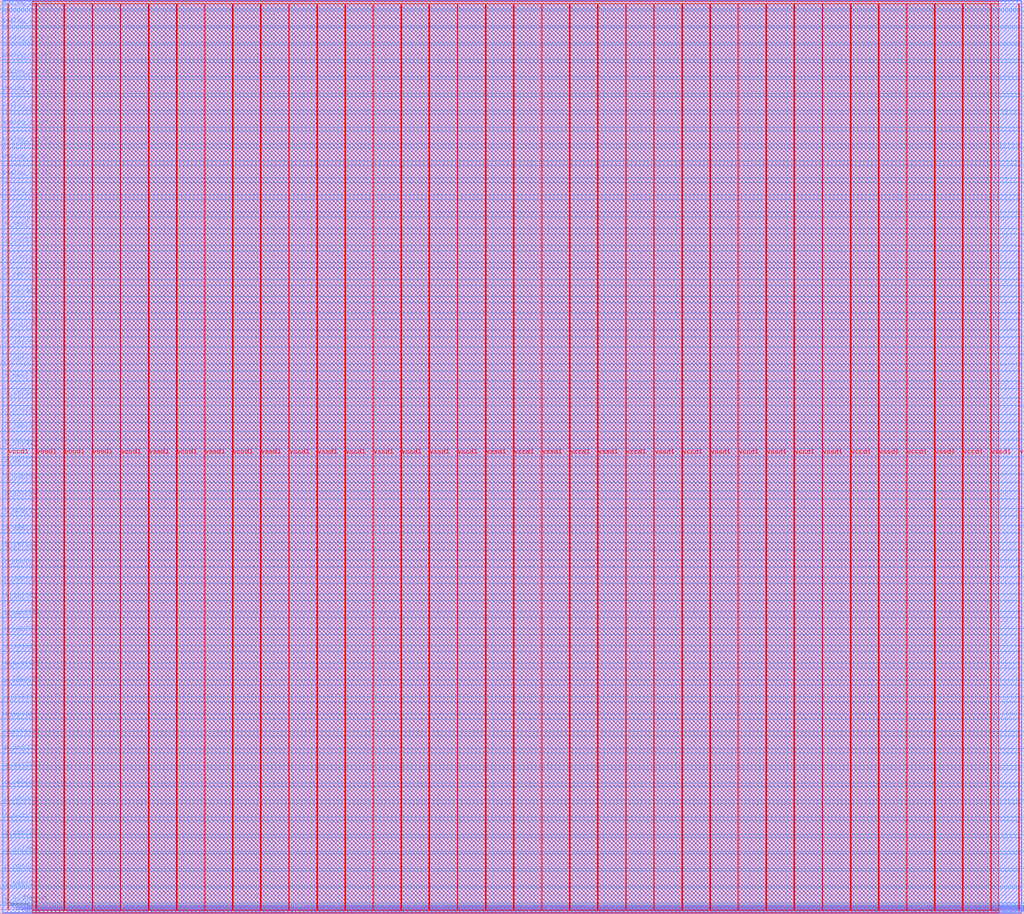
<source format=lef>
VERSION 5.7 ;
  NOWIREEXTENSIONATPIN ON ;
  DIVIDERCHAR "/" ;
  BUSBITCHARS "[]" ;
MACRO soomrv
  CLASS BLOCK ;
  FOREIGN soomrv ;
  ORIGIN 0.000 0.000 ;
  SIZE 2800.000 BY 2500.000 ;
  PIN analog_io[0]
    DIRECTION INOUT ;
    USE SIGNAL ;
    PORT
      LAYER met3 ;
        RECT 2796.000 2140.680 2800.000 2141.280 ;
    END
  END analog_io[0]
  PIN analog_io[10]
    DIRECTION INOUT ;
    USE SIGNAL ;
    PORT
      LAYER met2 ;
        RECT 1985.910 2496.000 1986.190 2500.000 ;
    END
  END analog_io[10]
  PIN analog_io[11]
    DIRECTION INOUT ;
    USE SIGNAL ;
    PORT
      LAYER met2 ;
        RECT 2009.830 2496.000 2010.110 2500.000 ;
    END
  END analog_io[11]
  PIN analog_io[12]
    DIRECTION INOUT ;
    USE SIGNAL ;
    PORT
      LAYER met2 ;
        RECT 2033.750 2496.000 2034.030 2500.000 ;
    END
  END analog_io[12]
  PIN analog_io[13]
    DIRECTION INOUT ;
    USE SIGNAL ;
    PORT
      LAYER met2 ;
        RECT 2057.670 2496.000 2057.950 2500.000 ;
    END
  END analog_io[13]
  PIN analog_io[14]
    DIRECTION INOUT ;
    USE SIGNAL ;
    PORT
      LAYER met2 ;
        RECT 2081.590 2496.000 2081.870 2500.000 ;
    END
  END analog_io[14]
  PIN analog_io[15]
    DIRECTION INOUT ;
    USE SIGNAL ;
    PORT
      LAYER met2 ;
        RECT 2105.510 2496.000 2105.790 2500.000 ;
    END
  END analog_io[15]
  PIN analog_io[16]
    DIRECTION INOUT ;
    USE SIGNAL ;
    PORT
      LAYER met2 ;
        RECT 2129.430 2496.000 2129.710 2500.000 ;
    END
  END analog_io[16]
  PIN analog_io[17]
    DIRECTION INOUT ;
    USE SIGNAL ;
    PORT
      LAYER met3 ;
        RECT 0.000 1965.920 4.000 1966.520 ;
    END
  END analog_io[17]
  PIN analog_io[18]
    DIRECTION INOUT ;
    USE SIGNAL ;
    PORT
      LAYER met3 ;
        RECT 0.000 2012.160 4.000 2012.760 ;
    END
  END analog_io[18]
  PIN analog_io[19]
    DIRECTION INOUT ;
    USE SIGNAL ;
    PORT
      LAYER met3 ;
        RECT 0.000 2058.400 4.000 2059.000 ;
    END
  END analog_io[19]
  PIN analog_io[1]
    DIRECTION INOUT ;
    USE SIGNAL ;
    PORT
      LAYER met3 ;
        RECT 2796.000 2187.600 2800.000 2188.200 ;
    END
  END analog_io[1]
  PIN analog_io[20]
    DIRECTION INOUT ;
    USE SIGNAL ;
    PORT
      LAYER met3 ;
        RECT 0.000 2104.640 4.000 2105.240 ;
    END
  END analog_io[20]
  PIN analog_io[21]
    DIRECTION INOUT ;
    USE SIGNAL ;
    PORT
      LAYER met3 ;
        RECT 0.000 2150.880 4.000 2151.480 ;
    END
  END analog_io[21]
  PIN analog_io[22]
    DIRECTION INOUT ;
    USE SIGNAL ;
    PORT
      LAYER met3 ;
        RECT 0.000 2197.120 4.000 2197.720 ;
    END
  END analog_io[22]
  PIN analog_io[23]
    DIRECTION INOUT ;
    USE SIGNAL ;
    PORT
      LAYER met3 ;
        RECT 0.000 2243.360 4.000 2243.960 ;
    END
  END analog_io[23]
  PIN analog_io[24]
    DIRECTION INOUT ;
    USE SIGNAL ;
    PORT
      LAYER met3 ;
        RECT 0.000 2289.600 4.000 2290.200 ;
    END
  END analog_io[24]
  PIN analog_io[25]
    DIRECTION INOUT ;
    USE SIGNAL ;
    PORT
      LAYER met3 ;
        RECT 0.000 2335.840 4.000 2336.440 ;
    END
  END analog_io[25]
  PIN analog_io[26]
    DIRECTION INOUT ;
    USE SIGNAL ;
    PORT
      LAYER met3 ;
        RECT 0.000 2382.080 4.000 2382.680 ;
    END
  END analog_io[26]
  PIN analog_io[27]
    DIRECTION INOUT ;
    USE SIGNAL ;
    PORT
      LAYER met3 ;
        RECT 0.000 2428.320 4.000 2428.920 ;
    END
  END analog_io[27]
  PIN analog_io[28]
    DIRECTION INOUT ;
    USE SIGNAL ;
    PORT
      LAYER met3 ;
        RECT 0.000 2474.560 4.000 2475.160 ;
    END
  END analog_io[28]
  PIN analog_io[2]
    DIRECTION INOUT ;
    USE SIGNAL ;
    PORT
      LAYER met3 ;
        RECT 2796.000 2234.520 2800.000 2235.120 ;
    END
  END analog_io[2]
  PIN analog_io[3]
    DIRECTION INOUT ;
    USE SIGNAL ;
    PORT
      LAYER met3 ;
        RECT 2796.000 2281.440 2800.000 2282.040 ;
    END
  END analog_io[3]
  PIN analog_io[4]
    DIRECTION INOUT ;
    USE SIGNAL ;
    PORT
      LAYER met3 ;
        RECT 2796.000 2328.360 2800.000 2328.960 ;
    END
  END analog_io[4]
  PIN analog_io[5]
    DIRECTION INOUT ;
    USE SIGNAL ;
    PORT
      LAYER met3 ;
        RECT 2796.000 2375.280 2800.000 2375.880 ;
    END
  END analog_io[5]
  PIN analog_io[6]
    DIRECTION INOUT ;
    USE SIGNAL ;
    PORT
      LAYER met3 ;
        RECT 2796.000 2422.200 2800.000 2422.800 ;
    END
  END analog_io[6]
  PIN analog_io[7]
    DIRECTION INOUT ;
    USE SIGNAL ;
    PORT
      LAYER met3 ;
        RECT 2796.000 2469.120 2800.000 2469.720 ;
    END
  END analog_io[7]
  PIN analog_io[8]
    DIRECTION INOUT ;
    USE SIGNAL ;
    PORT
      LAYER met2 ;
        RECT 1938.070 2496.000 1938.350 2500.000 ;
    END
  END analog_io[8]
  PIN analog_io[9]
    DIRECTION INOUT ;
    USE SIGNAL ;
    PORT
      LAYER met2 ;
        RECT 1961.990 2496.000 1962.270 2500.000 ;
    END
  END analog_io[9]
  PIN instrMgmt_addr[0]
    DIRECTION OUTPUT TRISTATE ;
    USE SIGNAL ;
    PORT
      LAYER met2 ;
        RECT 1453.690 0.000 1453.970 4.000 ;
    END
  END instrMgmt_addr[0]
  PIN instrMgmt_addr[1]
    DIRECTION OUTPUT TRISTATE ;
    USE SIGNAL ;
    PORT
      LAYER met2 ;
        RECT 1459.670 0.000 1459.950 4.000 ;
    END
  END instrMgmt_addr[1]
  PIN instrMgmt_addr[2]
    DIRECTION OUTPUT TRISTATE ;
    USE SIGNAL ;
    PORT
      LAYER met2 ;
        RECT 1465.650 0.000 1465.930 4.000 ;
    END
  END instrMgmt_addr[2]
  PIN instrMgmt_addr[3]
    DIRECTION OUTPUT TRISTATE ;
    USE SIGNAL ;
    PORT
      LAYER met2 ;
        RECT 1471.630 0.000 1471.910 4.000 ;
    END
  END instrMgmt_addr[3]
  PIN instrMgmt_addr[4]
    DIRECTION OUTPUT TRISTATE ;
    USE SIGNAL ;
    PORT
      LAYER met2 ;
        RECT 1477.610 0.000 1477.890 4.000 ;
    END
  END instrMgmt_addr[4]
  PIN instrMgmt_addr[5]
    DIRECTION OUTPUT TRISTATE ;
    USE SIGNAL ;
    PORT
      LAYER met2 ;
        RECT 1483.590 0.000 1483.870 4.000 ;
    END
  END instrMgmt_addr[5]
  PIN instrMgmt_addr[6]
    DIRECTION OUTPUT TRISTATE ;
    USE SIGNAL ;
    PORT
      LAYER met2 ;
        RECT 1489.570 0.000 1489.850 4.000 ;
    END
  END instrMgmt_addr[6]
  PIN instrMgmt_addr[7]
    DIRECTION OUTPUT TRISTATE ;
    USE SIGNAL ;
    PORT
      LAYER met2 ;
        RECT 1495.550 0.000 1495.830 4.000 ;
    END
  END instrMgmt_addr[7]
  PIN instrMgmt_addr[8]
    DIRECTION OUTPUT TRISTATE ;
    USE SIGNAL ;
    PORT
      LAYER met2 ;
        RECT 1501.530 0.000 1501.810 4.000 ;
    END
  END instrMgmt_addr[8]
  PIN instrMgmt_ce
    DIRECTION OUTPUT TRISTATE ;
    USE SIGNAL ;
    PORT
      LAYER met2 ;
        RECT 2272.950 0.000 2273.230 4.000 ;
    END
  END instrMgmt_ce
  PIN instrMgmt_dataIn[0]
    DIRECTION INPUT ;
    USE SIGNAL ;
    PORT
      LAYER met2 ;
        RECT 1507.510 0.000 1507.790 4.000 ;
    END
  END instrMgmt_dataIn[0]
  PIN instrMgmt_dataIn[10]
    DIRECTION INPUT ;
    USE SIGNAL ;
    PORT
      LAYER met2 ;
        RECT 1567.310 0.000 1567.590 4.000 ;
    END
  END instrMgmt_dataIn[10]
  PIN instrMgmt_dataIn[11]
    DIRECTION INPUT ;
    USE SIGNAL ;
    PORT
      LAYER met2 ;
        RECT 1573.290 0.000 1573.570 4.000 ;
    END
  END instrMgmt_dataIn[11]
  PIN instrMgmt_dataIn[12]
    DIRECTION INPUT ;
    USE SIGNAL ;
    PORT
      LAYER met2 ;
        RECT 1579.270 0.000 1579.550 4.000 ;
    END
  END instrMgmt_dataIn[12]
  PIN instrMgmt_dataIn[13]
    DIRECTION INPUT ;
    USE SIGNAL ;
    PORT
      LAYER met2 ;
        RECT 1585.250 0.000 1585.530 4.000 ;
    END
  END instrMgmt_dataIn[13]
  PIN instrMgmt_dataIn[14]
    DIRECTION INPUT ;
    USE SIGNAL ;
    PORT
      LAYER met2 ;
        RECT 1591.230 0.000 1591.510 4.000 ;
    END
  END instrMgmt_dataIn[14]
  PIN instrMgmt_dataIn[15]
    DIRECTION INPUT ;
    USE SIGNAL ;
    PORT
      LAYER met2 ;
        RECT 1597.210 0.000 1597.490 4.000 ;
    END
  END instrMgmt_dataIn[15]
  PIN instrMgmt_dataIn[16]
    DIRECTION INPUT ;
    USE SIGNAL ;
    PORT
      LAYER met2 ;
        RECT 1603.190 0.000 1603.470 4.000 ;
    END
  END instrMgmt_dataIn[16]
  PIN instrMgmt_dataIn[17]
    DIRECTION INPUT ;
    USE SIGNAL ;
    PORT
      LAYER met2 ;
        RECT 1609.170 0.000 1609.450 4.000 ;
    END
  END instrMgmt_dataIn[17]
  PIN instrMgmt_dataIn[18]
    DIRECTION INPUT ;
    USE SIGNAL ;
    PORT
      LAYER met2 ;
        RECT 1615.150 0.000 1615.430 4.000 ;
    END
  END instrMgmt_dataIn[18]
  PIN instrMgmt_dataIn[19]
    DIRECTION INPUT ;
    USE SIGNAL ;
    PORT
      LAYER met2 ;
        RECT 1621.130 0.000 1621.410 4.000 ;
    END
  END instrMgmt_dataIn[19]
  PIN instrMgmt_dataIn[1]
    DIRECTION INPUT ;
    USE SIGNAL ;
    PORT
      LAYER met2 ;
        RECT 1513.490 0.000 1513.770 4.000 ;
    END
  END instrMgmt_dataIn[1]
  PIN instrMgmt_dataIn[20]
    DIRECTION INPUT ;
    USE SIGNAL ;
    PORT
      LAYER met2 ;
        RECT 1627.110 0.000 1627.390 4.000 ;
    END
  END instrMgmt_dataIn[20]
  PIN instrMgmt_dataIn[21]
    DIRECTION INPUT ;
    USE SIGNAL ;
    PORT
      LAYER met2 ;
        RECT 1633.090 0.000 1633.370 4.000 ;
    END
  END instrMgmt_dataIn[21]
  PIN instrMgmt_dataIn[22]
    DIRECTION INPUT ;
    USE SIGNAL ;
    PORT
      LAYER met2 ;
        RECT 1639.070 0.000 1639.350 4.000 ;
    END
  END instrMgmt_dataIn[22]
  PIN instrMgmt_dataIn[23]
    DIRECTION INPUT ;
    USE SIGNAL ;
    PORT
      LAYER met2 ;
        RECT 1645.050 0.000 1645.330 4.000 ;
    END
  END instrMgmt_dataIn[23]
  PIN instrMgmt_dataIn[24]
    DIRECTION INPUT ;
    USE SIGNAL ;
    PORT
      LAYER met2 ;
        RECT 1651.030 0.000 1651.310 4.000 ;
    END
  END instrMgmt_dataIn[24]
  PIN instrMgmt_dataIn[25]
    DIRECTION INPUT ;
    USE SIGNAL ;
    PORT
      LAYER met2 ;
        RECT 1657.010 0.000 1657.290 4.000 ;
    END
  END instrMgmt_dataIn[25]
  PIN instrMgmt_dataIn[26]
    DIRECTION INPUT ;
    USE SIGNAL ;
    PORT
      LAYER met2 ;
        RECT 1662.990 0.000 1663.270 4.000 ;
    END
  END instrMgmt_dataIn[26]
  PIN instrMgmt_dataIn[27]
    DIRECTION INPUT ;
    USE SIGNAL ;
    PORT
      LAYER met2 ;
        RECT 1668.970 0.000 1669.250 4.000 ;
    END
  END instrMgmt_dataIn[27]
  PIN instrMgmt_dataIn[28]
    DIRECTION INPUT ;
    USE SIGNAL ;
    PORT
      LAYER met2 ;
        RECT 1674.950 0.000 1675.230 4.000 ;
    END
  END instrMgmt_dataIn[28]
  PIN instrMgmt_dataIn[29]
    DIRECTION INPUT ;
    USE SIGNAL ;
    PORT
      LAYER met2 ;
        RECT 1680.930 0.000 1681.210 4.000 ;
    END
  END instrMgmt_dataIn[29]
  PIN instrMgmt_dataIn[2]
    DIRECTION INPUT ;
    USE SIGNAL ;
    PORT
      LAYER met2 ;
        RECT 1519.470 0.000 1519.750 4.000 ;
    END
  END instrMgmt_dataIn[2]
  PIN instrMgmt_dataIn[30]
    DIRECTION INPUT ;
    USE SIGNAL ;
    PORT
      LAYER met2 ;
        RECT 1686.910 0.000 1687.190 4.000 ;
    END
  END instrMgmt_dataIn[30]
  PIN instrMgmt_dataIn[31]
    DIRECTION INPUT ;
    USE SIGNAL ;
    PORT
      LAYER met2 ;
        RECT 1692.890 0.000 1693.170 4.000 ;
    END
  END instrMgmt_dataIn[31]
  PIN instrMgmt_dataIn[32]
    DIRECTION INPUT ;
    USE SIGNAL ;
    PORT
      LAYER met2 ;
        RECT 1698.870 0.000 1699.150 4.000 ;
    END
  END instrMgmt_dataIn[32]
  PIN instrMgmt_dataIn[33]
    DIRECTION INPUT ;
    USE SIGNAL ;
    PORT
      LAYER met2 ;
        RECT 1704.850 0.000 1705.130 4.000 ;
    END
  END instrMgmt_dataIn[33]
  PIN instrMgmt_dataIn[34]
    DIRECTION INPUT ;
    USE SIGNAL ;
    PORT
      LAYER met2 ;
        RECT 1710.830 0.000 1711.110 4.000 ;
    END
  END instrMgmt_dataIn[34]
  PIN instrMgmt_dataIn[35]
    DIRECTION INPUT ;
    USE SIGNAL ;
    PORT
      LAYER met2 ;
        RECT 1716.810 0.000 1717.090 4.000 ;
    END
  END instrMgmt_dataIn[35]
  PIN instrMgmt_dataIn[36]
    DIRECTION INPUT ;
    USE SIGNAL ;
    PORT
      LAYER met2 ;
        RECT 1722.790 0.000 1723.070 4.000 ;
    END
  END instrMgmt_dataIn[36]
  PIN instrMgmt_dataIn[37]
    DIRECTION INPUT ;
    USE SIGNAL ;
    PORT
      LAYER met2 ;
        RECT 1728.770 0.000 1729.050 4.000 ;
    END
  END instrMgmt_dataIn[37]
  PIN instrMgmt_dataIn[38]
    DIRECTION INPUT ;
    USE SIGNAL ;
    PORT
      LAYER met2 ;
        RECT 1734.750 0.000 1735.030 4.000 ;
    END
  END instrMgmt_dataIn[38]
  PIN instrMgmt_dataIn[39]
    DIRECTION INPUT ;
    USE SIGNAL ;
    PORT
      LAYER met2 ;
        RECT 1740.730 0.000 1741.010 4.000 ;
    END
  END instrMgmt_dataIn[39]
  PIN instrMgmt_dataIn[3]
    DIRECTION INPUT ;
    USE SIGNAL ;
    PORT
      LAYER met2 ;
        RECT 1525.450 0.000 1525.730 4.000 ;
    END
  END instrMgmt_dataIn[3]
  PIN instrMgmt_dataIn[40]
    DIRECTION INPUT ;
    USE SIGNAL ;
    PORT
      LAYER met2 ;
        RECT 1746.710 0.000 1746.990 4.000 ;
    END
  END instrMgmt_dataIn[40]
  PIN instrMgmt_dataIn[41]
    DIRECTION INPUT ;
    USE SIGNAL ;
    PORT
      LAYER met2 ;
        RECT 1752.690 0.000 1752.970 4.000 ;
    END
  END instrMgmt_dataIn[41]
  PIN instrMgmt_dataIn[42]
    DIRECTION INPUT ;
    USE SIGNAL ;
    PORT
      LAYER met2 ;
        RECT 1758.670 0.000 1758.950 4.000 ;
    END
  END instrMgmt_dataIn[42]
  PIN instrMgmt_dataIn[43]
    DIRECTION INPUT ;
    USE SIGNAL ;
    PORT
      LAYER met2 ;
        RECT 1764.650 0.000 1764.930 4.000 ;
    END
  END instrMgmt_dataIn[43]
  PIN instrMgmt_dataIn[44]
    DIRECTION INPUT ;
    USE SIGNAL ;
    PORT
      LAYER met2 ;
        RECT 1770.630 0.000 1770.910 4.000 ;
    END
  END instrMgmt_dataIn[44]
  PIN instrMgmt_dataIn[45]
    DIRECTION INPUT ;
    USE SIGNAL ;
    PORT
      LAYER met2 ;
        RECT 1776.610 0.000 1776.890 4.000 ;
    END
  END instrMgmt_dataIn[45]
  PIN instrMgmt_dataIn[46]
    DIRECTION INPUT ;
    USE SIGNAL ;
    PORT
      LAYER met2 ;
        RECT 1782.590 0.000 1782.870 4.000 ;
    END
  END instrMgmt_dataIn[46]
  PIN instrMgmt_dataIn[47]
    DIRECTION INPUT ;
    USE SIGNAL ;
    PORT
      LAYER met2 ;
        RECT 1788.570 0.000 1788.850 4.000 ;
    END
  END instrMgmt_dataIn[47]
  PIN instrMgmt_dataIn[48]
    DIRECTION INPUT ;
    USE SIGNAL ;
    PORT
      LAYER met2 ;
        RECT 1794.550 0.000 1794.830 4.000 ;
    END
  END instrMgmt_dataIn[48]
  PIN instrMgmt_dataIn[49]
    DIRECTION INPUT ;
    USE SIGNAL ;
    PORT
      LAYER met2 ;
        RECT 1800.530 0.000 1800.810 4.000 ;
    END
  END instrMgmt_dataIn[49]
  PIN instrMgmt_dataIn[4]
    DIRECTION INPUT ;
    USE SIGNAL ;
    PORT
      LAYER met2 ;
        RECT 1531.430 0.000 1531.710 4.000 ;
    END
  END instrMgmt_dataIn[4]
  PIN instrMgmt_dataIn[50]
    DIRECTION INPUT ;
    USE SIGNAL ;
    PORT
      LAYER met2 ;
        RECT 1806.510 0.000 1806.790 4.000 ;
    END
  END instrMgmt_dataIn[50]
  PIN instrMgmt_dataIn[51]
    DIRECTION INPUT ;
    USE SIGNAL ;
    PORT
      LAYER met2 ;
        RECT 1812.490 0.000 1812.770 4.000 ;
    END
  END instrMgmt_dataIn[51]
  PIN instrMgmt_dataIn[52]
    DIRECTION INPUT ;
    USE SIGNAL ;
    PORT
      LAYER met2 ;
        RECT 1818.470 0.000 1818.750 4.000 ;
    END
  END instrMgmt_dataIn[52]
  PIN instrMgmt_dataIn[53]
    DIRECTION INPUT ;
    USE SIGNAL ;
    PORT
      LAYER met2 ;
        RECT 1824.450 0.000 1824.730 4.000 ;
    END
  END instrMgmt_dataIn[53]
  PIN instrMgmt_dataIn[54]
    DIRECTION INPUT ;
    USE SIGNAL ;
    PORT
      LAYER met2 ;
        RECT 1830.430 0.000 1830.710 4.000 ;
    END
  END instrMgmt_dataIn[54]
  PIN instrMgmt_dataIn[55]
    DIRECTION INPUT ;
    USE SIGNAL ;
    PORT
      LAYER met2 ;
        RECT 1836.410 0.000 1836.690 4.000 ;
    END
  END instrMgmt_dataIn[55]
  PIN instrMgmt_dataIn[56]
    DIRECTION INPUT ;
    USE SIGNAL ;
    PORT
      LAYER met2 ;
        RECT 1842.390 0.000 1842.670 4.000 ;
    END
  END instrMgmt_dataIn[56]
  PIN instrMgmt_dataIn[57]
    DIRECTION INPUT ;
    USE SIGNAL ;
    PORT
      LAYER met2 ;
        RECT 1848.370 0.000 1848.650 4.000 ;
    END
  END instrMgmt_dataIn[57]
  PIN instrMgmt_dataIn[58]
    DIRECTION INPUT ;
    USE SIGNAL ;
    PORT
      LAYER met2 ;
        RECT 1854.350 0.000 1854.630 4.000 ;
    END
  END instrMgmt_dataIn[58]
  PIN instrMgmt_dataIn[59]
    DIRECTION INPUT ;
    USE SIGNAL ;
    PORT
      LAYER met2 ;
        RECT 1860.330 0.000 1860.610 4.000 ;
    END
  END instrMgmt_dataIn[59]
  PIN instrMgmt_dataIn[5]
    DIRECTION INPUT ;
    USE SIGNAL ;
    PORT
      LAYER met2 ;
        RECT 1537.410 0.000 1537.690 4.000 ;
    END
  END instrMgmt_dataIn[5]
  PIN instrMgmt_dataIn[60]
    DIRECTION INPUT ;
    USE SIGNAL ;
    PORT
      LAYER met2 ;
        RECT 1866.310 0.000 1866.590 4.000 ;
    END
  END instrMgmt_dataIn[60]
  PIN instrMgmt_dataIn[61]
    DIRECTION INPUT ;
    USE SIGNAL ;
    PORT
      LAYER met2 ;
        RECT 1872.290 0.000 1872.570 4.000 ;
    END
  END instrMgmt_dataIn[61]
  PIN instrMgmt_dataIn[62]
    DIRECTION INPUT ;
    USE SIGNAL ;
    PORT
      LAYER met2 ;
        RECT 1878.270 0.000 1878.550 4.000 ;
    END
  END instrMgmt_dataIn[62]
  PIN instrMgmt_dataIn[63]
    DIRECTION INPUT ;
    USE SIGNAL ;
    PORT
      LAYER met2 ;
        RECT 1884.250 0.000 1884.530 4.000 ;
    END
  END instrMgmt_dataIn[63]
  PIN instrMgmt_dataIn[6]
    DIRECTION INPUT ;
    USE SIGNAL ;
    PORT
      LAYER met2 ;
        RECT 1543.390 0.000 1543.670 4.000 ;
    END
  END instrMgmt_dataIn[6]
  PIN instrMgmt_dataIn[7]
    DIRECTION INPUT ;
    USE SIGNAL ;
    PORT
      LAYER met2 ;
        RECT 1549.370 0.000 1549.650 4.000 ;
    END
  END instrMgmt_dataIn[7]
  PIN instrMgmt_dataIn[8]
    DIRECTION INPUT ;
    USE SIGNAL ;
    PORT
      LAYER met2 ;
        RECT 1555.350 0.000 1555.630 4.000 ;
    END
  END instrMgmt_dataIn[8]
  PIN instrMgmt_dataIn[9]
    DIRECTION INPUT ;
    USE SIGNAL ;
    PORT
      LAYER met2 ;
        RECT 1561.330 0.000 1561.610 4.000 ;
    END
  END instrMgmt_dataIn[9]
  PIN instrMgmt_dataOut[0]
    DIRECTION OUTPUT TRISTATE ;
    USE SIGNAL ;
    PORT
      LAYER met2 ;
        RECT 1890.230 0.000 1890.510 4.000 ;
    END
  END instrMgmt_dataOut[0]
  PIN instrMgmt_dataOut[10]
    DIRECTION OUTPUT TRISTATE ;
    USE SIGNAL ;
    PORT
      LAYER met2 ;
        RECT 1950.030 0.000 1950.310 4.000 ;
    END
  END instrMgmt_dataOut[10]
  PIN instrMgmt_dataOut[11]
    DIRECTION OUTPUT TRISTATE ;
    USE SIGNAL ;
    PORT
      LAYER met2 ;
        RECT 1956.010 0.000 1956.290 4.000 ;
    END
  END instrMgmt_dataOut[11]
  PIN instrMgmt_dataOut[12]
    DIRECTION OUTPUT TRISTATE ;
    USE SIGNAL ;
    PORT
      LAYER met2 ;
        RECT 1961.990 0.000 1962.270 4.000 ;
    END
  END instrMgmt_dataOut[12]
  PIN instrMgmt_dataOut[13]
    DIRECTION OUTPUT TRISTATE ;
    USE SIGNAL ;
    PORT
      LAYER met2 ;
        RECT 1967.970 0.000 1968.250 4.000 ;
    END
  END instrMgmt_dataOut[13]
  PIN instrMgmt_dataOut[14]
    DIRECTION OUTPUT TRISTATE ;
    USE SIGNAL ;
    PORT
      LAYER met2 ;
        RECT 1973.950 0.000 1974.230 4.000 ;
    END
  END instrMgmt_dataOut[14]
  PIN instrMgmt_dataOut[15]
    DIRECTION OUTPUT TRISTATE ;
    USE SIGNAL ;
    PORT
      LAYER met2 ;
        RECT 1979.930 0.000 1980.210 4.000 ;
    END
  END instrMgmt_dataOut[15]
  PIN instrMgmt_dataOut[16]
    DIRECTION OUTPUT TRISTATE ;
    USE SIGNAL ;
    PORT
      LAYER met2 ;
        RECT 1985.910 0.000 1986.190 4.000 ;
    END
  END instrMgmt_dataOut[16]
  PIN instrMgmt_dataOut[17]
    DIRECTION OUTPUT TRISTATE ;
    USE SIGNAL ;
    PORT
      LAYER met2 ;
        RECT 1991.890 0.000 1992.170 4.000 ;
    END
  END instrMgmt_dataOut[17]
  PIN instrMgmt_dataOut[18]
    DIRECTION OUTPUT TRISTATE ;
    USE SIGNAL ;
    PORT
      LAYER met2 ;
        RECT 1997.870 0.000 1998.150 4.000 ;
    END
  END instrMgmt_dataOut[18]
  PIN instrMgmt_dataOut[19]
    DIRECTION OUTPUT TRISTATE ;
    USE SIGNAL ;
    PORT
      LAYER met2 ;
        RECT 2003.850 0.000 2004.130 4.000 ;
    END
  END instrMgmt_dataOut[19]
  PIN instrMgmt_dataOut[1]
    DIRECTION OUTPUT TRISTATE ;
    USE SIGNAL ;
    PORT
      LAYER met2 ;
        RECT 1896.210 0.000 1896.490 4.000 ;
    END
  END instrMgmt_dataOut[1]
  PIN instrMgmt_dataOut[20]
    DIRECTION OUTPUT TRISTATE ;
    USE SIGNAL ;
    PORT
      LAYER met2 ;
        RECT 2009.830 0.000 2010.110 4.000 ;
    END
  END instrMgmt_dataOut[20]
  PIN instrMgmt_dataOut[21]
    DIRECTION OUTPUT TRISTATE ;
    USE SIGNAL ;
    PORT
      LAYER met2 ;
        RECT 2015.810 0.000 2016.090 4.000 ;
    END
  END instrMgmt_dataOut[21]
  PIN instrMgmt_dataOut[22]
    DIRECTION OUTPUT TRISTATE ;
    USE SIGNAL ;
    PORT
      LAYER met2 ;
        RECT 2021.790 0.000 2022.070 4.000 ;
    END
  END instrMgmt_dataOut[22]
  PIN instrMgmt_dataOut[23]
    DIRECTION OUTPUT TRISTATE ;
    USE SIGNAL ;
    PORT
      LAYER met2 ;
        RECT 2027.770 0.000 2028.050 4.000 ;
    END
  END instrMgmt_dataOut[23]
  PIN instrMgmt_dataOut[24]
    DIRECTION OUTPUT TRISTATE ;
    USE SIGNAL ;
    PORT
      LAYER met2 ;
        RECT 2033.750 0.000 2034.030 4.000 ;
    END
  END instrMgmt_dataOut[24]
  PIN instrMgmt_dataOut[25]
    DIRECTION OUTPUT TRISTATE ;
    USE SIGNAL ;
    PORT
      LAYER met2 ;
        RECT 2039.730 0.000 2040.010 4.000 ;
    END
  END instrMgmt_dataOut[25]
  PIN instrMgmt_dataOut[26]
    DIRECTION OUTPUT TRISTATE ;
    USE SIGNAL ;
    PORT
      LAYER met2 ;
        RECT 2045.710 0.000 2045.990 4.000 ;
    END
  END instrMgmt_dataOut[26]
  PIN instrMgmt_dataOut[27]
    DIRECTION OUTPUT TRISTATE ;
    USE SIGNAL ;
    PORT
      LAYER met2 ;
        RECT 2051.690 0.000 2051.970 4.000 ;
    END
  END instrMgmt_dataOut[27]
  PIN instrMgmt_dataOut[28]
    DIRECTION OUTPUT TRISTATE ;
    USE SIGNAL ;
    PORT
      LAYER met2 ;
        RECT 2057.670 0.000 2057.950 4.000 ;
    END
  END instrMgmt_dataOut[28]
  PIN instrMgmt_dataOut[29]
    DIRECTION OUTPUT TRISTATE ;
    USE SIGNAL ;
    PORT
      LAYER met2 ;
        RECT 2063.650 0.000 2063.930 4.000 ;
    END
  END instrMgmt_dataOut[29]
  PIN instrMgmt_dataOut[2]
    DIRECTION OUTPUT TRISTATE ;
    USE SIGNAL ;
    PORT
      LAYER met2 ;
        RECT 1902.190 0.000 1902.470 4.000 ;
    END
  END instrMgmt_dataOut[2]
  PIN instrMgmt_dataOut[30]
    DIRECTION OUTPUT TRISTATE ;
    USE SIGNAL ;
    PORT
      LAYER met2 ;
        RECT 2069.630 0.000 2069.910 4.000 ;
    END
  END instrMgmt_dataOut[30]
  PIN instrMgmt_dataOut[31]
    DIRECTION OUTPUT TRISTATE ;
    USE SIGNAL ;
    PORT
      LAYER met2 ;
        RECT 2075.610 0.000 2075.890 4.000 ;
    END
  END instrMgmt_dataOut[31]
  PIN instrMgmt_dataOut[32]
    DIRECTION OUTPUT TRISTATE ;
    USE SIGNAL ;
    PORT
      LAYER met2 ;
        RECT 2081.590 0.000 2081.870 4.000 ;
    END
  END instrMgmt_dataOut[32]
  PIN instrMgmt_dataOut[33]
    DIRECTION OUTPUT TRISTATE ;
    USE SIGNAL ;
    PORT
      LAYER met2 ;
        RECT 2087.570 0.000 2087.850 4.000 ;
    END
  END instrMgmt_dataOut[33]
  PIN instrMgmt_dataOut[34]
    DIRECTION OUTPUT TRISTATE ;
    USE SIGNAL ;
    PORT
      LAYER met2 ;
        RECT 2093.550 0.000 2093.830 4.000 ;
    END
  END instrMgmt_dataOut[34]
  PIN instrMgmt_dataOut[35]
    DIRECTION OUTPUT TRISTATE ;
    USE SIGNAL ;
    PORT
      LAYER met2 ;
        RECT 2099.530 0.000 2099.810 4.000 ;
    END
  END instrMgmt_dataOut[35]
  PIN instrMgmt_dataOut[36]
    DIRECTION OUTPUT TRISTATE ;
    USE SIGNAL ;
    PORT
      LAYER met2 ;
        RECT 2105.510 0.000 2105.790 4.000 ;
    END
  END instrMgmt_dataOut[36]
  PIN instrMgmt_dataOut[37]
    DIRECTION OUTPUT TRISTATE ;
    USE SIGNAL ;
    PORT
      LAYER met2 ;
        RECT 2111.490 0.000 2111.770 4.000 ;
    END
  END instrMgmt_dataOut[37]
  PIN instrMgmt_dataOut[38]
    DIRECTION OUTPUT TRISTATE ;
    USE SIGNAL ;
    PORT
      LAYER met2 ;
        RECT 2117.470 0.000 2117.750 4.000 ;
    END
  END instrMgmt_dataOut[38]
  PIN instrMgmt_dataOut[39]
    DIRECTION OUTPUT TRISTATE ;
    USE SIGNAL ;
    PORT
      LAYER met2 ;
        RECT 2123.450 0.000 2123.730 4.000 ;
    END
  END instrMgmt_dataOut[39]
  PIN instrMgmt_dataOut[3]
    DIRECTION OUTPUT TRISTATE ;
    USE SIGNAL ;
    PORT
      LAYER met2 ;
        RECT 1908.170 0.000 1908.450 4.000 ;
    END
  END instrMgmt_dataOut[3]
  PIN instrMgmt_dataOut[40]
    DIRECTION OUTPUT TRISTATE ;
    USE SIGNAL ;
    PORT
      LAYER met2 ;
        RECT 2129.430 0.000 2129.710 4.000 ;
    END
  END instrMgmt_dataOut[40]
  PIN instrMgmt_dataOut[41]
    DIRECTION OUTPUT TRISTATE ;
    USE SIGNAL ;
    PORT
      LAYER met2 ;
        RECT 2135.410 0.000 2135.690 4.000 ;
    END
  END instrMgmt_dataOut[41]
  PIN instrMgmt_dataOut[42]
    DIRECTION OUTPUT TRISTATE ;
    USE SIGNAL ;
    PORT
      LAYER met2 ;
        RECT 2141.390 0.000 2141.670 4.000 ;
    END
  END instrMgmt_dataOut[42]
  PIN instrMgmt_dataOut[43]
    DIRECTION OUTPUT TRISTATE ;
    USE SIGNAL ;
    PORT
      LAYER met2 ;
        RECT 2147.370 0.000 2147.650 4.000 ;
    END
  END instrMgmt_dataOut[43]
  PIN instrMgmt_dataOut[44]
    DIRECTION OUTPUT TRISTATE ;
    USE SIGNAL ;
    PORT
      LAYER met2 ;
        RECT 2153.350 0.000 2153.630 4.000 ;
    END
  END instrMgmt_dataOut[44]
  PIN instrMgmt_dataOut[45]
    DIRECTION OUTPUT TRISTATE ;
    USE SIGNAL ;
    PORT
      LAYER met2 ;
        RECT 2159.330 0.000 2159.610 4.000 ;
    END
  END instrMgmt_dataOut[45]
  PIN instrMgmt_dataOut[46]
    DIRECTION OUTPUT TRISTATE ;
    USE SIGNAL ;
    PORT
      LAYER met2 ;
        RECT 2165.310 0.000 2165.590 4.000 ;
    END
  END instrMgmt_dataOut[46]
  PIN instrMgmt_dataOut[47]
    DIRECTION OUTPUT TRISTATE ;
    USE SIGNAL ;
    PORT
      LAYER met2 ;
        RECT 2171.290 0.000 2171.570 4.000 ;
    END
  END instrMgmt_dataOut[47]
  PIN instrMgmt_dataOut[48]
    DIRECTION OUTPUT TRISTATE ;
    USE SIGNAL ;
    PORT
      LAYER met2 ;
        RECT 2177.270 0.000 2177.550 4.000 ;
    END
  END instrMgmt_dataOut[48]
  PIN instrMgmt_dataOut[49]
    DIRECTION OUTPUT TRISTATE ;
    USE SIGNAL ;
    PORT
      LAYER met2 ;
        RECT 2183.250 0.000 2183.530 4.000 ;
    END
  END instrMgmt_dataOut[49]
  PIN instrMgmt_dataOut[4]
    DIRECTION OUTPUT TRISTATE ;
    USE SIGNAL ;
    PORT
      LAYER met2 ;
        RECT 1914.150 0.000 1914.430 4.000 ;
    END
  END instrMgmt_dataOut[4]
  PIN instrMgmt_dataOut[50]
    DIRECTION OUTPUT TRISTATE ;
    USE SIGNAL ;
    PORT
      LAYER met2 ;
        RECT 2189.230 0.000 2189.510 4.000 ;
    END
  END instrMgmt_dataOut[50]
  PIN instrMgmt_dataOut[51]
    DIRECTION OUTPUT TRISTATE ;
    USE SIGNAL ;
    PORT
      LAYER met2 ;
        RECT 2195.210 0.000 2195.490 4.000 ;
    END
  END instrMgmt_dataOut[51]
  PIN instrMgmt_dataOut[52]
    DIRECTION OUTPUT TRISTATE ;
    USE SIGNAL ;
    PORT
      LAYER met2 ;
        RECT 2201.190 0.000 2201.470 4.000 ;
    END
  END instrMgmt_dataOut[52]
  PIN instrMgmt_dataOut[53]
    DIRECTION OUTPUT TRISTATE ;
    USE SIGNAL ;
    PORT
      LAYER met2 ;
        RECT 2207.170 0.000 2207.450 4.000 ;
    END
  END instrMgmt_dataOut[53]
  PIN instrMgmt_dataOut[54]
    DIRECTION OUTPUT TRISTATE ;
    USE SIGNAL ;
    PORT
      LAYER met2 ;
        RECT 2213.150 0.000 2213.430 4.000 ;
    END
  END instrMgmt_dataOut[54]
  PIN instrMgmt_dataOut[55]
    DIRECTION OUTPUT TRISTATE ;
    USE SIGNAL ;
    PORT
      LAYER met2 ;
        RECT 2219.130 0.000 2219.410 4.000 ;
    END
  END instrMgmt_dataOut[55]
  PIN instrMgmt_dataOut[56]
    DIRECTION OUTPUT TRISTATE ;
    USE SIGNAL ;
    PORT
      LAYER met2 ;
        RECT 2225.110 0.000 2225.390 4.000 ;
    END
  END instrMgmt_dataOut[56]
  PIN instrMgmt_dataOut[57]
    DIRECTION OUTPUT TRISTATE ;
    USE SIGNAL ;
    PORT
      LAYER met2 ;
        RECT 2231.090 0.000 2231.370 4.000 ;
    END
  END instrMgmt_dataOut[57]
  PIN instrMgmt_dataOut[58]
    DIRECTION OUTPUT TRISTATE ;
    USE SIGNAL ;
    PORT
      LAYER met2 ;
        RECT 2237.070 0.000 2237.350 4.000 ;
    END
  END instrMgmt_dataOut[58]
  PIN instrMgmt_dataOut[59]
    DIRECTION OUTPUT TRISTATE ;
    USE SIGNAL ;
    PORT
      LAYER met2 ;
        RECT 2243.050 0.000 2243.330 4.000 ;
    END
  END instrMgmt_dataOut[59]
  PIN instrMgmt_dataOut[5]
    DIRECTION OUTPUT TRISTATE ;
    USE SIGNAL ;
    PORT
      LAYER met2 ;
        RECT 1920.130 0.000 1920.410 4.000 ;
    END
  END instrMgmt_dataOut[5]
  PIN instrMgmt_dataOut[60]
    DIRECTION OUTPUT TRISTATE ;
    USE SIGNAL ;
    PORT
      LAYER met2 ;
        RECT 2249.030 0.000 2249.310 4.000 ;
    END
  END instrMgmt_dataOut[60]
  PIN instrMgmt_dataOut[61]
    DIRECTION OUTPUT TRISTATE ;
    USE SIGNAL ;
    PORT
      LAYER met2 ;
        RECT 2255.010 0.000 2255.290 4.000 ;
    END
  END instrMgmt_dataOut[61]
  PIN instrMgmt_dataOut[62]
    DIRECTION OUTPUT TRISTATE ;
    USE SIGNAL ;
    PORT
      LAYER met2 ;
        RECT 2260.990 0.000 2261.270 4.000 ;
    END
  END instrMgmt_dataOut[62]
  PIN instrMgmt_dataOut[63]
    DIRECTION OUTPUT TRISTATE ;
    USE SIGNAL ;
    PORT
      LAYER met2 ;
        RECT 2266.970 0.000 2267.250 4.000 ;
    END
  END instrMgmt_dataOut[63]
  PIN instrMgmt_dataOut[6]
    DIRECTION OUTPUT TRISTATE ;
    USE SIGNAL ;
    PORT
      LAYER met2 ;
        RECT 1926.110 0.000 1926.390 4.000 ;
    END
  END instrMgmt_dataOut[6]
  PIN instrMgmt_dataOut[7]
    DIRECTION OUTPUT TRISTATE ;
    USE SIGNAL ;
    PORT
      LAYER met2 ;
        RECT 1932.090 0.000 1932.370 4.000 ;
    END
  END instrMgmt_dataOut[7]
  PIN instrMgmt_dataOut[8]
    DIRECTION OUTPUT TRISTATE ;
    USE SIGNAL ;
    PORT
      LAYER met2 ;
        RECT 1938.070 0.000 1938.350 4.000 ;
    END
  END instrMgmt_dataOut[8]
  PIN instrMgmt_dataOut[9]
    DIRECTION OUTPUT TRISTATE ;
    USE SIGNAL ;
    PORT
      LAYER met2 ;
        RECT 1944.050 0.000 1944.330 4.000 ;
    END
  END instrMgmt_dataOut[9]
  PIN instrMgmt_we
    DIRECTION OUTPUT TRISTATE ;
    USE SIGNAL ;
    PORT
      LAYER met2 ;
        RECT 2278.930 0.000 2279.210 4.000 ;
    END
  END instrMgmt_we
  PIN instrMgmt_wm[0]
    DIRECTION OUTPUT TRISTATE ;
    USE SIGNAL ;
    PORT
      LAYER met2 ;
        RECT 2284.910 0.000 2285.190 4.000 ;
    END
  END instrMgmt_wm[0]
  PIN instrMgmt_wm[1]
    DIRECTION OUTPUT TRISTATE ;
    USE SIGNAL ;
    PORT
      LAYER met2 ;
        RECT 2290.890 0.000 2291.170 4.000 ;
    END
  END instrMgmt_wm[1]
  PIN instrMgmt_wm[2]
    DIRECTION OUTPUT TRISTATE ;
    USE SIGNAL ;
    PORT
      LAYER met2 ;
        RECT 2296.870 0.000 2297.150 4.000 ;
    END
  END instrMgmt_wm[2]
  PIN instrMgmt_wm[3]
    DIRECTION OUTPUT TRISTATE ;
    USE SIGNAL ;
    PORT
      LAYER met2 ;
        RECT 2302.850 0.000 2303.130 4.000 ;
    END
  END instrMgmt_wm[3]
  PIN instrMgmt_wm[4]
    DIRECTION OUTPUT TRISTATE ;
    USE SIGNAL ;
    PORT
      LAYER met2 ;
        RECT 2308.830 0.000 2309.110 4.000 ;
    END
  END instrMgmt_wm[4]
  PIN instrMgmt_wm[5]
    DIRECTION OUTPUT TRISTATE ;
    USE SIGNAL ;
    PORT
      LAYER met2 ;
        RECT 2314.810 0.000 2315.090 4.000 ;
    END
  END instrMgmt_wm[5]
  PIN instrMgmt_wm[6]
    DIRECTION OUTPUT TRISTATE ;
    USE SIGNAL ;
    PORT
      LAYER met2 ;
        RECT 2320.790 0.000 2321.070 4.000 ;
    END
  END instrMgmt_wm[6]
  PIN instrMgmt_wm[7]
    DIRECTION OUTPUT TRISTATE ;
    USE SIGNAL ;
    PORT
      LAYER met2 ;
        RECT 2326.770 0.000 2327.050 4.000 ;
    END
  END instrMgmt_wm[7]
  PIN instr_addr[0]
    DIRECTION OUTPUT TRISTATE ;
    USE SIGNAL ;
    PORT
      LAYER met2 ;
        RECT 2332.750 0.000 2333.030 4.000 ;
    END
  END instr_addr[0]
  PIN instr_addr[1]
    DIRECTION OUTPUT TRISTATE ;
    USE SIGNAL ;
    PORT
      LAYER met2 ;
        RECT 2338.730 0.000 2339.010 4.000 ;
    END
  END instr_addr[1]
  PIN instr_addr[2]
    DIRECTION OUTPUT TRISTATE ;
    USE SIGNAL ;
    PORT
      LAYER met2 ;
        RECT 2344.710 0.000 2344.990 4.000 ;
    END
  END instr_addr[2]
  PIN instr_addr[3]
    DIRECTION OUTPUT TRISTATE ;
    USE SIGNAL ;
    PORT
      LAYER met2 ;
        RECT 2350.690 0.000 2350.970 4.000 ;
    END
  END instr_addr[3]
  PIN instr_addr[4]
    DIRECTION OUTPUT TRISTATE ;
    USE SIGNAL ;
    PORT
      LAYER met2 ;
        RECT 2356.670 0.000 2356.950 4.000 ;
    END
  END instr_addr[4]
  PIN instr_addr[5]
    DIRECTION OUTPUT TRISTATE ;
    USE SIGNAL ;
    PORT
      LAYER met2 ;
        RECT 2362.650 0.000 2362.930 4.000 ;
    END
  END instr_addr[5]
  PIN instr_addr[6]
    DIRECTION OUTPUT TRISTATE ;
    USE SIGNAL ;
    PORT
      LAYER met2 ;
        RECT 2368.630 0.000 2368.910 4.000 ;
    END
  END instr_addr[6]
  PIN instr_addr[7]
    DIRECTION OUTPUT TRISTATE ;
    USE SIGNAL ;
    PORT
      LAYER met2 ;
        RECT 2374.610 0.000 2374.890 4.000 ;
    END
  END instr_addr[7]
  PIN instr_addr[8]
    DIRECTION OUTPUT TRISTATE ;
    USE SIGNAL ;
    PORT
      LAYER met2 ;
        RECT 2380.590 0.000 2380.870 4.000 ;
    END
  END instr_addr[8]
  PIN instr_ce
    DIRECTION OUTPUT TRISTATE ;
    USE SIGNAL ;
    PORT
      LAYER met2 ;
        RECT 2769.290 0.000 2769.570 4.000 ;
    END
  END instr_ce
  PIN instr_dataIn[0]
    DIRECTION INPUT ;
    USE SIGNAL ;
    PORT
      LAYER met2 ;
        RECT 2386.570 0.000 2386.850 4.000 ;
    END
  END instr_dataIn[0]
  PIN instr_dataIn[10]
    DIRECTION INPUT ;
    USE SIGNAL ;
    PORT
      LAYER met2 ;
        RECT 2446.370 0.000 2446.650 4.000 ;
    END
  END instr_dataIn[10]
  PIN instr_dataIn[11]
    DIRECTION INPUT ;
    USE SIGNAL ;
    PORT
      LAYER met2 ;
        RECT 2452.350 0.000 2452.630 4.000 ;
    END
  END instr_dataIn[11]
  PIN instr_dataIn[12]
    DIRECTION INPUT ;
    USE SIGNAL ;
    PORT
      LAYER met2 ;
        RECT 2458.330 0.000 2458.610 4.000 ;
    END
  END instr_dataIn[12]
  PIN instr_dataIn[13]
    DIRECTION INPUT ;
    USE SIGNAL ;
    PORT
      LAYER met2 ;
        RECT 2464.310 0.000 2464.590 4.000 ;
    END
  END instr_dataIn[13]
  PIN instr_dataIn[14]
    DIRECTION INPUT ;
    USE SIGNAL ;
    PORT
      LAYER met2 ;
        RECT 2470.290 0.000 2470.570 4.000 ;
    END
  END instr_dataIn[14]
  PIN instr_dataIn[15]
    DIRECTION INPUT ;
    USE SIGNAL ;
    PORT
      LAYER met2 ;
        RECT 2476.270 0.000 2476.550 4.000 ;
    END
  END instr_dataIn[15]
  PIN instr_dataIn[16]
    DIRECTION INPUT ;
    USE SIGNAL ;
    PORT
      LAYER met2 ;
        RECT 2482.250 0.000 2482.530 4.000 ;
    END
  END instr_dataIn[16]
  PIN instr_dataIn[17]
    DIRECTION INPUT ;
    USE SIGNAL ;
    PORT
      LAYER met2 ;
        RECT 2488.230 0.000 2488.510 4.000 ;
    END
  END instr_dataIn[17]
  PIN instr_dataIn[18]
    DIRECTION INPUT ;
    USE SIGNAL ;
    PORT
      LAYER met2 ;
        RECT 2494.210 0.000 2494.490 4.000 ;
    END
  END instr_dataIn[18]
  PIN instr_dataIn[19]
    DIRECTION INPUT ;
    USE SIGNAL ;
    PORT
      LAYER met2 ;
        RECT 2500.190 0.000 2500.470 4.000 ;
    END
  END instr_dataIn[19]
  PIN instr_dataIn[1]
    DIRECTION INPUT ;
    USE SIGNAL ;
    PORT
      LAYER met2 ;
        RECT 2392.550 0.000 2392.830 4.000 ;
    END
  END instr_dataIn[1]
  PIN instr_dataIn[20]
    DIRECTION INPUT ;
    USE SIGNAL ;
    PORT
      LAYER met2 ;
        RECT 2506.170 0.000 2506.450 4.000 ;
    END
  END instr_dataIn[20]
  PIN instr_dataIn[21]
    DIRECTION INPUT ;
    USE SIGNAL ;
    PORT
      LAYER met2 ;
        RECT 2512.150 0.000 2512.430 4.000 ;
    END
  END instr_dataIn[21]
  PIN instr_dataIn[22]
    DIRECTION INPUT ;
    USE SIGNAL ;
    PORT
      LAYER met2 ;
        RECT 2518.130 0.000 2518.410 4.000 ;
    END
  END instr_dataIn[22]
  PIN instr_dataIn[23]
    DIRECTION INPUT ;
    USE SIGNAL ;
    PORT
      LAYER met2 ;
        RECT 2524.110 0.000 2524.390 4.000 ;
    END
  END instr_dataIn[23]
  PIN instr_dataIn[24]
    DIRECTION INPUT ;
    USE SIGNAL ;
    PORT
      LAYER met2 ;
        RECT 2530.090 0.000 2530.370 4.000 ;
    END
  END instr_dataIn[24]
  PIN instr_dataIn[25]
    DIRECTION INPUT ;
    USE SIGNAL ;
    PORT
      LAYER met2 ;
        RECT 2536.070 0.000 2536.350 4.000 ;
    END
  END instr_dataIn[25]
  PIN instr_dataIn[26]
    DIRECTION INPUT ;
    USE SIGNAL ;
    PORT
      LAYER met2 ;
        RECT 2542.050 0.000 2542.330 4.000 ;
    END
  END instr_dataIn[26]
  PIN instr_dataIn[27]
    DIRECTION INPUT ;
    USE SIGNAL ;
    PORT
      LAYER met2 ;
        RECT 2548.030 0.000 2548.310 4.000 ;
    END
  END instr_dataIn[27]
  PIN instr_dataIn[28]
    DIRECTION INPUT ;
    USE SIGNAL ;
    PORT
      LAYER met2 ;
        RECT 2554.010 0.000 2554.290 4.000 ;
    END
  END instr_dataIn[28]
  PIN instr_dataIn[29]
    DIRECTION INPUT ;
    USE SIGNAL ;
    PORT
      LAYER met2 ;
        RECT 2559.990 0.000 2560.270 4.000 ;
    END
  END instr_dataIn[29]
  PIN instr_dataIn[2]
    DIRECTION INPUT ;
    USE SIGNAL ;
    PORT
      LAYER met2 ;
        RECT 2398.530 0.000 2398.810 4.000 ;
    END
  END instr_dataIn[2]
  PIN instr_dataIn[30]
    DIRECTION INPUT ;
    USE SIGNAL ;
    PORT
      LAYER met2 ;
        RECT 2565.970 0.000 2566.250 4.000 ;
    END
  END instr_dataIn[30]
  PIN instr_dataIn[31]
    DIRECTION INPUT ;
    USE SIGNAL ;
    PORT
      LAYER met2 ;
        RECT 2571.950 0.000 2572.230 4.000 ;
    END
  END instr_dataIn[31]
  PIN instr_dataIn[32]
    DIRECTION INPUT ;
    USE SIGNAL ;
    PORT
      LAYER met2 ;
        RECT 2577.930 0.000 2578.210 4.000 ;
    END
  END instr_dataIn[32]
  PIN instr_dataIn[33]
    DIRECTION INPUT ;
    USE SIGNAL ;
    PORT
      LAYER met2 ;
        RECT 2583.910 0.000 2584.190 4.000 ;
    END
  END instr_dataIn[33]
  PIN instr_dataIn[34]
    DIRECTION INPUT ;
    USE SIGNAL ;
    PORT
      LAYER met2 ;
        RECT 2589.890 0.000 2590.170 4.000 ;
    END
  END instr_dataIn[34]
  PIN instr_dataIn[35]
    DIRECTION INPUT ;
    USE SIGNAL ;
    PORT
      LAYER met2 ;
        RECT 2595.870 0.000 2596.150 4.000 ;
    END
  END instr_dataIn[35]
  PIN instr_dataIn[36]
    DIRECTION INPUT ;
    USE SIGNAL ;
    PORT
      LAYER met2 ;
        RECT 2601.850 0.000 2602.130 4.000 ;
    END
  END instr_dataIn[36]
  PIN instr_dataIn[37]
    DIRECTION INPUT ;
    USE SIGNAL ;
    PORT
      LAYER met2 ;
        RECT 2607.830 0.000 2608.110 4.000 ;
    END
  END instr_dataIn[37]
  PIN instr_dataIn[38]
    DIRECTION INPUT ;
    USE SIGNAL ;
    PORT
      LAYER met2 ;
        RECT 2613.810 0.000 2614.090 4.000 ;
    END
  END instr_dataIn[38]
  PIN instr_dataIn[39]
    DIRECTION INPUT ;
    USE SIGNAL ;
    PORT
      LAYER met2 ;
        RECT 2619.790 0.000 2620.070 4.000 ;
    END
  END instr_dataIn[39]
  PIN instr_dataIn[3]
    DIRECTION INPUT ;
    USE SIGNAL ;
    PORT
      LAYER met2 ;
        RECT 2404.510 0.000 2404.790 4.000 ;
    END
  END instr_dataIn[3]
  PIN instr_dataIn[40]
    DIRECTION INPUT ;
    USE SIGNAL ;
    PORT
      LAYER met2 ;
        RECT 2625.770 0.000 2626.050 4.000 ;
    END
  END instr_dataIn[40]
  PIN instr_dataIn[41]
    DIRECTION INPUT ;
    USE SIGNAL ;
    PORT
      LAYER met2 ;
        RECT 2631.750 0.000 2632.030 4.000 ;
    END
  END instr_dataIn[41]
  PIN instr_dataIn[42]
    DIRECTION INPUT ;
    USE SIGNAL ;
    PORT
      LAYER met2 ;
        RECT 2637.730 0.000 2638.010 4.000 ;
    END
  END instr_dataIn[42]
  PIN instr_dataIn[43]
    DIRECTION INPUT ;
    USE SIGNAL ;
    PORT
      LAYER met2 ;
        RECT 2643.710 0.000 2643.990 4.000 ;
    END
  END instr_dataIn[43]
  PIN instr_dataIn[44]
    DIRECTION INPUT ;
    USE SIGNAL ;
    PORT
      LAYER met2 ;
        RECT 2649.690 0.000 2649.970 4.000 ;
    END
  END instr_dataIn[44]
  PIN instr_dataIn[45]
    DIRECTION INPUT ;
    USE SIGNAL ;
    PORT
      LAYER met2 ;
        RECT 2655.670 0.000 2655.950 4.000 ;
    END
  END instr_dataIn[45]
  PIN instr_dataIn[46]
    DIRECTION INPUT ;
    USE SIGNAL ;
    PORT
      LAYER met2 ;
        RECT 2661.650 0.000 2661.930 4.000 ;
    END
  END instr_dataIn[46]
  PIN instr_dataIn[47]
    DIRECTION INPUT ;
    USE SIGNAL ;
    PORT
      LAYER met2 ;
        RECT 2667.630 0.000 2667.910 4.000 ;
    END
  END instr_dataIn[47]
  PIN instr_dataIn[48]
    DIRECTION INPUT ;
    USE SIGNAL ;
    PORT
      LAYER met2 ;
        RECT 2673.610 0.000 2673.890 4.000 ;
    END
  END instr_dataIn[48]
  PIN instr_dataIn[49]
    DIRECTION INPUT ;
    USE SIGNAL ;
    PORT
      LAYER met2 ;
        RECT 2679.590 0.000 2679.870 4.000 ;
    END
  END instr_dataIn[49]
  PIN instr_dataIn[4]
    DIRECTION INPUT ;
    USE SIGNAL ;
    PORT
      LAYER met2 ;
        RECT 2410.490 0.000 2410.770 4.000 ;
    END
  END instr_dataIn[4]
  PIN instr_dataIn[50]
    DIRECTION INPUT ;
    USE SIGNAL ;
    PORT
      LAYER met2 ;
        RECT 2685.570 0.000 2685.850 4.000 ;
    END
  END instr_dataIn[50]
  PIN instr_dataIn[51]
    DIRECTION INPUT ;
    USE SIGNAL ;
    PORT
      LAYER met2 ;
        RECT 2691.550 0.000 2691.830 4.000 ;
    END
  END instr_dataIn[51]
  PIN instr_dataIn[52]
    DIRECTION INPUT ;
    USE SIGNAL ;
    PORT
      LAYER met2 ;
        RECT 2697.530 0.000 2697.810 4.000 ;
    END
  END instr_dataIn[52]
  PIN instr_dataIn[53]
    DIRECTION INPUT ;
    USE SIGNAL ;
    PORT
      LAYER met2 ;
        RECT 2703.510 0.000 2703.790 4.000 ;
    END
  END instr_dataIn[53]
  PIN instr_dataIn[54]
    DIRECTION INPUT ;
    USE SIGNAL ;
    PORT
      LAYER met2 ;
        RECT 2709.490 0.000 2709.770 4.000 ;
    END
  END instr_dataIn[54]
  PIN instr_dataIn[55]
    DIRECTION INPUT ;
    USE SIGNAL ;
    PORT
      LAYER met2 ;
        RECT 2715.470 0.000 2715.750 4.000 ;
    END
  END instr_dataIn[55]
  PIN instr_dataIn[56]
    DIRECTION INPUT ;
    USE SIGNAL ;
    PORT
      LAYER met2 ;
        RECT 2721.450 0.000 2721.730 4.000 ;
    END
  END instr_dataIn[56]
  PIN instr_dataIn[57]
    DIRECTION INPUT ;
    USE SIGNAL ;
    PORT
      LAYER met2 ;
        RECT 2727.430 0.000 2727.710 4.000 ;
    END
  END instr_dataIn[57]
  PIN instr_dataIn[58]
    DIRECTION INPUT ;
    USE SIGNAL ;
    PORT
      LAYER met2 ;
        RECT 2733.410 0.000 2733.690 4.000 ;
    END
  END instr_dataIn[58]
  PIN instr_dataIn[59]
    DIRECTION INPUT ;
    USE SIGNAL ;
    PORT
      LAYER met2 ;
        RECT 2739.390 0.000 2739.670 4.000 ;
    END
  END instr_dataIn[59]
  PIN instr_dataIn[5]
    DIRECTION INPUT ;
    USE SIGNAL ;
    PORT
      LAYER met2 ;
        RECT 2416.470 0.000 2416.750 4.000 ;
    END
  END instr_dataIn[5]
  PIN instr_dataIn[60]
    DIRECTION INPUT ;
    USE SIGNAL ;
    PORT
      LAYER met2 ;
        RECT 2745.370 0.000 2745.650 4.000 ;
    END
  END instr_dataIn[60]
  PIN instr_dataIn[61]
    DIRECTION INPUT ;
    USE SIGNAL ;
    PORT
      LAYER met2 ;
        RECT 2751.350 0.000 2751.630 4.000 ;
    END
  END instr_dataIn[61]
  PIN instr_dataIn[62]
    DIRECTION INPUT ;
    USE SIGNAL ;
    PORT
      LAYER met2 ;
        RECT 2757.330 0.000 2757.610 4.000 ;
    END
  END instr_dataIn[62]
  PIN instr_dataIn[63]
    DIRECTION INPUT ;
    USE SIGNAL ;
    PORT
      LAYER met2 ;
        RECT 2763.310 0.000 2763.590 4.000 ;
    END
  END instr_dataIn[63]
  PIN instr_dataIn[6]
    DIRECTION INPUT ;
    USE SIGNAL ;
    PORT
      LAYER met2 ;
        RECT 2422.450 0.000 2422.730 4.000 ;
    END
  END instr_dataIn[6]
  PIN instr_dataIn[7]
    DIRECTION INPUT ;
    USE SIGNAL ;
    PORT
      LAYER met2 ;
        RECT 2428.430 0.000 2428.710 4.000 ;
    END
  END instr_dataIn[7]
  PIN instr_dataIn[8]
    DIRECTION INPUT ;
    USE SIGNAL ;
    PORT
      LAYER met2 ;
        RECT 2434.410 0.000 2434.690 4.000 ;
    END
  END instr_dataIn[8]
  PIN instr_dataIn[9]
    DIRECTION INPUT ;
    USE SIGNAL ;
    PORT
      LAYER met2 ;
        RECT 2440.390 0.000 2440.670 4.000 ;
    END
  END instr_dataIn[9]
  PIN io_in[0]
    DIRECTION INPUT ;
    USE SIGNAL ;
    PORT
      LAYER met3 ;
        RECT 2796.000 29.280 2800.000 29.880 ;
    END
  END io_in[0]
  PIN io_in[10]
    DIRECTION INPUT ;
    USE SIGNAL ;
    PORT
      LAYER met3 ;
        RECT 2796.000 1436.880 2800.000 1437.480 ;
    END
  END io_in[10]
  PIN io_in[11]
    DIRECTION INPUT ;
    USE SIGNAL ;
    PORT
      LAYER met3 ;
        RECT 2796.000 1577.640 2800.000 1578.240 ;
    END
  END io_in[11]
  PIN io_in[12]
    DIRECTION INPUT ;
    USE SIGNAL ;
    PORT
      LAYER met3 ;
        RECT 2796.000 1718.400 2800.000 1719.000 ;
    END
  END io_in[12]
  PIN io_in[13]
    DIRECTION INPUT ;
    USE SIGNAL ;
    PORT
      LAYER met3 ;
        RECT 2796.000 1859.160 2800.000 1859.760 ;
    END
  END io_in[13]
  PIN io_in[14]
    DIRECTION INPUT ;
    USE SIGNAL ;
    PORT
      LAYER met3 ;
        RECT 2796.000 1999.920 2800.000 2000.520 ;
    END
  END io_in[14]
  PIN io_in[15]
    DIRECTION INPUT ;
    USE SIGNAL ;
    PORT
      LAYER met2 ;
        RECT 2153.350 2496.000 2153.630 2500.000 ;
    END
  END io_in[15]
  PIN io_in[16]
    DIRECTION INPUT ;
    USE SIGNAL ;
    PORT
      LAYER met2 ;
        RECT 2225.110 2496.000 2225.390 2500.000 ;
    END
  END io_in[16]
  PIN io_in[17]
    DIRECTION INPUT ;
    USE SIGNAL ;
    PORT
      LAYER met2 ;
        RECT 2296.870 2496.000 2297.150 2500.000 ;
    END
  END io_in[17]
  PIN io_in[18]
    DIRECTION INPUT ;
    USE SIGNAL ;
    PORT
      LAYER met2 ;
        RECT 2368.630 2496.000 2368.910 2500.000 ;
    END
  END io_in[18]
  PIN io_in[19]
    DIRECTION INPUT ;
    USE SIGNAL ;
    PORT
      LAYER met2 ;
        RECT 2440.390 2496.000 2440.670 2500.000 ;
    END
  END io_in[19]
  PIN io_in[1]
    DIRECTION INPUT ;
    USE SIGNAL ;
    PORT
      LAYER met3 ;
        RECT 2796.000 170.040 2800.000 170.640 ;
    END
  END io_in[1]
  PIN io_in[20]
    DIRECTION INPUT ;
    USE SIGNAL ;
    PORT
      LAYER met2 ;
        RECT 2512.150 2496.000 2512.430 2500.000 ;
    END
  END io_in[20]
  PIN io_in[21]
    DIRECTION INPUT ;
    USE SIGNAL ;
    PORT
      LAYER met2 ;
        RECT 2583.910 2496.000 2584.190 2500.000 ;
    END
  END io_in[21]
  PIN io_in[22]
    DIRECTION INPUT ;
    USE SIGNAL ;
    PORT
      LAYER met2 ;
        RECT 2655.670 2496.000 2655.950 2500.000 ;
    END
  END io_in[22]
  PIN io_in[23]
    DIRECTION INPUT ;
    USE SIGNAL ;
    PORT
      LAYER met2 ;
        RECT 2727.430 2496.000 2727.710 2500.000 ;
    END
  END io_in[23]
  PIN io_in[24]
    DIRECTION INPUT ;
    USE SIGNAL ;
    PORT
      LAYER met3 ;
        RECT 0.000 23.840 4.000 24.440 ;
    END
  END io_in[24]
  PIN io_in[25]
    DIRECTION INPUT ;
    USE SIGNAL ;
    PORT
      LAYER met3 ;
        RECT 0.000 162.560 4.000 163.160 ;
    END
  END io_in[25]
  PIN io_in[26]
    DIRECTION INPUT ;
    USE SIGNAL ;
    PORT
      LAYER met3 ;
        RECT 0.000 301.280 4.000 301.880 ;
    END
  END io_in[26]
  PIN io_in[27]
    DIRECTION INPUT ;
    USE SIGNAL ;
    PORT
      LAYER met3 ;
        RECT 0.000 440.000 4.000 440.600 ;
    END
  END io_in[27]
  PIN io_in[28]
    DIRECTION INPUT ;
    USE SIGNAL ;
    PORT
      LAYER met3 ;
        RECT 0.000 578.720 4.000 579.320 ;
    END
  END io_in[28]
  PIN io_in[29]
    DIRECTION INPUT ;
    USE SIGNAL ;
    PORT
      LAYER met3 ;
        RECT 0.000 717.440 4.000 718.040 ;
    END
  END io_in[29]
  PIN io_in[2]
    DIRECTION INPUT ;
    USE SIGNAL ;
    PORT
      LAYER met3 ;
        RECT 2796.000 310.800 2800.000 311.400 ;
    END
  END io_in[2]
  PIN io_in[30]
    DIRECTION INPUT ;
    USE SIGNAL ;
    PORT
      LAYER met3 ;
        RECT 0.000 856.160 4.000 856.760 ;
    END
  END io_in[30]
  PIN io_in[31]
    DIRECTION INPUT ;
    USE SIGNAL ;
    PORT
      LAYER met3 ;
        RECT 0.000 994.880 4.000 995.480 ;
    END
  END io_in[31]
  PIN io_in[32]
    DIRECTION INPUT ;
    USE SIGNAL ;
    PORT
      LAYER met3 ;
        RECT 0.000 1133.600 4.000 1134.200 ;
    END
  END io_in[32]
  PIN io_in[33]
    DIRECTION INPUT ;
    USE SIGNAL ;
    PORT
      LAYER met3 ;
        RECT 0.000 1272.320 4.000 1272.920 ;
    END
  END io_in[33]
  PIN io_in[34]
    DIRECTION INPUT ;
    USE SIGNAL ;
    PORT
      LAYER met3 ;
        RECT 0.000 1411.040 4.000 1411.640 ;
    END
  END io_in[34]
  PIN io_in[35]
    DIRECTION INPUT ;
    USE SIGNAL ;
    PORT
      LAYER met3 ;
        RECT 0.000 1549.760 4.000 1550.360 ;
    END
  END io_in[35]
  PIN io_in[36]
    DIRECTION INPUT ;
    USE SIGNAL ;
    PORT
      LAYER met3 ;
        RECT 0.000 1688.480 4.000 1689.080 ;
    END
  END io_in[36]
  PIN io_in[37]
    DIRECTION INPUT ;
    USE SIGNAL ;
    PORT
      LAYER met3 ;
        RECT 0.000 1827.200 4.000 1827.800 ;
    END
  END io_in[37]
  PIN io_in[3]
    DIRECTION INPUT ;
    USE SIGNAL ;
    PORT
      LAYER met3 ;
        RECT 2796.000 451.560 2800.000 452.160 ;
    END
  END io_in[3]
  PIN io_in[4]
    DIRECTION INPUT ;
    USE SIGNAL ;
    PORT
      LAYER met3 ;
        RECT 2796.000 592.320 2800.000 592.920 ;
    END
  END io_in[4]
  PIN io_in[5]
    DIRECTION INPUT ;
    USE SIGNAL ;
    PORT
      LAYER met3 ;
        RECT 2796.000 733.080 2800.000 733.680 ;
    END
  END io_in[5]
  PIN io_in[6]
    DIRECTION INPUT ;
    USE SIGNAL ;
    PORT
      LAYER met3 ;
        RECT 2796.000 873.840 2800.000 874.440 ;
    END
  END io_in[6]
  PIN io_in[7]
    DIRECTION INPUT ;
    USE SIGNAL ;
    PORT
      LAYER met3 ;
        RECT 2796.000 1014.600 2800.000 1015.200 ;
    END
  END io_in[7]
  PIN io_in[8]
    DIRECTION INPUT ;
    USE SIGNAL ;
    PORT
      LAYER met3 ;
        RECT 2796.000 1155.360 2800.000 1155.960 ;
    END
  END io_in[8]
  PIN io_in[9]
    DIRECTION INPUT ;
    USE SIGNAL ;
    PORT
      LAYER met3 ;
        RECT 2796.000 1296.120 2800.000 1296.720 ;
    END
  END io_in[9]
  PIN io_oeb[0]
    DIRECTION OUTPUT TRISTATE ;
    USE SIGNAL ;
    PORT
      LAYER met3 ;
        RECT 2796.000 76.200 2800.000 76.800 ;
    END
  END io_oeb[0]
  PIN io_oeb[10]
    DIRECTION OUTPUT TRISTATE ;
    USE SIGNAL ;
    PORT
      LAYER met3 ;
        RECT 2796.000 1483.800 2800.000 1484.400 ;
    END
  END io_oeb[10]
  PIN io_oeb[11]
    DIRECTION OUTPUT TRISTATE ;
    USE SIGNAL ;
    PORT
      LAYER met3 ;
        RECT 2796.000 1624.560 2800.000 1625.160 ;
    END
  END io_oeb[11]
  PIN io_oeb[12]
    DIRECTION OUTPUT TRISTATE ;
    USE SIGNAL ;
    PORT
      LAYER met3 ;
        RECT 2796.000 1765.320 2800.000 1765.920 ;
    END
  END io_oeb[12]
  PIN io_oeb[13]
    DIRECTION OUTPUT TRISTATE ;
    USE SIGNAL ;
    PORT
      LAYER met3 ;
        RECT 2796.000 1906.080 2800.000 1906.680 ;
    END
  END io_oeb[13]
  PIN io_oeb[14]
    DIRECTION OUTPUT TRISTATE ;
    USE SIGNAL ;
    PORT
      LAYER met3 ;
        RECT 2796.000 2046.840 2800.000 2047.440 ;
    END
  END io_oeb[14]
  PIN io_oeb[15]
    DIRECTION OUTPUT TRISTATE ;
    USE SIGNAL ;
    PORT
      LAYER met2 ;
        RECT 2177.270 2496.000 2177.550 2500.000 ;
    END
  END io_oeb[15]
  PIN io_oeb[16]
    DIRECTION OUTPUT TRISTATE ;
    USE SIGNAL ;
    PORT
      LAYER met2 ;
        RECT 2249.030 2496.000 2249.310 2500.000 ;
    END
  END io_oeb[16]
  PIN io_oeb[17]
    DIRECTION OUTPUT TRISTATE ;
    USE SIGNAL ;
    PORT
      LAYER met2 ;
        RECT 2320.790 2496.000 2321.070 2500.000 ;
    END
  END io_oeb[17]
  PIN io_oeb[18]
    DIRECTION OUTPUT TRISTATE ;
    USE SIGNAL ;
    PORT
      LAYER met2 ;
        RECT 2392.550 2496.000 2392.830 2500.000 ;
    END
  END io_oeb[18]
  PIN io_oeb[19]
    DIRECTION OUTPUT TRISTATE ;
    USE SIGNAL ;
    PORT
      LAYER met2 ;
        RECT 2464.310 2496.000 2464.590 2500.000 ;
    END
  END io_oeb[19]
  PIN io_oeb[1]
    DIRECTION OUTPUT TRISTATE ;
    USE SIGNAL ;
    PORT
      LAYER met3 ;
        RECT 2796.000 216.960 2800.000 217.560 ;
    END
  END io_oeb[1]
  PIN io_oeb[20]
    DIRECTION OUTPUT TRISTATE ;
    USE SIGNAL ;
    PORT
      LAYER met2 ;
        RECT 2536.070 2496.000 2536.350 2500.000 ;
    END
  END io_oeb[20]
  PIN io_oeb[21]
    DIRECTION OUTPUT TRISTATE ;
    USE SIGNAL ;
    PORT
      LAYER met2 ;
        RECT 2607.830 2496.000 2608.110 2500.000 ;
    END
  END io_oeb[21]
  PIN io_oeb[22]
    DIRECTION OUTPUT TRISTATE ;
    USE SIGNAL ;
    PORT
      LAYER met2 ;
        RECT 2679.590 2496.000 2679.870 2500.000 ;
    END
  END io_oeb[22]
  PIN io_oeb[23]
    DIRECTION OUTPUT TRISTATE ;
    USE SIGNAL ;
    PORT
      LAYER met2 ;
        RECT 2751.350 2496.000 2751.630 2500.000 ;
    END
  END io_oeb[23]
  PIN io_oeb[24]
    DIRECTION OUTPUT TRISTATE ;
    USE SIGNAL ;
    PORT
      LAYER met3 ;
        RECT 0.000 70.080 4.000 70.680 ;
    END
  END io_oeb[24]
  PIN io_oeb[25]
    DIRECTION OUTPUT TRISTATE ;
    USE SIGNAL ;
    PORT
      LAYER met3 ;
        RECT 0.000 208.800 4.000 209.400 ;
    END
  END io_oeb[25]
  PIN io_oeb[26]
    DIRECTION OUTPUT TRISTATE ;
    USE SIGNAL ;
    PORT
      LAYER met3 ;
        RECT 0.000 347.520 4.000 348.120 ;
    END
  END io_oeb[26]
  PIN io_oeb[27]
    DIRECTION OUTPUT TRISTATE ;
    USE SIGNAL ;
    PORT
      LAYER met3 ;
        RECT 0.000 486.240 4.000 486.840 ;
    END
  END io_oeb[27]
  PIN io_oeb[28]
    DIRECTION OUTPUT TRISTATE ;
    USE SIGNAL ;
    PORT
      LAYER met3 ;
        RECT 0.000 624.960 4.000 625.560 ;
    END
  END io_oeb[28]
  PIN io_oeb[29]
    DIRECTION OUTPUT TRISTATE ;
    USE SIGNAL ;
    PORT
      LAYER met3 ;
        RECT 0.000 763.680 4.000 764.280 ;
    END
  END io_oeb[29]
  PIN io_oeb[2]
    DIRECTION OUTPUT TRISTATE ;
    USE SIGNAL ;
    PORT
      LAYER met3 ;
        RECT 2796.000 357.720 2800.000 358.320 ;
    END
  END io_oeb[2]
  PIN io_oeb[30]
    DIRECTION OUTPUT TRISTATE ;
    USE SIGNAL ;
    PORT
      LAYER met3 ;
        RECT 0.000 902.400 4.000 903.000 ;
    END
  END io_oeb[30]
  PIN io_oeb[31]
    DIRECTION OUTPUT TRISTATE ;
    USE SIGNAL ;
    PORT
      LAYER met3 ;
        RECT 0.000 1041.120 4.000 1041.720 ;
    END
  END io_oeb[31]
  PIN io_oeb[32]
    DIRECTION OUTPUT TRISTATE ;
    USE SIGNAL ;
    PORT
      LAYER met3 ;
        RECT 0.000 1179.840 4.000 1180.440 ;
    END
  END io_oeb[32]
  PIN io_oeb[33]
    DIRECTION OUTPUT TRISTATE ;
    USE SIGNAL ;
    PORT
      LAYER met3 ;
        RECT 0.000 1318.560 4.000 1319.160 ;
    END
  END io_oeb[33]
  PIN io_oeb[34]
    DIRECTION OUTPUT TRISTATE ;
    USE SIGNAL ;
    PORT
      LAYER met3 ;
        RECT 0.000 1457.280 4.000 1457.880 ;
    END
  END io_oeb[34]
  PIN io_oeb[35]
    DIRECTION OUTPUT TRISTATE ;
    USE SIGNAL ;
    PORT
      LAYER met3 ;
        RECT 0.000 1596.000 4.000 1596.600 ;
    END
  END io_oeb[35]
  PIN io_oeb[36]
    DIRECTION OUTPUT TRISTATE ;
    USE SIGNAL ;
    PORT
      LAYER met3 ;
        RECT 0.000 1734.720 4.000 1735.320 ;
    END
  END io_oeb[36]
  PIN io_oeb[37]
    DIRECTION OUTPUT TRISTATE ;
    USE SIGNAL ;
    PORT
      LAYER met3 ;
        RECT 0.000 1873.440 4.000 1874.040 ;
    END
  END io_oeb[37]
  PIN io_oeb[3]
    DIRECTION OUTPUT TRISTATE ;
    USE SIGNAL ;
    PORT
      LAYER met3 ;
        RECT 2796.000 498.480 2800.000 499.080 ;
    END
  END io_oeb[3]
  PIN io_oeb[4]
    DIRECTION OUTPUT TRISTATE ;
    USE SIGNAL ;
    PORT
      LAYER met3 ;
        RECT 2796.000 639.240 2800.000 639.840 ;
    END
  END io_oeb[4]
  PIN io_oeb[5]
    DIRECTION OUTPUT TRISTATE ;
    USE SIGNAL ;
    PORT
      LAYER met3 ;
        RECT 2796.000 780.000 2800.000 780.600 ;
    END
  END io_oeb[5]
  PIN io_oeb[6]
    DIRECTION OUTPUT TRISTATE ;
    USE SIGNAL ;
    PORT
      LAYER met3 ;
        RECT 2796.000 920.760 2800.000 921.360 ;
    END
  END io_oeb[6]
  PIN io_oeb[7]
    DIRECTION OUTPUT TRISTATE ;
    USE SIGNAL ;
    PORT
      LAYER met3 ;
        RECT 2796.000 1061.520 2800.000 1062.120 ;
    END
  END io_oeb[7]
  PIN io_oeb[8]
    DIRECTION OUTPUT TRISTATE ;
    USE SIGNAL ;
    PORT
      LAYER met3 ;
        RECT 2796.000 1202.280 2800.000 1202.880 ;
    END
  END io_oeb[8]
  PIN io_oeb[9]
    DIRECTION OUTPUT TRISTATE ;
    USE SIGNAL ;
    PORT
      LAYER met3 ;
        RECT 2796.000 1343.040 2800.000 1343.640 ;
    END
  END io_oeb[9]
  PIN io_out[0]
    DIRECTION OUTPUT TRISTATE ;
    USE SIGNAL ;
    PORT
      LAYER met3 ;
        RECT 2796.000 123.120 2800.000 123.720 ;
    END
  END io_out[0]
  PIN io_out[10]
    DIRECTION OUTPUT TRISTATE ;
    USE SIGNAL ;
    PORT
      LAYER met3 ;
        RECT 2796.000 1530.720 2800.000 1531.320 ;
    END
  END io_out[10]
  PIN io_out[11]
    DIRECTION OUTPUT TRISTATE ;
    USE SIGNAL ;
    PORT
      LAYER met3 ;
        RECT 2796.000 1671.480 2800.000 1672.080 ;
    END
  END io_out[11]
  PIN io_out[12]
    DIRECTION OUTPUT TRISTATE ;
    USE SIGNAL ;
    PORT
      LAYER met3 ;
        RECT 2796.000 1812.240 2800.000 1812.840 ;
    END
  END io_out[12]
  PIN io_out[13]
    DIRECTION OUTPUT TRISTATE ;
    USE SIGNAL ;
    PORT
      LAYER met3 ;
        RECT 2796.000 1953.000 2800.000 1953.600 ;
    END
  END io_out[13]
  PIN io_out[14]
    DIRECTION OUTPUT TRISTATE ;
    USE SIGNAL ;
    PORT
      LAYER met3 ;
        RECT 2796.000 2093.760 2800.000 2094.360 ;
    END
  END io_out[14]
  PIN io_out[15]
    DIRECTION OUTPUT TRISTATE ;
    USE SIGNAL ;
    PORT
      LAYER met2 ;
        RECT 2201.190 2496.000 2201.470 2500.000 ;
    END
  END io_out[15]
  PIN io_out[16]
    DIRECTION OUTPUT TRISTATE ;
    USE SIGNAL ;
    PORT
      LAYER met2 ;
        RECT 2272.950 2496.000 2273.230 2500.000 ;
    END
  END io_out[16]
  PIN io_out[17]
    DIRECTION OUTPUT TRISTATE ;
    USE SIGNAL ;
    PORT
      LAYER met2 ;
        RECT 2344.710 2496.000 2344.990 2500.000 ;
    END
  END io_out[17]
  PIN io_out[18]
    DIRECTION OUTPUT TRISTATE ;
    USE SIGNAL ;
    PORT
      LAYER met2 ;
        RECT 2416.470 2496.000 2416.750 2500.000 ;
    END
  END io_out[18]
  PIN io_out[19]
    DIRECTION OUTPUT TRISTATE ;
    USE SIGNAL ;
    PORT
      LAYER met2 ;
        RECT 2488.230 2496.000 2488.510 2500.000 ;
    END
  END io_out[19]
  PIN io_out[1]
    DIRECTION OUTPUT TRISTATE ;
    USE SIGNAL ;
    PORT
      LAYER met3 ;
        RECT 2796.000 263.880 2800.000 264.480 ;
    END
  END io_out[1]
  PIN io_out[20]
    DIRECTION OUTPUT TRISTATE ;
    USE SIGNAL ;
    PORT
      LAYER met2 ;
        RECT 2559.990 2496.000 2560.270 2500.000 ;
    END
  END io_out[20]
  PIN io_out[21]
    DIRECTION OUTPUT TRISTATE ;
    USE SIGNAL ;
    PORT
      LAYER met2 ;
        RECT 2631.750 2496.000 2632.030 2500.000 ;
    END
  END io_out[21]
  PIN io_out[22]
    DIRECTION OUTPUT TRISTATE ;
    USE SIGNAL ;
    PORT
      LAYER met2 ;
        RECT 2703.510 2496.000 2703.790 2500.000 ;
    END
  END io_out[22]
  PIN io_out[23]
    DIRECTION OUTPUT TRISTATE ;
    USE SIGNAL ;
    PORT
      LAYER met2 ;
        RECT 2775.270 2496.000 2775.550 2500.000 ;
    END
  END io_out[23]
  PIN io_out[24]
    DIRECTION OUTPUT TRISTATE ;
    USE SIGNAL ;
    PORT
      LAYER met3 ;
        RECT 0.000 116.320 4.000 116.920 ;
    END
  END io_out[24]
  PIN io_out[25]
    DIRECTION OUTPUT TRISTATE ;
    USE SIGNAL ;
    PORT
      LAYER met3 ;
        RECT 0.000 255.040 4.000 255.640 ;
    END
  END io_out[25]
  PIN io_out[26]
    DIRECTION OUTPUT TRISTATE ;
    USE SIGNAL ;
    PORT
      LAYER met3 ;
        RECT 0.000 393.760 4.000 394.360 ;
    END
  END io_out[26]
  PIN io_out[27]
    DIRECTION OUTPUT TRISTATE ;
    USE SIGNAL ;
    PORT
      LAYER met3 ;
        RECT 0.000 532.480 4.000 533.080 ;
    END
  END io_out[27]
  PIN io_out[28]
    DIRECTION OUTPUT TRISTATE ;
    USE SIGNAL ;
    PORT
      LAYER met3 ;
        RECT 0.000 671.200 4.000 671.800 ;
    END
  END io_out[28]
  PIN io_out[29]
    DIRECTION OUTPUT TRISTATE ;
    USE SIGNAL ;
    PORT
      LAYER met3 ;
        RECT 0.000 809.920 4.000 810.520 ;
    END
  END io_out[29]
  PIN io_out[2]
    DIRECTION OUTPUT TRISTATE ;
    USE SIGNAL ;
    PORT
      LAYER met3 ;
        RECT 2796.000 404.640 2800.000 405.240 ;
    END
  END io_out[2]
  PIN io_out[30]
    DIRECTION OUTPUT TRISTATE ;
    USE SIGNAL ;
    PORT
      LAYER met3 ;
        RECT 0.000 948.640 4.000 949.240 ;
    END
  END io_out[30]
  PIN io_out[31]
    DIRECTION OUTPUT TRISTATE ;
    USE SIGNAL ;
    PORT
      LAYER met3 ;
        RECT 0.000 1087.360 4.000 1087.960 ;
    END
  END io_out[31]
  PIN io_out[32]
    DIRECTION OUTPUT TRISTATE ;
    USE SIGNAL ;
    PORT
      LAYER met3 ;
        RECT 0.000 1226.080 4.000 1226.680 ;
    END
  END io_out[32]
  PIN io_out[33]
    DIRECTION OUTPUT TRISTATE ;
    USE SIGNAL ;
    PORT
      LAYER met3 ;
        RECT 0.000 1364.800 4.000 1365.400 ;
    END
  END io_out[33]
  PIN io_out[34]
    DIRECTION OUTPUT TRISTATE ;
    USE SIGNAL ;
    PORT
      LAYER met3 ;
        RECT 0.000 1503.520 4.000 1504.120 ;
    END
  END io_out[34]
  PIN io_out[35]
    DIRECTION OUTPUT TRISTATE ;
    USE SIGNAL ;
    PORT
      LAYER met3 ;
        RECT 0.000 1642.240 4.000 1642.840 ;
    END
  END io_out[35]
  PIN io_out[36]
    DIRECTION OUTPUT TRISTATE ;
    USE SIGNAL ;
    PORT
      LAYER met3 ;
        RECT 0.000 1780.960 4.000 1781.560 ;
    END
  END io_out[36]
  PIN io_out[37]
    DIRECTION OUTPUT TRISTATE ;
    USE SIGNAL ;
    PORT
      LAYER met3 ;
        RECT 0.000 1919.680 4.000 1920.280 ;
    END
  END io_out[37]
  PIN io_out[3]
    DIRECTION OUTPUT TRISTATE ;
    USE SIGNAL ;
    PORT
      LAYER met3 ;
        RECT 2796.000 545.400 2800.000 546.000 ;
    END
  END io_out[3]
  PIN io_out[4]
    DIRECTION OUTPUT TRISTATE ;
    USE SIGNAL ;
    PORT
      LAYER met3 ;
        RECT 2796.000 686.160 2800.000 686.760 ;
    END
  END io_out[4]
  PIN io_out[5]
    DIRECTION OUTPUT TRISTATE ;
    USE SIGNAL ;
    PORT
      LAYER met3 ;
        RECT 2796.000 826.920 2800.000 827.520 ;
    END
  END io_out[5]
  PIN io_out[6]
    DIRECTION OUTPUT TRISTATE ;
    USE SIGNAL ;
    PORT
      LAYER met3 ;
        RECT 2796.000 967.680 2800.000 968.280 ;
    END
  END io_out[6]
  PIN io_out[7]
    DIRECTION OUTPUT TRISTATE ;
    USE SIGNAL ;
    PORT
      LAYER met3 ;
        RECT 2796.000 1108.440 2800.000 1109.040 ;
    END
  END io_out[7]
  PIN io_out[8]
    DIRECTION OUTPUT TRISTATE ;
    USE SIGNAL ;
    PORT
      LAYER met3 ;
        RECT 2796.000 1249.200 2800.000 1249.800 ;
    END
  END io_out[8]
  PIN io_out[9]
    DIRECTION OUTPUT TRISTATE ;
    USE SIGNAL ;
    PORT
      LAYER met3 ;
        RECT 2796.000 1389.960 2800.000 1390.560 ;
    END
  END io_out[9]
  PIN irq[0]
    DIRECTION OUTPUT TRISTATE ;
    USE SIGNAL ;
    PORT
      LAYER met2 ;
        RECT 30.450 0.000 30.730 4.000 ;
    END
  END irq[0]
  PIN irq[1]
    DIRECTION OUTPUT TRISTATE ;
    USE SIGNAL ;
    PORT
      LAYER met2 ;
        RECT 36.430 0.000 36.710 4.000 ;
    END
  END irq[1]
  PIN irq[2]
    DIRECTION OUTPUT TRISTATE ;
    USE SIGNAL ;
    PORT
      LAYER met2 ;
        RECT 42.410 0.000 42.690 4.000 ;
    END
  END irq[2]
  PIN la_data_out[0]
    DIRECTION OUTPUT TRISTATE ;
    USE SIGNAL ;
    PORT
      LAYER met2 ;
        RECT 688.250 0.000 688.530 4.000 ;
    END
  END la_data_out[0]
  PIN la_data_out[100]
    DIRECTION OUTPUT TRISTATE ;
    USE SIGNAL ;
    PORT
      LAYER met2 ;
        RECT 1286.250 0.000 1286.530 4.000 ;
    END
  END la_data_out[100]
  PIN la_data_out[101]
    DIRECTION OUTPUT TRISTATE ;
    USE SIGNAL ;
    PORT
      LAYER met2 ;
        RECT 1292.230 0.000 1292.510 4.000 ;
    END
  END la_data_out[101]
  PIN la_data_out[102]
    DIRECTION OUTPUT TRISTATE ;
    USE SIGNAL ;
    PORT
      LAYER met2 ;
        RECT 1298.210 0.000 1298.490 4.000 ;
    END
  END la_data_out[102]
  PIN la_data_out[103]
    DIRECTION OUTPUT TRISTATE ;
    USE SIGNAL ;
    PORT
      LAYER met2 ;
        RECT 1304.190 0.000 1304.470 4.000 ;
    END
  END la_data_out[103]
  PIN la_data_out[104]
    DIRECTION OUTPUT TRISTATE ;
    USE SIGNAL ;
    PORT
      LAYER met2 ;
        RECT 1310.170 0.000 1310.450 4.000 ;
    END
  END la_data_out[104]
  PIN la_data_out[105]
    DIRECTION OUTPUT TRISTATE ;
    USE SIGNAL ;
    PORT
      LAYER met2 ;
        RECT 1316.150 0.000 1316.430 4.000 ;
    END
  END la_data_out[105]
  PIN la_data_out[106]
    DIRECTION OUTPUT TRISTATE ;
    USE SIGNAL ;
    PORT
      LAYER met2 ;
        RECT 1322.130 0.000 1322.410 4.000 ;
    END
  END la_data_out[106]
  PIN la_data_out[107]
    DIRECTION OUTPUT TRISTATE ;
    USE SIGNAL ;
    PORT
      LAYER met2 ;
        RECT 1328.110 0.000 1328.390 4.000 ;
    END
  END la_data_out[107]
  PIN la_data_out[108]
    DIRECTION OUTPUT TRISTATE ;
    USE SIGNAL ;
    PORT
      LAYER met2 ;
        RECT 1334.090 0.000 1334.370 4.000 ;
    END
  END la_data_out[108]
  PIN la_data_out[109]
    DIRECTION OUTPUT TRISTATE ;
    USE SIGNAL ;
    PORT
      LAYER met2 ;
        RECT 1340.070 0.000 1340.350 4.000 ;
    END
  END la_data_out[109]
  PIN la_data_out[10]
    DIRECTION OUTPUT TRISTATE ;
    USE SIGNAL ;
    PORT
      LAYER met2 ;
        RECT 748.050 0.000 748.330 4.000 ;
    END
  END la_data_out[10]
  PIN la_data_out[110]
    DIRECTION OUTPUT TRISTATE ;
    USE SIGNAL ;
    PORT
      LAYER met2 ;
        RECT 1346.050 0.000 1346.330 4.000 ;
    END
  END la_data_out[110]
  PIN la_data_out[111]
    DIRECTION OUTPUT TRISTATE ;
    USE SIGNAL ;
    PORT
      LAYER met2 ;
        RECT 1352.030 0.000 1352.310 4.000 ;
    END
  END la_data_out[111]
  PIN la_data_out[112]
    DIRECTION OUTPUT TRISTATE ;
    USE SIGNAL ;
    PORT
      LAYER met2 ;
        RECT 1358.010 0.000 1358.290 4.000 ;
    END
  END la_data_out[112]
  PIN la_data_out[113]
    DIRECTION OUTPUT TRISTATE ;
    USE SIGNAL ;
    PORT
      LAYER met2 ;
        RECT 1363.990 0.000 1364.270 4.000 ;
    END
  END la_data_out[113]
  PIN la_data_out[114]
    DIRECTION OUTPUT TRISTATE ;
    USE SIGNAL ;
    PORT
      LAYER met2 ;
        RECT 1369.970 0.000 1370.250 4.000 ;
    END
  END la_data_out[114]
  PIN la_data_out[115]
    DIRECTION OUTPUT TRISTATE ;
    USE SIGNAL ;
    PORT
      LAYER met2 ;
        RECT 1375.950 0.000 1376.230 4.000 ;
    END
  END la_data_out[115]
  PIN la_data_out[116]
    DIRECTION OUTPUT TRISTATE ;
    USE SIGNAL ;
    PORT
      LAYER met2 ;
        RECT 1381.930 0.000 1382.210 4.000 ;
    END
  END la_data_out[116]
  PIN la_data_out[117]
    DIRECTION OUTPUT TRISTATE ;
    USE SIGNAL ;
    PORT
      LAYER met2 ;
        RECT 1387.910 0.000 1388.190 4.000 ;
    END
  END la_data_out[117]
  PIN la_data_out[118]
    DIRECTION OUTPUT TRISTATE ;
    USE SIGNAL ;
    PORT
      LAYER met2 ;
        RECT 1393.890 0.000 1394.170 4.000 ;
    END
  END la_data_out[118]
  PIN la_data_out[119]
    DIRECTION OUTPUT TRISTATE ;
    USE SIGNAL ;
    PORT
      LAYER met2 ;
        RECT 1399.870 0.000 1400.150 4.000 ;
    END
  END la_data_out[119]
  PIN la_data_out[11]
    DIRECTION OUTPUT TRISTATE ;
    USE SIGNAL ;
    PORT
      LAYER met2 ;
        RECT 754.030 0.000 754.310 4.000 ;
    END
  END la_data_out[11]
  PIN la_data_out[120]
    DIRECTION OUTPUT TRISTATE ;
    USE SIGNAL ;
    PORT
      LAYER met2 ;
        RECT 1405.850 0.000 1406.130 4.000 ;
    END
  END la_data_out[120]
  PIN la_data_out[121]
    DIRECTION OUTPUT TRISTATE ;
    USE SIGNAL ;
    PORT
      LAYER met2 ;
        RECT 1411.830 0.000 1412.110 4.000 ;
    END
  END la_data_out[121]
  PIN la_data_out[122]
    DIRECTION OUTPUT TRISTATE ;
    USE SIGNAL ;
    PORT
      LAYER met2 ;
        RECT 1417.810 0.000 1418.090 4.000 ;
    END
  END la_data_out[122]
  PIN la_data_out[123]
    DIRECTION OUTPUT TRISTATE ;
    USE SIGNAL ;
    PORT
      LAYER met2 ;
        RECT 1423.790 0.000 1424.070 4.000 ;
    END
  END la_data_out[123]
  PIN la_data_out[124]
    DIRECTION OUTPUT TRISTATE ;
    USE SIGNAL ;
    PORT
      LAYER met2 ;
        RECT 1429.770 0.000 1430.050 4.000 ;
    END
  END la_data_out[124]
  PIN la_data_out[125]
    DIRECTION OUTPUT TRISTATE ;
    USE SIGNAL ;
    PORT
      LAYER met2 ;
        RECT 1435.750 0.000 1436.030 4.000 ;
    END
  END la_data_out[125]
  PIN la_data_out[126]
    DIRECTION OUTPUT TRISTATE ;
    USE SIGNAL ;
    PORT
      LAYER met2 ;
        RECT 1441.730 0.000 1442.010 4.000 ;
    END
  END la_data_out[126]
  PIN la_data_out[127]
    DIRECTION OUTPUT TRISTATE ;
    USE SIGNAL ;
    PORT
      LAYER met2 ;
        RECT 1447.710 0.000 1447.990 4.000 ;
    END
  END la_data_out[127]
  PIN la_data_out[12]
    DIRECTION OUTPUT TRISTATE ;
    USE SIGNAL ;
    PORT
      LAYER met2 ;
        RECT 760.010 0.000 760.290 4.000 ;
    END
  END la_data_out[12]
  PIN la_data_out[13]
    DIRECTION OUTPUT TRISTATE ;
    USE SIGNAL ;
    PORT
      LAYER met2 ;
        RECT 765.990 0.000 766.270 4.000 ;
    END
  END la_data_out[13]
  PIN la_data_out[14]
    DIRECTION OUTPUT TRISTATE ;
    USE SIGNAL ;
    PORT
      LAYER met2 ;
        RECT 771.970 0.000 772.250 4.000 ;
    END
  END la_data_out[14]
  PIN la_data_out[15]
    DIRECTION OUTPUT TRISTATE ;
    USE SIGNAL ;
    PORT
      LAYER met2 ;
        RECT 777.950 0.000 778.230 4.000 ;
    END
  END la_data_out[15]
  PIN la_data_out[16]
    DIRECTION OUTPUT TRISTATE ;
    USE SIGNAL ;
    PORT
      LAYER met2 ;
        RECT 783.930 0.000 784.210 4.000 ;
    END
  END la_data_out[16]
  PIN la_data_out[17]
    DIRECTION OUTPUT TRISTATE ;
    USE SIGNAL ;
    PORT
      LAYER met2 ;
        RECT 789.910 0.000 790.190 4.000 ;
    END
  END la_data_out[17]
  PIN la_data_out[18]
    DIRECTION OUTPUT TRISTATE ;
    USE SIGNAL ;
    PORT
      LAYER met2 ;
        RECT 795.890 0.000 796.170 4.000 ;
    END
  END la_data_out[18]
  PIN la_data_out[19]
    DIRECTION OUTPUT TRISTATE ;
    USE SIGNAL ;
    PORT
      LAYER met2 ;
        RECT 801.870 0.000 802.150 4.000 ;
    END
  END la_data_out[19]
  PIN la_data_out[1]
    DIRECTION OUTPUT TRISTATE ;
    USE SIGNAL ;
    PORT
      LAYER met2 ;
        RECT 694.230 0.000 694.510 4.000 ;
    END
  END la_data_out[1]
  PIN la_data_out[20]
    DIRECTION OUTPUT TRISTATE ;
    USE SIGNAL ;
    PORT
      LAYER met2 ;
        RECT 807.850 0.000 808.130 4.000 ;
    END
  END la_data_out[20]
  PIN la_data_out[21]
    DIRECTION OUTPUT TRISTATE ;
    USE SIGNAL ;
    PORT
      LAYER met2 ;
        RECT 813.830 0.000 814.110 4.000 ;
    END
  END la_data_out[21]
  PIN la_data_out[22]
    DIRECTION OUTPUT TRISTATE ;
    USE SIGNAL ;
    PORT
      LAYER met2 ;
        RECT 819.810 0.000 820.090 4.000 ;
    END
  END la_data_out[22]
  PIN la_data_out[23]
    DIRECTION OUTPUT TRISTATE ;
    USE SIGNAL ;
    PORT
      LAYER met2 ;
        RECT 825.790 0.000 826.070 4.000 ;
    END
  END la_data_out[23]
  PIN la_data_out[24]
    DIRECTION OUTPUT TRISTATE ;
    USE SIGNAL ;
    PORT
      LAYER met2 ;
        RECT 831.770 0.000 832.050 4.000 ;
    END
  END la_data_out[24]
  PIN la_data_out[25]
    DIRECTION OUTPUT TRISTATE ;
    USE SIGNAL ;
    PORT
      LAYER met2 ;
        RECT 837.750 0.000 838.030 4.000 ;
    END
  END la_data_out[25]
  PIN la_data_out[26]
    DIRECTION OUTPUT TRISTATE ;
    USE SIGNAL ;
    PORT
      LAYER met2 ;
        RECT 843.730 0.000 844.010 4.000 ;
    END
  END la_data_out[26]
  PIN la_data_out[27]
    DIRECTION OUTPUT TRISTATE ;
    USE SIGNAL ;
    PORT
      LAYER met2 ;
        RECT 849.710 0.000 849.990 4.000 ;
    END
  END la_data_out[27]
  PIN la_data_out[28]
    DIRECTION OUTPUT TRISTATE ;
    USE SIGNAL ;
    PORT
      LAYER met2 ;
        RECT 855.690 0.000 855.970 4.000 ;
    END
  END la_data_out[28]
  PIN la_data_out[29]
    DIRECTION OUTPUT TRISTATE ;
    USE SIGNAL ;
    PORT
      LAYER met2 ;
        RECT 861.670 0.000 861.950 4.000 ;
    END
  END la_data_out[29]
  PIN la_data_out[2]
    DIRECTION OUTPUT TRISTATE ;
    USE SIGNAL ;
    PORT
      LAYER met2 ;
        RECT 700.210 0.000 700.490 4.000 ;
    END
  END la_data_out[2]
  PIN la_data_out[30]
    DIRECTION OUTPUT TRISTATE ;
    USE SIGNAL ;
    PORT
      LAYER met2 ;
        RECT 867.650 0.000 867.930 4.000 ;
    END
  END la_data_out[30]
  PIN la_data_out[31]
    DIRECTION OUTPUT TRISTATE ;
    USE SIGNAL ;
    PORT
      LAYER met2 ;
        RECT 873.630 0.000 873.910 4.000 ;
    END
  END la_data_out[31]
  PIN la_data_out[32]
    DIRECTION OUTPUT TRISTATE ;
    USE SIGNAL ;
    PORT
      LAYER met2 ;
        RECT 879.610 0.000 879.890 4.000 ;
    END
  END la_data_out[32]
  PIN la_data_out[33]
    DIRECTION OUTPUT TRISTATE ;
    USE SIGNAL ;
    PORT
      LAYER met2 ;
        RECT 885.590 0.000 885.870 4.000 ;
    END
  END la_data_out[33]
  PIN la_data_out[34]
    DIRECTION OUTPUT TRISTATE ;
    USE SIGNAL ;
    PORT
      LAYER met2 ;
        RECT 891.570 0.000 891.850 4.000 ;
    END
  END la_data_out[34]
  PIN la_data_out[35]
    DIRECTION OUTPUT TRISTATE ;
    USE SIGNAL ;
    PORT
      LAYER met2 ;
        RECT 897.550 0.000 897.830 4.000 ;
    END
  END la_data_out[35]
  PIN la_data_out[36]
    DIRECTION OUTPUT TRISTATE ;
    USE SIGNAL ;
    PORT
      LAYER met2 ;
        RECT 903.530 0.000 903.810 4.000 ;
    END
  END la_data_out[36]
  PIN la_data_out[37]
    DIRECTION OUTPUT TRISTATE ;
    USE SIGNAL ;
    PORT
      LAYER met2 ;
        RECT 909.510 0.000 909.790 4.000 ;
    END
  END la_data_out[37]
  PIN la_data_out[38]
    DIRECTION OUTPUT TRISTATE ;
    USE SIGNAL ;
    PORT
      LAYER met2 ;
        RECT 915.490 0.000 915.770 4.000 ;
    END
  END la_data_out[38]
  PIN la_data_out[39]
    DIRECTION OUTPUT TRISTATE ;
    USE SIGNAL ;
    PORT
      LAYER met2 ;
        RECT 921.470 0.000 921.750 4.000 ;
    END
  END la_data_out[39]
  PIN la_data_out[3]
    DIRECTION OUTPUT TRISTATE ;
    USE SIGNAL ;
    PORT
      LAYER met2 ;
        RECT 706.190 0.000 706.470 4.000 ;
    END
  END la_data_out[3]
  PIN la_data_out[40]
    DIRECTION OUTPUT TRISTATE ;
    USE SIGNAL ;
    PORT
      LAYER met2 ;
        RECT 927.450 0.000 927.730 4.000 ;
    END
  END la_data_out[40]
  PIN la_data_out[41]
    DIRECTION OUTPUT TRISTATE ;
    USE SIGNAL ;
    PORT
      LAYER met2 ;
        RECT 933.430 0.000 933.710 4.000 ;
    END
  END la_data_out[41]
  PIN la_data_out[42]
    DIRECTION OUTPUT TRISTATE ;
    USE SIGNAL ;
    PORT
      LAYER met2 ;
        RECT 939.410 0.000 939.690 4.000 ;
    END
  END la_data_out[42]
  PIN la_data_out[43]
    DIRECTION OUTPUT TRISTATE ;
    USE SIGNAL ;
    PORT
      LAYER met2 ;
        RECT 945.390 0.000 945.670 4.000 ;
    END
  END la_data_out[43]
  PIN la_data_out[44]
    DIRECTION OUTPUT TRISTATE ;
    USE SIGNAL ;
    PORT
      LAYER met2 ;
        RECT 951.370 0.000 951.650 4.000 ;
    END
  END la_data_out[44]
  PIN la_data_out[45]
    DIRECTION OUTPUT TRISTATE ;
    USE SIGNAL ;
    PORT
      LAYER met2 ;
        RECT 957.350 0.000 957.630 4.000 ;
    END
  END la_data_out[45]
  PIN la_data_out[46]
    DIRECTION OUTPUT TRISTATE ;
    USE SIGNAL ;
    PORT
      LAYER met2 ;
        RECT 963.330 0.000 963.610 4.000 ;
    END
  END la_data_out[46]
  PIN la_data_out[47]
    DIRECTION OUTPUT TRISTATE ;
    USE SIGNAL ;
    PORT
      LAYER met2 ;
        RECT 969.310 0.000 969.590 4.000 ;
    END
  END la_data_out[47]
  PIN la_data_out[48]
    DIRECTION OUTPUT TRISTATE ;
    USE SIGNAL ;
    PORT
      LAYER met2 ;
        RECT 975.290 0.000 975.570 4.000 ;
    END
  END la_data_out[48]
  PIN la_data_out[49]
    DIRECTION OUTPUT TRISTATE ;
    USE SIGNAL ;
    PORT
      LAYER met2 ;
        RECT 981.270 0.000 981.550 4.000 ;
    END
  END la_data_out[49]
  PIN la_data_out[4]
    DIRECTION OUTPUT TRISTATE ;
    USE SIGNAL ;
    PORT
      LAYER met2 ;
        RECT 712.170 0.000 712.450 4.000 ;
    END
  END la_data_out[4]
  PIN la_data_out[50]
    DIRECTION OUTPUT TRISTATE ;
    USE SIGNAL ;
    PORT
      LAYER met2 ;
        RECT 987.250 0.000 987.530 4.000 ;
    END
  END la_data_out[50]
  PIN la_data_out[51]
    DIRECTION OUTPUT TRISTATE ;
    USE SIGNAL ;
    PORT
      LAYER met2 ;
        RECT 993.230 0.000 993.510 4.000 ;
    END
  END la_data_out[51]
  PIN la_data_out[52]
    DIRECTION OUTPUT TRISTATE ;
    USE SIGNAL ;
    PORT
      LAYER met2 ;
        RECT 999.210 0.000 999.490 4.000 ;
    END
  END la_data_out[52]
  PIN la_data_out[53]
    DIRECTION OUTPUT TRISTATE ;
    USE SIGNAL ;
    PORT
      LAYER met2 ;
        RECT 1005.190 0.000 1005.470 4.000 ;
    END
  END la_data_out[53]
  PIN la_data_out[54]
    DIRECTION OUTPUT TRISTATE ;
    USE SIGNAL ;
    PORT
      LAYER met2 ;
        RECT 1011.170 0.000 1011.450 4.000 ;
    END
  END la_data_out[54]
  PIN la_data_out[55]
    DIRECTION OUTPUT TRISTATE ;
    USE SIGNAL ;
    PORT
      LAYER met2 ;
        RECT 1017.150 0.000 1017.430 4.000 ;
    END
  END la_data_out[55]
  PIN la_data_out[56]
    DIRECTION OUTPUT TRISTATE ;
    USE SIGNAL ;
    PORT
      LAYER met2 ;
        RECT 1023.130 0.000 1023.410 4.000 ;
    END
  END la_data_out[56]
  PIN la_data_out[57]
    DIRECTION OUTPUT TRISTATE ;
    USE SIGNAL ;
    PORT
      LAYER met2 ;
        RECT 1029.110 0.000 1029.390 4.000 ;
    END
  END la_data_out[57]
  PIN la_data_out[58]
    DIRECTION OUTPUT TRISTATE ;
    USE SIGNAL ;
    PORT
      LAYER met2 ;
        RECT 1035.090 0.000 1035.370 4.000 ;
    END
  END la_data_out[58]
  PIN la_data_out[59]
    DIRECTION OUTPUT TRISTATE ;
    USE SIGNAL ;
    PORT
      LAYER met2 ;
        RECT 1041.070 0.000 1041.350 4.000 ;
    END
  END la_data_out[59]
  PIN la_data_out[5]
    DIRECTION OUTPUT TRISTATE ;
    USE SIGNAL ;
    PORT
      LAYER met2 ;
        RECT 718.150 0.000 718.430 4.000 ;
    END
  END la_data_out[5]
  PIN la_data_out[60]
    DIRECTION OUTPUT TRISTATE ;
    USE SIGNAL ;
    PORT
      LAYER met2 ;
        RECT 1047.050 0.000 1047.330 4.000 ;
    END
  END la_data_out[60]
  PIN la_data_out[61]
    DIRECTION OUTPUT TRISTATE ;
    USE SIGNAL ;
    PORT
      LAYER met2 ;
        RECT 1053.030 0.000 1053.310 4.000 ;
    END
  END la_data_out[61]
  PIN la_data_out[62]
    DIRECTION OUTPUT TRISTATE ;
    USE SIGNAL ;
    PORT
      LAYER met2 ;
        RECT 1059.010 0.000 1059.290 4.000 ;
    END
  END la_data_out[62]
  PIN la_data_out[63]
    DIRECTION OUTPUT TRISTATE ;
    USE SIGNAL ;
    PORT
      LAYER met2 ;
        RECT 1064.990 0.000 1065.270 4.000 ;
    END
  END la_data_out[63]
  PIN la_data_out[64]
    DIRECTION OUTPUT TRISTATE ;
    USE SIGNAL ;
    PORT
      LAYER met2 ;
        RECT 1070.970 0.000 1071.250 4.000 ;
    END
  END la_data_out[64]
  PIN la_data_out[65]
    DIRECTION OUTPUT TRISTATE ;
    USE SIGNAL ;
    PORT
      LAYER met2 ;
        RECT 1076.950 0.000 1077.230 4.000 ;
    END
  END la_data_out[65]
  PIN la_data_out[66]
    DIRECTION OUTPUT TRISTATE ;
    USE SIGNAL ;
    PORT
      LAYER met2 ;
        RECT 1082.930 0.000 1083.210 4.000 ;
    END
  END la_data_out[66]
  PIN la_data_out[67]
    DIRECTION OUTPUT TRISTATE ;
    USE SIGNAL ;
    PORT
      LAYER met2 ;
        RECT 1088.910 0.000 1089.190 4.000 ;
    END
  END la_data_out[67]
  PIN la_data_out[68]
    DIRECTION OUTPUT TRISTATE ;
    USE SIGNAL ;
    PORT
      LAYER met2 ;
        RECT 1094.890 0.000 1095.170 4.000 ;
    END
  END la_data_out[68]
  PIN la_data_out[69]
    DIRECTION OUTPUT TRISTATE ;
    USE SIGNAL ;
    PORT
      LAYER met2 ;
        RECT 1100.870 0.000 1101.150 4.000 ;
    END
  END la_data_out[69]
  PIN la_data_out[6]
    DIRECTION OUTPUT TRISTATE ;
    USE SIGNAL ;
    PORT
      LAYER met2 ;
        RECT 724.130 0.000 724.410 4.000 ;
    END
  END la_data_out[6]
  PIN la_data_out[70]
    DIRECTION OUTPUT TRISTATE ;
    USE SIGNAL ;
    PORT
      LAYER met2 ;
        RECT 1106.850 0.000 1107.130 4.000 ;
    END
  END la_data_out[70]
  PIN la_data_out[71]
    DIRECTION OUTPUT TRISTATE ;
    USE SIGNAL ;
    PORT
      LAYER met2 ;
        RECT 1112.830 0.000 1113.110 4.000 ;
    END
  END la_data_out[71]
  PIN la_data_out[72]
    DIRECTION OUTPUT TRISTATE ;
    USE SIGNAL ;
    PORT
      LAYER met2 ;
        RECT 1118.810 0.000 1119.090 4.000 ;
    END
  END la_data_out[72]
  PIN la_data_out[73]
    DIRECTION OUTPUT TRISTATE ;
    USE SIGNAL ;
    PORT
      LAYER met2 ;
        RECT 1124.790 0.000 1125.070 4.000 ;
    END
  END la_data_out[73]
  PIN la_data_out[74]
    DIRECTION OUTPUT TRISTATE ;
    USE SIGNAL ;
    PORT
      LAYER met2 ;
        RECT 1130.770 0.000 1131.050 4.000 ;
    END
  END la_data_out[74]
  PIN la_data_out[75]
    DIRECTION OUTPUT TRISTATE ;
    USE SIGNAL ;
    PORT
      LAYER met2 ;
        RECT 1136.750 0.000 1137.030 4.000 ;
    END
  END la_data_out[75]
  PIN la_data_out[76]
    DIRECTION OUTPUT TRISTATE ;
    USE SIGNAL ;
    PORT
      LAYER met2 ;
        RECT 1142.730 0.000 1143.010 4.000 ;
    END
  END la_data_out[76]
  PIN la_data_out[77]
    DIRECTION OUTPUT TRISTATE ;
    USE SIGNAL ;
    PORT
      LAYER met2 ;
        RECT 1148.710 0.000 1148.990 4.000 ;
    END
  END la_data_out[77]
  PIN la_data_out[78]
    DIRECTION OUTPUT TRISTATE ;
    USE SIGNAL ;
    PORT
      LAYER met2 ;
        RECT 1154.690 0.000 1154.970 4.000 ;
    END
  END la_data_out[78]
  PIN la_data_out[79]
    DIRECTION OUTPUT TRISTATE ;
    USE SIGNAL ;
    PORT
      LAYER met2 ;
        RECT 1160.670 0.000 1160.950 4.000 ;
    END
  END la_data_out[79]
  PIN la_data_out[7]
    DIRECTION OUTPUT TRISTATE ;
    USE SIGNAL ;
    PORT
      LAYER met2 ;
        RECT 730.110 0.000 730.390 4.000 ;
    END
  END la_data_out[7]
  PIN la_data_out[80]
    DIRECTION OUTPUT TRISTATE ;
    USE SIGNAL ;
    PORT
      LAYER met2 ;
        RECT 1166.650 0.000 1166.930 4.000 ;
    END
  END la_data_out[80]
  PIN la_data_out[81]
    DIRECTION OUTPUT TRISTATE ;
    USE SIGNAL ;
    PORT
      LAYER met2 ;
        RECT 1172.630 0.000 1172.910 4.000 ;
    END
  END la_data_out[81]
  PIN la_data_out[82]
    DIRECTION OUTPUT TRISTATE ;
    USE SIGNAL ;
    PORT
      LAYER met2 ;
        RECT 1178.610 0.000 1178.890 4.000 ;
    END
  END la_data_out[82]
  PIN la_data_out[83]
    DIRECTION OUTPUT TRISTATE ;
    USE SIGNAL ;
    PORT
      LAYER met2 ;
        RECT 1184.590 0.000 1184.870 4.000 ;
    END
  END la_data_out[83]
  PIN la_data_out[84]
    DIRECTION OUTPUT TRISTATE ;
    USE SIGNAL ;
    PORT
      LAYER met2 ;
        RECT 1190.570 0.000 1190.850 4.000 ;
    END
  END la_data_out[84]
  PIN la_data_out[85]
    DIRECTION OUTPUT TRISTATE ;
    USE SIGNAL ;
    PORT
      LAYER met2 ;
        RECT 1196.550 0.000 1196.830 4.000 ;
    END
  END la_data_out[85]
  PIN la_data_out[86]
    DIRECTION OUTPUT TRISTATE ;
    USE SIGNAL ;
    PORT
      LAYER met2 ;
        RECT 1202.530 0.000 1202.810 4.000 ;
    END
  END la_data_out[86]
  PIN la_data_out[87]
    DIRECTION OUTPUT TRISTATE ;
    USE SIGNAL ;
    PORT
      LAYER met2 ;
        RECT 1208.510 0.000 1208.790 4.000 ;
    END
  END la_data_out[87]
  PIN la_data_out[88]
    DIRECTION OUTPUT TRISTATE ;
    USE SIGNAL ;
    PORT
      LAYER met2 ;
        RECT 1214.490 0.000 1214.770 4.000 ;
    END
  END la_data_out[88]
  PIN la_data_out[89]
    DIRECTION OUTPUT TRISTATE ;
    USE SIGNAL ;
    PORT
      LAYER met2 ;
        RECT 1220.470 0.000 1220.750 4.000 ;
    END
  END la_data_out[89]
  PIN la_data_out[8]
    DIRECTION OUTPUT TRISTATE ;
    USE SIGNAL ;
    PORT
      LAYER met2 ;
        RECT 736.090 0.000 736.370 4.000 ;
    END
  END la_data_out[8]
  PIN la_data_out[90]
    DIRECTION OUTPUT TRISTATE ;
    USE SIGNAL ;
    PORT
      LAYER met2 ;
        RECT 1226.450 0.000 1226.730 4.000 ;
    END
  END la_data_out[90]
  PIN la_data_out[91]
    DIRECTION OUTPUT TRISTATE ;
    USE SIGNAL ;
    PORT
      LAYER met2 ;
        RECT 1232.430 0.000 1232.710 4.000 ;
    END
  END la_data_out[91]
  PIN la_data_out[92]
    DIRECTION OUTPUT TRISTATE ;
    USE SIGNAL ;
    PORT
      LAYER met2 ;
        RECT 1238.410 0.000 1238.690 4.000 ;
    END
  END la_data_out[92]
  PIN la_data_out[93]
    DIRECTION OUTPUT TRISTATE ;
    USE SIGNAL ;
    PORT
      LAYER met2 ;
        RECT 1244.390 0.000 1244.670 4.000 ;
    END
  END la_data_out[93]
  PIN la_data_out[94]
    DIRECTION OUTPUT TRISTATE ;
    USE SIGNAL ;
    PORT
      LAYER met2 ;
        RECT 1250.370 0.000 1250.650 4.000 ;
    END
  END la_data_out[94]
  PIN la_data_out[95]
    DIRECTION OUTPUT TRISTATE ;
    USE SIGNAL ;
    PORT
      LAYER met2 ;
        RECT 1256.350 0.000 1256.630 4.000 ;
    END
  END la_data_out[95]
  PIN la_data_out[96]
    DIRECTION OUTPUT TRISTATE ;
    USE SIGNAL ;
    PORT
      LAYER met2 ;
        RECT 1262.330 0.000 1262.610 4.000 ;
    END
  END la_data_out[96]
  PIN la_data_out[97]
    DIRECTION OUTPUT TRISTATE ;
    USE SIGNAL ;
    PORT
      LAYER met2 ;
        RECT 1268.310 0.000 1268.590 4.000 ;
    END
  END la_data_out[97]
  PIN la_data_out[98]
    DIRECTION OUTPUT TRISTATE ;
    USE SIGNAL ;
    PORT
      LAYER met2 ;
        RECT 1274.290 0.000 1274.570 4.000 ;
    END
  END la_data_out[98]
  PIN la_data_out[99]
    DIRECTION OUTPUT TRISTATE ;
    USE SIGNAL ;
    PORT
      LAYER met2 ;
        RECT 1280.270 0.000 1280.550 4.000 ;
    END
  END la_data_out[99]
  PIN la_data_out[9]
    DIRECTION OUTPUT TRISTATE ;
    USE SIGNAL ;
    PORT
      LAYER met2 ;
        RECT 742.070 0.000 742.350 4.000 ;
    END
  END la_data_out[9]
  PIN mem_addr[0]
    DIRECTION OUTPUT TRISTATE ;
    USE SIGNAL ;
    PORT
      LAYER met2 ;
        RECT 24.470 2496.000 24.750 2500.000 ;
    END
  END mem_addr[0]
  PIN mem_addr[1]
    DIRECTION OUTPUT TRISTATE ;
    USE SIGNAL ;
    PORT
      LAYER met2 ;
        RECT 48.390 2496.000 48.670 2500.000 ;
    END
  END mem_addr[1]
  PIN mem_addr[2]
    DIRECTION OUTPUT TRISTATE ;
    USE SIGNAL ;
    PORT
      LAYER met2 ;
        RECT 72.310 2496.000 72.590 2500.000 ;
    END
  END mem_addr[2]
  PIN mem_addr[3]
    DIRECTION OUTPUT TRISTATE ;
    USE SIGNAL ;
    PORT
      LAYER met2 ;
        RECT 96.230 2496.000 96.510 2500.000 ;
    END
  END mem_addr[3]
  PIN mem_addr[4]
    DIRECTION OUTPUT TRISTATE ;
    USE SIGNAL ;
    PORT
      LAYER met2 ;
        RECT 120.150 2496.000 120.430 2500.000 ;
    END
  END mem_addr[4]
  PIN mem_addr[5]
    DIRECTION OUTPUT TRISTATE ;
    USE SIGNAL ;
    PORT
      LAYER met2 ;
        RECT 144.070 2496.000 144.350 2500.000 ;
    END
  END mem_addr[5]
  PIN mem_addr[6]
    DIRECTION OUTPUT TRISTATE ;
    USE SIGNAL ;
    PORT
      LAYER met2 ;
        RECT 167.990 2496.000 168.270 2500.000 ;
    END
  END mem_addr[6]
  PIN mem_addr[7]
    DIRECTION OUTPUT TRISTATE ;
    USE SIGNAL ;
    PORT
      LAYER met2 ;
        RECT 191.910 2496.000 192.190 2500.000 ;
    END
  END mem_addr[7]
  PIN mem_addr[8]
    DIRECTION OUTPUT TRISTATE ;
    USE SIGNAL ;
    PORT
      LAYER met2 ;
        RECT 215.830 2496.000 216.110 2500.000 ;
    END
  END mem_addr[8]
  PIN mem_ce
    DIRECTION OUTPUT TRISTATE ;
    USE SIGNAL ;
    PORT
      LAYER met2 ;
        RECT 1890.230 2496.000 1890.510 2500.000 ;
    END
  END mem_ce
  PIN mem_dataIn[0]
    DIRECTION INPUT ;
    USE SIGNAL ;
    PORT
      LAYER met2 ;
        RECT 239.750 2496.000 240.030 2500.000 ;
    END
  END mem_dataIn[0]
  PIN mem_dataIn[10]
    DIRECTION INPUT ;
    USE SIGNAL ;
    PORT
      LAYER met2 ;
        RECT 478.950 2496.000 479.230 2500.000 ;
    END
  END mem_dataIn[10]
  PIN mem_dataIn[11]
    DIRECTION INPUT ;
    USE SIGNAL ;
    PORT
      LAYER met2 ;
        RECT 502.870 2496.000 503.150 2500.000 ;
    END
  END mem_dataIn[11]
  PIN mem_dataIn[12]
    DIRECTION INPUT ;
    USE SIGNAL ;
    PORT
      LAYER met2 ;
        RECT 526.790 2496.000 527.070 2500.000 ;
    END
  END mem_dataIn[12]
  PIN mem_dataIn[13]
    DIRECTION INPUT ;
    USE SIGNAL ;
    PORT
      LAYER met2 ;
        RECT 550.710 2496.000 550.990 2500.000 ;
    END
  END mem_dataIn[13]
  PIN mem_dataIn[14]
    DIRECTION INPUT ;
    USE SIGNAL ;
    PORT
      LAYER met2 ;
        RECT 574.630 2496.000 574.910 2500.000 ;
    END
  END mem_dataIn[14]
  PIN mem_dataIn[15]
    DIRECTION INPUT ;
    USE SIGNAL ;
    PORT
      LAYER met2 ;
        RECT 598.550 2496.000 598.830 2500.000 ;
    END
  END mem_dataIn[15]
  PIN mem_dataIn[16]
    DIRECTION INPUT ;
    USE SIGNAL ;
    PORT
      LAYER met2 ;
        RECT 622.470 2496.000 622.750 2500.000 ;
    END
  END mem_dataIn[16]
  PIN mem_dataIn[17]
    DIRECTION INPUT ;
    USE SIGNAL ;
    PORT
      LAYER met2 ;
        RECT 646.390 2496.000 646.670 2500.000 ;
    END
  END mem_dataIn[17]
  PIN mem_dataIn[18]
    DIRECTION INPUT ;
    USE SIGNAL ;
    PORT
      LAYER met2 ;
        RECT 670.310 2496.000 670.590 2500.000 ;
    END
  END mem_dataIn[18]
  PIN mem_dataIn[19]
    DIRECTION INPUT ;
    USE SIGNAL ;
    PORT
      LAYER met2 ;
        RECT 694.230 2496.000 694.510 2500.000 ;
    END
  END mem_dataIn[19]
  PIN mem_dataIn[1]
    DIRECTION INPUT ;
    USE SIGNAL ;
    PORT
      LAYER met2 ;
        RECT 263.670 2496.000 263.950 2500.000 ;
    END
  END mem_dataIn[1]
  PIN mem_dataIn[20]
    DIRECTION INPUT ;
    USE SIGNAL ;
    PORT
      LAYER met2 ;
        RECT 718.150 2496.000 718.430 2500.000 ;
    END
  END mem_dataIn[20]
  PIN mem_dataIn[21]
    DIRECTION INPUT ;
    USE SIGNAL ;
    PORT
      LAYER met2 ;
        RECT 742.070 2496.000 742.350 2500.000 ;
    END
  END mem_dataIn[21]
  PIN mem_dataIn[22]
    DIRECTION INPUT ;
    USE SIGNAL ;
    PORT
      LAYER met2 ;
        RECT 765.990 2496.000 766.270 2500.000 ;
    END
  END mem_dataIn[22]
  PIN mem_dataIn[23]
    DIRECTION INPUT ;
    USE SIGNAL ;
    PORT
      LAYER met2 ;
        RECT 789.910 2496.000 790.190 2500.000 ;
    END
  END mem_dataIn[23]
  PIN mem_dataIn[24]
    DIRECTION INPUT ;
    USE SIGNAL ;
    PORT
      LAYER met2 ;
        RECT 813.830 2496.000 814.110 2500.000 ;
    END
  END mem_dataIn[24]
  PIN mem_dataIn[25]
    DIRECTION INPUT ;
    USE SIGNAL ;
    PORT
      LAYER met2 ;
        RECT 837.750 2496.000 838.030 2500.000 ;
    END
  END mem_dataIn[25]
  PIN mem_dataIn[26]
    DIRECTION INPUT ;
    USE SIGNAL ;
    PORT
      LAYER met2 ;
        RECT 861.670 2496.000 861.950 2500.000 ;
    END
  END mem_dataIn[26]
  PIN mem_dataIn[27]
    DIRECTION INPUT ;
    USE SIGNAL ;
    PORT
      LAYER met2 ;
        RECT 885.590 2496.000 885.870 2500.000 ;
    END
  END mem_dataIn[27]
  PIN mem_dataIn[28]
    DIRECTION INPUT ;
    USE SIGNAL ;
    PORT
      LAYER met2 ;
        RECT 909.510 2496.000 909.790 2500.000 ;
    END
  END mem_dataIn[28]
  PIN mem_dataIn[29]
    DIRECTION INPUT ;
    USE SIGNAL ;
    PORT
      LAYER met2 ;
        RECT 933.430 2496.000 933.710 2500.000 ;
    END
  END mem_dataIn[29]
  PIN mem_dataIn[2]
    DIRECTION INPUT ;
    USE SIGNAL ;
    PORT
      LAYER met2 ;
        RECT 287.590 2496.000 287.870 2500.000 ;
    END
  END mem_dataIn[2]
  PIN mem_dataIn[30]
    DIRECTION INPUT ;
    USE SIGNAL ;
    PORT
      LAYER met2 ;
        RECT 957.350 2496.000 957.630 2500.000 ;
    END
  END mem_dataIn[30]
  PIN mem_dataIn[31]
    DIRECTION INPUT ;
    USE SIGNAL ;
    PORT
      LAYER met2 ;
        RECT 981.270 2496.000 981.550 2500.000 ;
    END
  END mem_dataIn[31]
  PIN mem_dataIn[3]
    DIRECTION INPUT ;
    USE SIGNAL ;
    PORT
      LAYER met2 ;
        RECT 311.510 2496.000 311.790 2500.000 ;
    END
  END mem_dataIn[3]
  PIN mem_dataIn[4]
    DIRECTION INPUT ;
    USE SIGNAL ;
    PORT
      LAYER met2 ;
        RECT 335.430 2496.000 335.710 2500.000 ;
    END
  END mem_dataIn[4]
  PIN mem_dataIn[5]
    DIRECTION INPUT ;
    USE SIGNAL ;
    PORT
      LAYER met2 ;
        RECT 359.350 2496.000 359.630 2500.000 ;
    END
  END mem_dataIn[5]
  PIN mem_dataIn[6]
    DIRECTION INPUT ;
    USE SIGNAL ;
    PORT
      LAYER met2 ;
        RECT 383.270 2496.000 383.550 2500.000 ;
    END
  END mem_dataIn[6]
  PIN mem_dataIn[7]
    DIRECTION INPUT ;
    USE SIGNAL ;
    PORT
      LAYER met2 ;
        RECT 407.190 2496.000 407.470 2500.000 ;
    END
  END mem_dataIn[7]
  PIN mem_dataIn[8]
    DIRECTION INPUT ;
    USE SIGNAL ;
    PORT
      LAYER met2 ;
        RECT 431.110 2496.000 431.390 2500.000 ;
    END
  END mem_dataIn[8]
  PIN mem_dataIn[9]
    DIRECTION INPUT ;
    USE SIGNAL ;
    PORT
      LAYER met2 ;
        RECT 455.030 2496.000 455.310 2500.000 ;
    END
  END mem_dataIn[9]
  PIN mem_dataOut[0]
    DIRECTION OUTPUT TRISTATE ;
    USE SIGNAL ;
    PORT
      LAYER met2 ;
        RECT 1005.190 2496.000 1005.470 2500.000 ;
    END
  END mem_dataOut[0]
  PIN mem_dataOut[10]
    DIRECTION OUTPUT TRISTATE ;
    USE SIGNAL ;
    PORT
      LAYER met2 ;
        RECT 1244.390 2496.000 1244.670 2500.000 ;
    END
  END mem_dataOut[10]
  PIN mem_dataOut[11]
    DIRECTION OUTPUT TRISTATE ;
    USE SIGNAL ;
    PORT
      LAYER met2 ;
        RECT 1268.310 2496.000 1268.590 2500.000 ;
    END
  END mem_dataOut[11]
  PIN mem_dataOut[12]
    DIRECTION OUTPUT TRISTATE ;
    USE SIGNAL ;
    PORT
      LAYER met2 ;
        RECT 1292.230 2496.000 1292.510 2500.000 ;
    END
  END mem_dataOut[12]
  PIN mem_dataOut[13]
    DIRECTION OUTPUT TRISTATE ;
    USE SIGNAL ;
    PORT
      LAYER met2 ;
        RECT 1316.150 2496.000 1316.430 2500.000 ;
    END
  END mem_dataOut[13]
  PIN mem_dataOut[14]
    DIRECTION OUTPUT TRISTATE ;
    USE SIGNAL ;
    PORT
      LAYER met2 ;
        RECT 1340.070 2496.000 1340.350 2500.000 ;
    END
  END mem_dataOut[14]
  PIN mem_dataOut[15]
    DIRECTION OUTPUT TRISTATE ;
    USE SIGNAL ;
    PORT
      LAYER met2 ;
        RECT 1363.990 2496.000 1364.270 2500.000 ;
    END
  END mem_dataOut[15]
  PIN mem_dataOut[16]
    DIRECTION OUTPUT TRISTATE ;
    USE SIGNAL ;
    PORT
      LAYER met2 ;
        RECT 1387.910 2496.000 1388.190 2500.000 ;
    END
  END mem_dataOut[16]
  PIN mem_dataOut[17]
    DIRECTION OUTPUT TRISTATE ;
    USE SIGNAL ;
    PORT
      LAYER met2 ;
        RECT 1411.830 2496.000 1412.110 2500.000 ;
    END
  END mem_dataOut[17]
  PIN mem_dataOut[18]
    DIRECTION OUTPUT TRISTATE ;
    USE SIGNAL ;
    PORT
      LAYER met2 ;
        RECT 1435.750 2496.000 1436.030 2500.000 ;
    END
  END mem_dataOut[18]
  PIN mem_dataOut[19]
    DIRECTION OUTPUT TRISTATE ;
    USE SIGNAL ;
    PORT
      LAYER met2 ;
        RECT 1459.670 2496.000 1459.950 2500.000 ;
    END
  END mem_dataOut[19]
  PIN mem_dataOut[1]
    DIRECTION OUTPUT TRISTATE ;
    USE SIGNAL ;
    PORT
      LAYER met2 ;
        RECT 1029.110 2496.000 1029.390 2500.000 ;
    END
  END mem_dataOut[1]
  PIN mem_dataOut[20]
    DIRECTION OUTPUT TRISTATE ;
    USE SIGNAL ;
    PORT
      LAYER met2 ;
        RECT 1483.590 2496.000 1483.870 2500.000 ;
    END
  END mem_dataOut[20]
  PIN mem_dataOut[21]
    DIRECTION OUTPUT TRISTATE ;
    USE SIGNAL ;
    PORT
      LAYER met2 ;
        RECT 1507.510 2496.000 1507.790 2500.000 ;
    END
  END mem_dataOut[21]
  PIN mem_dataOut[22]
    DIRECTION OUTPUT TRISTATE ;
    USE SIGNAL ;
    PORT
      LAYER met2 ;
        RECT 1531.430 2496.000 1531.710 2500.000 ;
    END
  END mem_dataOut[22]
  PIN mem_dataOut[23]
    DIRECTION OUTPUT TRISTATE ;
    USE SIGNAL ;
    PORT
      LAYER met2 ;
        RECT 1555.350 2496.000 1555.630 2500.000 ;
    END
  END mem_dataOut[23]
  PIN mem_dataOut[24]
    DIRECTION OUTPUT TRISTATE ;
    USE SIGNAL ;
    PORT
      LAYER met2 ;
        RECT 1579.270 2496.000 1579.550 2500.000 ;
    END
  END mem_dataOut[24]
  PIN mem_dataOut[25]
    DIRECTION OUTPUT TRISTATE ;
    USE SIGNAL ;
    PORT
      LAYER met2 ;
        RECT 1603.190 2496.000 1603.470 2500.000 ;
    END
  END mem_dataOut[25]
  PIN mem_dataOut[26]
    DIRECTION OUTPUT TRISTATE ;
    USE SIGNAL ;
    PORT
      LAYER met2 ;
        RECT 1627.110 2496.000 1627.390 2500.000 ;
    END
  END mem_dataOut[26]
  PIN mem_dataOut[27]
    DIRECTION OUTPUT TRISTATE ;
    USE SIGNAL ;
    PORT
      LAYER met2 ;
        RECT 1651.030 2496.000 1651.310 2500.000 ;
    END
  END mem_dataOut[27]
  PIN mem_dataOut[28]
    DIRECTION OUTPUT TRISTATE ;
    USE SIGNAL ;
    PORT
      LAYER met2 ;
        RECT 1674.950 2496.000 1675.230 2500.000 ;
    END
  END mem_dataOut[28]
  PIN mem_dataOut[29]
    DIRECTION OUTPUT TRISTATE ;
    USE SIGNAL ;
    PORT
      LAYER met2 ;
        RECT 1698.870 2496.000 1699.150 2500.000 ;
    END
  END mem_dataOut[29]
  PIN mem_dataOut[2]
    DIRECTION OUTPUT TRISTATE ;
    USE SIGNAL ;
    PORT
      LAYER met2 ;
        RECT 1053.030 2496.000 1053.310 2500.000 ;
    END
  END mem_dataOut[2]
  PIN mem_dataOut[30]
    DIRECTION OUTPUT TRISTATE ;
    USE SIGNAL ;
    PORT
      LAYER met2 ;
        RECT 1722.790 2496.000 1723.070 2500.000 ;
    END
  END mem_dataOut[30]
  PIN mem_dataOut[31]
    DIRECTION OUTPUT TRISTATE ;
    USE SIGNAL ;
    PORT
      LAYER met2 ;
        RECT 1746.710 2496.000 1746.990 2500.000 ;
    END
  END mem_dataOut[31]
  PIN mem_dataOut[3]
    DIRECTION OUTPUT TRISTATE ;
    USE SIGNAL ;
    PORT
      LAYER met2 ;
        RECT 1076.950 2496.000 1077.230 2500.000 ;
    END
  END mem_dataOut[3]
  PIN mem_dataOut[4]
    DIRECTION OUTPUT TRISTATE ;
    USE SIGNAL ;
    PORT
      LAYER met2 ;
        RECT 1100.870 2496.000 1101.150 2500.000 ;
    END
  END mem_dataOut[4]
  PIN mem_dataOut[5]
    DIRECTION OUTPUT TRISTATE ;
    USE SIGNAL ;
    PORT
      LAYER met2 ;
        RECT 1124.790 2496.000 1125.070 2500.000 ;
    END
  END mem_dataOut[5]
  PIN mem_dataOut[6]
    DIRECTION OUTPUT TRISTATE ;
    USE SIGNAL ;
    PORT
      LAYER met2 ;
        RECT 1148.710 2496.000 1148.990 2500.000 ;
    END
  END mem_dataOut[6]
  PIN mem_dataOut[7]
    DIRECTION OUTPUT TRISTATE ;
    USE SIGNAL ;
    PORT
      LAYER met2 ;
        RECT 1172.630 2496.000 1172.910 2500.000 ;
    END
  END mem_dataOut[7]
  PIN mem_dataOut[8]
    DIRECTION OUTPUT TRISTATE ;
    USE SIGNAL ;
    PORT
      LAYER met2 ;
        RECT 1196.550 2496.000 1196.830 2500.000 ;
    END
  END mem_dataOut[8]
  PIN mem_dataOut[9]
    DIRECTION OUTPUT TRISTATE ;
    USE SIGNAL ;
    PORT
      LAYER met2 ;
        RECT 1220.470 2496.000 1220.750 2500.000 ;
    END
  END mem_dataOut[9]
  PIN mem_we
    DIRECTION OUTPUT TRISTATE ;
    USE SIGNAL ;
    PORT
      LAYER met2 ;
        RECT 1866.310 2496.000 1866.590 2500.000 ;
    END
  END mem_we
  PIN mem_wm[0]
    DIRECTION OUTPUT TRISTATE ;
    USE SIGNAL ;
    PORT
      LAYER met2 ;
        RECT 1770.630 2496.000 1770.910 2500.000 ;
    END
  END mem_wm[0]
  PIN mem_wm[1]
    DIRECTION OUTPUT TRISTATE ;
    USE SIGNAL ;
    PORT
      LAYER met2 ;
        RECT 1794.550 2496.000 1794.830 2500.000 ;
    END
  END mem_wm[1]
  PIN mem_wm[2]
    DIRECTION OUTPUT TRISTATE ;
    USE SIGNAL ;
    PORT
      LAYER met2 ;
        RECT 1818.470 2496.000 1818.750 2500.000 ;
    END
  END mem_wm[2]
  PIN mem_wm[3]
    DIRECTION OUTPUT TRISTATE ;
    USE SIGNAL ;
    PORT
      LAYER met2 ;
        RECT 1842.390 2496.000 1842.670 2500.000 ;
    END
  END mem_wm[3]
  PIN user_clock2
    DIRECTION INPUT ;
    USE SIGNAL ;
    PORT
      LAYER met2 ;
        RECT 48.390 0.000 48.670 4.000 ;
    END
  END user_clock2
  PIN vccd1
    DIRECTION INOUT ;
    USE POWER ;
    PORT
      LAYER met4 ;
        RECT 21.040 10.640 22.640 2489.040 ;
    END
    PORT
      LAYER met4 ;
        RECT 174.640 10.640 176.240 2489.040 ;
    END
    PORT
      LAYER met4 ;
        RECT 328.240 10.640 329.840 2489.040 ;
    END
    PORT
      LAYER met4 ;
        RECT 481.840 10.640 483.440 2489.040 ;
    END
    PORT
      LAYER met4 ;
        RECT 635.440 10.640 637.040 2489.040 ;
    END
    PORT
      LAYER met4 ;
        RECT 789.040 10.640 790.640 2489.040 ;
    END
    PORT
      LAYER met4 ;
        RECT 942.640 10.640 944.240 2489.040 ;
    END
    PORT
      LAYER met4 ;
        RECT 1096.240 10.640 1097.840 2489.040 ;
    END
    PORT
      LAYER met4 ;
        RECT 1249.840 10.640 1251.440 2489.040 ;
    END
    PORT
      LAYER met4 ;
        RECT 1403.440 10.640 1405.040 2489.040 ;
    END
    PORT
      LAYER met4 ;
        RECT 1557.040 10.640 1558.640 2489.040 ;
    END
    PORT
      LAYER met4 ;
        RECT 1710.640 10.640 1712.240 2489.040 ;
    END
    PORT
      LAYER met4 ;
        RECT 1864.240 10.640 1865.840 2489.040 ;
    END
    PORT
      LAYER met4 ;
        RECT 2017.840 10.640 2019.440 2489.040 ;
    END
    PORT
      LAYER met4 ;
        RECT 2171.440 10.640 2173.040 2489.040 ;
    END
    PORT
      LAYER met4 ;
        RECT 2325.040 10.640 2326.640 2489.040 ;
    END
    PORT
      LAYER met4 ;
        RECT 2478.640 10.640 2480.240 2489.040 ;
    END
    PORT
      LAYER met4 ;
        RECT 2632.240 10.640 2633.840 2489.040 ;
    END
    PORT
      LAYER met4 ;
        RECT 2785.840 10.640 2787.440 2489.040 ;
    END
  END vccd1
  PIN vssd1
    DIRECTION INOUT ;
    USE GROUND ;
    PORT
      LAYER met4 ;
        RECT 97.840 10.640 99.440 2489.040 ;
    END
    PORT
      LAYER met4 ;
        RECT 251.440 10.640 253.040 2489.040 ;
    END
    PORT
      LAYER met4 ;
        RECT 405.040 10.640 406.640 2489.040 ;
    END
    PORT
      LAYER met4 ;
        RECT 558.640 10.640 560.240 2489.040 ;
    END
    PORT
      LAYER met4 ;
        RECT 712.240 10.640 713.840 2489.040 ;
    END
    PORT
      LAYER met4 ;
        RECT 865.840 10.640 867.440 2489.040 ;
    END
    PORT
      LAYER met4 ;
        RECT 1019.440 10.640 1021.040 2489.040 ;
    END
    PORT
      LAYER met4 ;
        RECT 1173.040 10.640 1174.640 2489.040 ;
    END
    PORT
      LAYER met4 ;
        RECT 1326.640 10.640 1328.240 2489.040 ;
    END
    PORT
      LAYER met4 ;
        RECT 1480.240 10.640 1481.840 2489.040 ;
    END
    PORT
      LAYER met4 ;
        RECT 1633.840 10.640 1635.440 2489.040 ;
    END
    PORT
      LAYER met4 ;
        RECT 1787.440 10.640 1789.040 2489.040 ;
    END
    PORT
      LAYER met4 ;
        RECT 1941.040 10.640 1942.640 2489.040 ;
    END
    PORT
      LAYER met4 ;
        RECT 2094.640 10.640 2096.240 2489.040 ;
    END
    PORT
      LAYER met4 ;
        RECT 2248.240 10.640 2249.840 2489.040 ;
    END
    PORT
      LAYER met4 ;
        RECT 2401.840 10.640 2403.440 2489.040 ;
    END
    PORT
      LAYER met4 ;
        RECT 2555.440 10.640 2557.040 2489.040 ;
    END
    PORT
      LAYER met4 ;
        RECT 2709.040 10.640 2710.640 2489.040 ;
    END
  END vssd1
  PIN wb_clk_i
    DIRECTION INPUT ;
    USE SIGNAL ;
    PORT
      LAYER met2 ;
        RECT 676.290 0.000 676.570 4.000 ;
    END
  END wb_clk_i
  PIN wb_rst_i
    DIRECTION INPUT ;
    USE SIGNAL ;
    PORT
      LAYER met2 ;
        RECT 682.270 0.000 682.550 4.000 ;
    END
  END wb_rst_i
  PIN wbs_ack_o
    DIRECTION OUTPUT TRISTATE ;
    USE SIGNAL ;
    PORT
      LAYER met2 ;
        RECT 54.370 0.000 54.650 4.000 ;
    END
  END wbs_ack_o
  PIN wbs_adr_i[0]
    DIRECTION INPUT ;
    USE SIGNAL ;
    PORT
      LAYER met2 ;
        RECT 78.290 0.000 78.570 4.000 ;
    END
  END wbs_adr_i[0]
  PIN wbs_adr_i[10]
    DIRECTION INPUT ;
    USE SIGNAL ;
    PORT
      LAYER met2 ;
        RECT 281.610 0.000 281.890 4.000 ;
    END
  END wbs_adr_i[10]
  PIN wbs_adr_i[11]
    DIRECTION INPUT ;
    USE SIGNAL ;
    PORT
      LAYER met2 ;
        RECT 299.550 0.000 299.830 4.000 ;
    END
  END wbs_adr_i[11]
  PIN wbs_adr_i[12]
    DIRECTION INPUT ;
    USE SIGNAL ;
    PORT
      LAYER met2 ;
        RECT 317.490 0.000 317.770 4.000 ;
    END
  END wbs_adr_i[12]
  PIN wbs_adr_i[13]
    DIRECTION INPUT ;
    USE SIGNAL ;
    PORT
      LAYER met2 ;
        RECT 335.430 0.000 335.710 4.000 ;
    END
  END wbs_adr_i[13]
  PIN wbs_adr_i[14]
    DIRECTION INPUT ;
    USE SIGNAL ;
    PORT
      LAYER met2 ;
        RECT 353.370 0.000 353.650 4.000 ;
    END
  END wbs_adr_i[14]
  PIN wbs_adr_i[15]
    DIRECTION INPUT ;
    USE SIGNAL ;
    PORT
      LAYER met2 ;
        RECT 371.310 0.000 371.590 4.000 ;
    END
  END wbs_adr_i[15]
  PIN wbs_adr_i[16]
    DIRECTION INPUT ;
    USE SIGNAL ;
    PORT
      LAYER met2 ;
        RECT 389.250 0.000 389.530 4.000 ;
    END
  END wbs_adr_i[16]
  PIN wbs_adr_i[17]
    DIRECTION INPUT ;
    USE SIGNAL ;
    PORT
      LAYER met2 ;
        RECT 407.190 0.000 407.470 4.000 ;
    END
  END wbs_adr_i[17]
  PIN wbs_adr_i[18]
    DIRECTION INPUT ;
    USE SIGNAL ;
    PORT
      LAYER met2 ;
        RECT 425.130 0.000 425.410 4.000 ;
    END
  END wbs_adr_i[18]
  PIN wbs_adr_i[19]
    DIRECTION INPUT ;
    USE SIGNAL ;
    PORT
      LAYER met2 ;
        RECT 443.070 0.000 443.350 4.000 ;
    END
  END wbs_adr_i[19]
  PIN wbs_adr_i[1]
    DIRECTION INPUT ;
    USE SIGNAL ;
    PORT
      LAYER met2 ;
        RECT 102.210 0.000 102.490 4.000 ;
    END
  END wbs_adr_i[1]
  PIN wbs_adr_i[20]
    DIRECTION INPUT ;
    USE SIGNAL ;
    PORT
      LAYER met2 ;
        RECT 461.010 0.000 461.290 4.000 ;
    END
  END wbs_adr_i[20]
  PIN wbs_adr_i[21]
    DIRECTION INPUT ;
    USE SIGNAL ;
    PORT
      LAYER met2 ;
        RECT 478.950 0.000 479.230 4.000 ;
    END
  END wbs_adr_i[21]
  PIN wbs_adr_i[22]
    DIRECTION INPUT ;
    USE SIGNAL ;
    PORT
      LAYER met2 ;
        RECT 496.890 0.000 497.170 4.000 ;
    END
  END wbs_adr_i[22]
  PIN wbs_adr_i[23]
    DIRECTION INPUT ;
    USE SIGNAL ;
    PORT
      LAYER met2 ;
        RECT 514.830 0.000 515.110 4.000 ;
    END
  END wbs_adr_i[23]
  PIN wbs_adr_i[24]
    DIRECTION INPUT ;
    USE SIGNAL ;
    PORT
      LAYER met2 ;
        RECT 532.770 0.000 533.050 4.000 ;
    END
  END wbs_adr_i[24]
  PIN wbs_adr_i[25]
    DIRECTION INPUT ;
    USE SIGNAL ;
    PORT
      LAYER met2 ;
        RECT 550.710 0.000 550.990 4.000 ;
    END
  END wbs_adr_i[25]
  PIN wbs_adr_i[26]
    DIRECTION INPUT ;
    USE SIGNAL ;
    PORT
      LAYER met2 ;
        RECT 568.650 0.000 568.930 4.000 ;
    END
  END wbs_adr_i[26]
  PIN wbs_adr_i[27]
    DIRECTION INPUT ;
    USE SIGNAL ;
    PORT
      LAYER met2 ;
        RECT 586.590 0.000 586.870 4.000 ;
    END
  END wbs_adr_i[27]
  PIN wbs_adr_i[28]
    DIRECTION INPUT ;
    USE SIGNAL ;
    PORT
      LAYER met2 ;
        RECT 604.530 0.000 604.810 4.000 ;
    END
  END wbs_adr_i[28]
  PIN wbs_adr_i[29]
    DIRECTION INPUT ;
    USE SIGNAL ;
    PORT
      LAYER met2 ;
        RECT 622.470 0.000 622.750 4.000 ;
    END
  END wbs_adr_i[29]
  PIN wbs_adr_i[2]
    DIRECTION INPUT ;
    USE SIGNAL ;
    PORT
      LAYER met2 ;
        RECT 126.130 0.000 126.410 4.000 ;
    END
  END wbs_adr_i[2]
  PIN wbs_adr_i[30]
    DIRECTION INPUT ;
    USE SIGNAL ;
    PORT
      LAYER met2 ;
        RECT 640.410 0.000 640.690 4.000 ;
    END
  END wbs_adr_i[30]
  PIN wbs_adr_i[31]
    DIRECTION INPUT ;
    USE SIGNAL ;
    PORT
      LAYER met2 ;
        RECT 658.350 0.000 658.630 4.000 ;
    END
  END wbs_adr_i[31]
  PIN wbs_adr_i[3]
    DIRECTION INPUT ;
    USE SIGNAL ;
    PORT
      LAYER met2 ;
        RECT 150.050 0.000 150.330 4.000 ;
    END
  END wbs_adr_i[3]
  PIN wbs_adr_i[4]
    DIRECTION INPUT ;
    USE SIGNAL ;
    PORT
      LAYER met2 ;
        RECT 173.970 0.000 174.250 4.000 ;
    END
  END wbs_adr_i[4]
  PIN wbs_adr_i[5]
    DIRECTION INPUT ;
    USE SIGNAL ;
    PORT
      LAYER met2 ;
        RECT 191.910 0.000 192.190 4.000 ;
    END
  END wbs_adr_i[5]
  PIN wbs_adr_i[6]
    DIRECTION INPUT ;
    USE SIGNAL ;
    PORT
      LAYER met2 ;
        RECT 209.850 0.000 210.130 4.000 ;
    END
  END wbs_adr_i[6]
  PIN wbs_adr_i[7]
    DIRECTION INPUT ;
    USE SIGNAL ;
    PORT
      LAYER met2 ;
        RECT 227.790 0.000 228.070 4.000 ;
    END
  END wbs_adr_i[7]
  PIN wbs_adr_i[8]
    DIRECTION INPUT ;
    USE SIGNAL ;
    PORT
      LAYER met2 ;
        RECT 245.730 0.000 246.010 4.000 ;
    END
  END wbs_adr_i[8]
  PIN wbs_adr_i[9]
    DIRECTION INPUT ;
    USE SIGNAL ;
    PORT
      LAYER met2 ;
        RECT 263.670 0.000 263.950 4.000 ;
    END
  END wbs_adr_i[9]
  PIN wbs_cyc_i
    DIRECTION INPUT ;
    USE SIGNAL ;
    PORT
      LAYER met2 ;
        RECT 60.350 0.000 60.630 4.000 ;
    END
  END wbs_cyc_i
  PIN wbs_dat_i[0]
    DIRECTION INPUT ;
    USE SIGNAL ;
    PORT
      LAYER met2 ;
        RECT 84.270 0.000 84.550 4.000 ;
    END
  END wbs_dat_i[0]
  PIN wbs_dat_i[10]
    DIRECTION INPUT ;
    USE SIGNAL ;
    PORT
      LAYER met2 ;
        RECT 287.590 0.000 287.870 4.000 ;
    END
  END wbs_dat_i[10]
  PIN wbs_dat_i[11]
    DIRECTION INPUT ;
    USE SIGNAL ;
    PORT
      LAYER met2 ;
        RECT 305.530 0.000 305.810 4.000 ;
    END
  END wbs_dat_i[11]
  PIN wbs_dat_i[12]
    DIRECTION INPUT ;
    USE SIGNAL ;
    PORT
      LAYER met2 ;
        RECT 323.470 0.000 323.750 4.000 ;
    END
  END wbs_dat_i[12]
  PIN wbs_dat_i[13]
    DIRECTION INPUT ;
    USE SIGNAL ;
    PORT
      LAYER met2 ;
        RECT 341.410 0.000 341.690 4.000 ;
    END
  END wbs_dat_i[13]
  PIN wbs_dat_i[14]
    DIRECTION INPUT ;
    USE SIGNAL ;
    PORT
      LAYER met2 ;
        RECT 359.350 0.000 359.630 4.000 ;
    END
  END wbs_dat_i[14]
  PIN wbs_dat_i[15]
    DIRECTION INPUT ;
    USE SIGNAL ;
    PORT
      LAYER met2 ;
        RECT 377.290 0.000 377.570 4.000 ;
    END
  END wbs_dat_i[15]
  PIN wbs_dat_i[16]
    DIRECTION INPUT ;
    USE SIGNAL ;
    PORT
      LAYER met2 ;
        RECT 395.230 0.000 395.510 4.000 ;
    END
  END wbs_dat_i[16]
  PIN wbs_dat_i[17]
    DIRECTION INPUT ;
    USE SIGNAL ;
    PORT
      LAYER met2 ;
        RECT 413.170 0.000 413.450 4.000 ;
    END
  END wbs_dat_i[17]
  PIN wbs_dat_i[18]
    DIRECTION INPUT ;
    USE SIGNAL ;
    PORT
      LAYER met2 ;
        RECT 431.110 0.000 431.390 4.000 ;
    END
  END wbs_dat_i[18]
  PIN wbs_dat_i[19]
    DIRECTION INPUT ;
    USE SIGNAL ;
    PORT
      LAYER met2 ;
        RECT 449.050 0.000 449.330 4.000 ;
    END
  END wbs_dat_i[19]
  PIN wbs_dat_i[1]
    DIRECTION INPUT ;
    USE SIGNAL ;
    PORT
      LAYER met2 ;
        RECT 108.190 0.000 108.470 4.000 ;
    END
  END wbs_dat_i[1]
  PIN wbs_dat_i[20]
    DIRECTION INPUT ;
    USE SIGNAL ;
    PORT
      LAYER met2 ;
        RECT 466.990 0.000 467.270 4.000 ;
    END
  END wbs_dat_i[20]
  PIN wbs_dat_i[21]
    DIRECTION INPUT ;
    USE SIGNAL ;
    PORT
      LAYER met2 ;
        RECT 484.930 0.000 485.210 4.000 ;
    END
  END wbs_dat_i[21]
  PIN wbs_dat_i[22]
    DIRECTION INPUT ;
    USE SIGNAL ;
    PORT
      LAYER met2 ;
        RECT 502.870 0.000 503.150 4.000 ;
    END
  END wbs_dat_i[22]
  PIN wbs_dat_i[23]
    DIRECTION INPUT ;
    USE SIGNAL ;
    PORT
      LAYER met2 ;
        RECT 520.810 0.000 521.090 4.000 ;
    END
  END wbs_dat_i[23]
  PIN wbs_dat_i[24]
    DIRECTION INPUT ;
    USE SIGNAL ;
    PORT
      LAYER met2 ;
        RECT 538.750 0.000 539.030 4.000 ;
    END
  END wbs_dat_i[24]
  PIN wbs_dat_i[25]
    DIRECTION INPUT ;
    USE SIGNAL ;
    PORT
      LAYER met2 ;
        RECT 556.690 0.000 556.970 4.000 ;
    END
  END wbs_dat_i[25]
  PIN wbs_dat_i[26]
    DIRECTION INPUT ;
    USE SIGNAL ;
    PORT
      LAYER met2 ;
        RECT 574.630 0.000 574.910 4.000 ;
    END
  END wbs_dat_i[26]
  PIN wbs_dat_i[27]
    DIRECTION INPUT ;
    USE SIGNAL ;
    PORT
      LAYER met2 ;
        RECT 592.570 0.000 592.850 4.000 ;
    END
  END wbs_dat_i[27]
  PIN wbs_dat_i[28]
    DIRECTION INPUT ;
    USE SIGNAL ;
    PORT
      LAYER met2 ;
        RECT 610.510 0.000 610.790 4.000 ;
    END
  END wbs_dat_i[28]
  PIN wbs_dat_i[29]
    DIRECTION INPUT ;
    USE SIGNAL ;
    PORT
      LAYER met2 ;
        RECT 628.450 0.000 628.730 4.000 ;
    END
  END wbs_dat_i[29]
  PIN wbs_dat_i[2]
    DIRECTION INPUT ;
    USE SIGNAL ;
    PORT
      LAYER met2 ;
        RECT 132.110 0.000 132.390 4.000 ;
    END
  END wbs_dat_i[2]
  PIN wbs_dat_i[30]
    DIRECTION INPUT ;
    USE SIGNAL ;
    PORT
      LAYER met2 ;
        RECT 646.390 0.000 646.670 4.000 ;
    END
  END wbs_dat_i[30]
  PIN wbs_dat_i[31]
    DIRECTION INPUT ;
    USE SIGNAL ;
    PORT
      LAYER met2 ;
        RECT 664.330 0.000 664.610 4.000 ;
    END
  END wbs_dat_i[31]
  PIN wbs_dat_i[3]
    DIRECTION INPUT ;
    USE SIGNAL ;
    PORT
      LAYER met2 ;
        RECT 156.030 0.000 156.310 4.000 ;
    END
  END wbs_dat_i[3]
  PIN wbs_dat_i[4]
    DIRECTION INPUT ;
    USE SIGNAL ;
    PORT
      LAYER met2 ;
        RECT 179.950 0.000 180.230 4.000 ;
    END
  END wbs_dat_i[4]
  PIN wbs_dat_i[5]
    DIRECTION INPUT ;
    USE SIGNAL ;
    PORT
      LAYER met2 ;
        RECT 197.890 0.000 198.170 4.000 ;
    END
  END wbs_dat_i[5]
  PIN wbs_dat_i[6]
    DIRECTION INPUT ;
    USE SIGNAL ;
    PORT
      LAYER met2 ;
        RECT 215.830 0.000 216.110 4.000 ;
    END
  END wbs_dat_i[6]
  PIN wbs_dat_i[7]
    DIRECTION INPUT ;
    USE SIGNAL ;
    PORT
      LAYER met2 ;
        RECT 233.770 0.000 234.050 4.000 ;
    END
  END wbs_dat_i[7]
  PIN wbs_dat_i[8]
    DIRECTION INPUT ;
    USE SIGNAL ;
    PORT
      LAYER met2 ;
        RECT 251.710 0.000 251.990 4.000 ;
    END
  END wbs_dat_i[8]
  PIN wbs_dat_i[9]
    DIRECTION INPUT ;
    USE SIGNAL ;
    PORT
      LAYER met2 ;
        RECT 269.650 0.000 269.930 4.000 ;
    END
  END wbs_dat_i[9]
  PIN wbs_dat_o[0]
    DIRECTION OUTPUT TRISTATE ;
    USE SIGNAL ;
    PORT
      LAYER met2 ;
        RECT 90.250 0.000 90.530 4.000 ;
    END
  END wbs_dat_o[0]
  PIN wbs_dat_o[10]
    DIRECTION OUTPUT TRISTATE ;
    USE SIGNAL ;
    PORT
      LAYER met2 ;
        RECT 293.570 0.000 293.850 4.000 ;
    END
  END wbs_dat_o[10]
  PIN wbs_dat_o[11]
    DIRECTION OUTPUT TRISTATE ;
    USE SIGNAL ;
    PORT
      LAYER met2 ;
        RECT 311.510 0.000 311.790 4.000 ;
    END
  END wbs_dat_o[11]
  PIN wbs_dat_o[12]
    DIRECTION OUTPUT TRISTATE ;
    USE SIGNAL ;
    PORT
      LAYER met2 ;
        RECT 329.450 0.000 329.730 4.000 ;
    END
  END wbs_dat_o[12]
  PIN wbs_dat_o[13]
    DIRECTION OUTPUT TRISTATE ;
    USE SIGNAL ;
    PORT
      LAYER met2 ;
        RECT 347.390 0.000 347.670 4.000 ;
    END
  END wbs_dat_o[13]
  PIN wbs_dat_o[14]
    DIRECTION OUTPUT TRISTATE ;
    USE SIGNAL ;
    PORT
      LAYER met2 ;
        RECT 365.330 0.000 365.610 4.000 ;
    END
  END wbs_dat_o[14]
  PIN wbs_dat_o[15]
    DIRECTION OUTPUT TRISTATE ;
    USE SIGNAL ;
    PORT
      LAYER met2 ;
        RECT 383.270 0.000 383.550 4.000 ;
    END
  END wbs_dat_o[15]
  PIN wbs_dat_o[16]
    DIRECTION OUTPUT TRISTATE ;
    USE SIGNAL ;
    PORT
      LAYER met2 ;
        RECT 401.210 0.000 401.490 4.000 ;
    END
  END wbs_dat_o[16]
  PIN wbs_dat_o[17]
    DIRECTION OUTPUT TRISTATE ;
    USE SIGNAL ;
    PORT
      LAYER met2 ;
        RECT 419.150 0.000 419.430 4.000 ;
    END
  END wbs_dat_o[17]
  PIN wbs_dat_o[18]
    DIRECTION OUTPUT TRISTATE ;
    USE SIGNAL ;
    PORT
      LAYER met2 ;
        RECT 437.090 0.000 437.370 4.000 ;
    END
  END wbs_dat_o[18]
  PIN wbs_dat_o[19]
    DIRECTION OUTPUT TRISTATE ;
    USE SIGNAL ;
    PORT
      LAYER met2 ;
        RECT 455.030 0.000 455.310 4.000 ;
    END
  END wbs_dat_o[19]
  PIN wbs_dat_o[1]
    DIRECTION OUTPUT TRISTATE ;
    USE SIGNAL ;
    PORT
      LAYER met2 ;
        RECT 114.170 0.000 114.450 4.000 ;
    END
  END wbs_dat_o[1]
  PIN wbs_dat_o[20]
    DIRECTION OUTPUT TRISTATE ;
    USE SIGNAL ;
    PORT
      LAYER met2 ;
        RECT 472.970 0.000 473.250 4.000 ;
    END
  END wbs_dat_o[20]
  PIN wbs_dat_o[21]
    DIRECTION OUTPUT TRISTATE ;
    USE SIGNAL ;
    PORT
      LAYER met2 ;
        RECT 490.910 0.000 491.190 4.000 ;
    END
  END wbs_dat_o[21]
  PIN wbs_dat_o[22]
    DIRECTION OUTPUT TRISTATE ;
    USE SIGNAL ;
    PORT
      LAYER met2 ;
        RECT 508.850 0.000 509.130 4.000 ;
    END
  END wbs_dat_o[22]
  PIN wbs_dat_o[23]
    DIRECTION OUTPUT TRISTATE ;
    USE SIGNAL ;
    PORT
      LAYER met2 ;
        RECT 526.790 0.000 527.070 4.000 ;
    END
  END wbs_dat_o[23]
  PIN wbs_dat_o[24]
    DIRECTION OUTPUT TRISTATE ;
    USE SIGNAL ;
    PORT
      LAYER met2 ;
        RECT 544.730 0.000 545.010 4.000 ;
    END
  END wbs_dat_o[24]
  PIN wbs_dat_o[25]
    DIRECTION OUTPUT TRISTATE ;
    USE SIGNAL ;
    PORT
      LAYER met2 ;
        RECT 562.670 0.000 562.950 4.000 ;
    END
  END wbs_dat_o[25]
  PIN wbs_dat_o[26]
    DIRECTION OUTPUT TRISTATE ;
    USE SIGNAL ;
    PORT
      LAYER met2 ;
        RECT 580.610 0.000 580.890 4.000 ;
    END
  END wbs_dat_o[26]
  PIN wbs_dat_o[27]
    DIRECTION OUTPUT TRISTATE ;
    USE SIGNAL ;
    PORT
      LAYER met2 ;
        RECT 598.550 0.000 598.830 4.000 ;
    END
  END wbs_dat_o[27]
  PIN wbs_dat_o[28]
    DIRECTION OUTPUT TRISTATE ;
    USE SIGNAL ;
    PORT
      LAYER met2 ;
        RECT 616.490 0.000 616.770 4.000 ;
    END
  END wbs_dat_o[28]
  PIN wbs_dat_o[29]
    DIRECTION OUTPUT TRISTATE ;
    USE SIGNAL ;
    PORT
      LAYER met2 ;
        RECT 634.430 0.000 634.710 4.000 ;
    END
  END wbs_dat_o[29]
  PIN wbs_dat_o[2]
    DIRECTION OUTPUT TRISTATE ;
    USE SIGNAL ;
    PORT
      LAYER met2 ;
        RECT 138.090 0.000 138.370 4.000 ;
    END
  END wbs_dat_o[2]
  PIN wbs_dat_o[30]
    DIRECTION OUTPUT TRISTATE ;
    USE SIGNAL ;
    PORT
      LAYER met2 ;
        RECT 652.370 0.000 652.650 4.000 ;
    END
  END wbs_dat_o[30]
  PIN wbs_dat_o[31]
    DIRECTION OUTPUT TRISTATE ;
    USE SIGNAL ;
    PORT
      LAYER met2 ;
        RECT 670.310 0.000 670.590 4.000 ;
    END
  END wbs_dat_o[31]
  PIN wbs_dat_o[3]
    DIRECTION OUTPUT TRISTATE ;
    USE SIGNAL ;
    PORT
      LAYER met2 ;
        RECT 162.010 0.000 162.290 4.000 ;
    END
  END wbs_dat_o[3]
  PIN wbs_dat_o[4]
    DIRECTION OUTPUT TRISTATE ;
    USE SIGNAL ;
    PORT
      LAYER met2 ;
        RECT 185.930 0.000 186.210 4.000 ;
    END
  END wbs_dat_o[4]
  PIN wbs_dat_o[5]
    DIRECTION OUTPUT TRISTATE ;
    USE SIGNAL ;
    PORT
      LAYER met2 ;
        RECT 203.870 0.000 204.150 4.000 ;
    END
  END wbs_dat_o[5]
  PIN wbs_dat_o[6]
    DIRECTION OUTPUT TRISTATE ;
    USE SIGNAL ;
    PORT
      LAYER met2 ;
        RECT 221.810 0.000 222.090 4.000 ;
    END
  END wbs_dat_o[6]
  PIN wbs_dat_o[7]
    DIRECTION OUTPUT TRISTATE ;
    USE SIGNAL ;
    PORT
      LAYER met2 ;
        RECT 239.750 0.000 240.030 4.000 ;
    END
  END wbs_dat_o[7]
  PIN wbs_dat_o[8]
    DIRECTION OUTPUT TRISTATE ;
    USE SIGNAL ;
    PORT
      LAYER met2 ;
        RECT 257.690 0.000 257.970 4.000 ;
    END
  END wbs_dat_o[8]
  PIN wbs_dat_o[9]
    DIRECTION OUTPUT TRISTATE ;
    USE SIGNAL ;
    PORT
      LAYER met2 ;
        RECT 275.630 0.000 275.910 4.000 ;
    END
  END wbs_dat_o[9]
  PIN wbs_sel_i[0]
    DIRECTION INPUT ;
    USE SIGNAL ;
    PORT
      LAYER met2 ;
        RECT 96.230 0.000 96.510 4.000 ;
    END
  END wbs_sel_i[0]
  PIN wbs_sel_i[1]
    DIRECTION INPUT ;
    USE SIGNAL ;
    PORT
      LAYER met2 ;
        RECT 120.150 0.000 120.430 4.000 ;
    END
  END wbs_sel_i[1]
  PIN wbs_sel_i[2]
    DIRECTION INPUT ;
    USE SIGNAL ;
    PORT
      LAYER met2 ;
        RECT 144.070 0.000 144.350 4.000 ;
    END
  END wbs_sel_i[2]
  PIN wbs_sel_i[3]
    DIRECTION INPUT ;
    USE SIGNAL ;
    PORT
      LAYER met2 ;
        RECT 167.990 0.000 168.270 4.000 ;
    END
  END wbs_sel_i[3]
  PIN wbs_stb_i
    DIRECTION INPUT ;
    USE SIGNAL ;
    PORT
      LAYER met2 ;
        RECT 66.330 0.000 66.610 4.000 ;
    END
  END wbs_stb_i
  PIN wbs_we_i
    DIRECTION INPUT ;
    USE SIGNAL ;
    PORT
      LAYER met2 ;
        RECT 72.310 0.000 72.590 4.000 ;
    END
  END wbs_we_i
  PIN zero
    DIRECTION OUTPUT TRISTATE ;
    USE SIGNAL ;
    PORT
      LAYER met2 ;
        RECT 1914.150 2496.000 1914.430 2500.000 ;
    END
  END zero
  OBS
      LAYER li1 ;
        RECT 5.520 10.795 2794.040 2488.885 ;
      LAYER met1 ;
        RECT 5.520 0.720 2794.040 2497.940 ;
      LAYER met2 ;
        RECT 7.910 2495.720 24.190 2497.970 ;
        RECT 25.030 2495.720 48.110 2497.970 ;
        RECT 48.950 2495.720 72.030 2497.970 ;
        RECT 72.870 2495.720 95.950 2497.970 ;
        RECT 96.790 2495.720 119.870 2497.970 ;
        RECT 120.710 2495.720 143.790 2497.970 ;
        RECT 144.630 2495.720 167.710 2497.970 ;
        RECT 168.550 2495.720 191.630 2497.970 ;
        RECT 192.470 2495.720 215.550 2497.970 ;
        RECT 216.390 2495.720 239.470 2497.970 ;
        RECT 240.310 2495.720 263.390 2497.970 ;
        RECT 264.230 2495.720 287.310 2497.970 ;
        RECT 288.150 2495.720 311.230 2497.970 ;
        RECT 312.070 2495.720 335.150 2497.970 ;
        RECT 335.990 2495.720 359.070 2497.970 ;
        RECT 359.910 2495.720 382.990 2497.970 ;
        RECT 383.830 2495.720 406.910 2497.970 ;
        RECT 407.750 2495.720 430.830 2497.970 ;
        RECT 431.670 2495.720 454.750 2497.970 ;
        RECT 455.590 2495.720 478.670 2497.970 ;
        RECT 479.510 2495.720 502.590 2497.970 ;
        RECT 503.430 2495.720 526.510 2497.970 ;
        RECT 527.350 2495.720 550.430 2497.970 ;
        RECT 551.270 2495.720 574.350 2497.970 ;
        RECT 575.190 2495.720 598.270 2497.970 ;
        RECT 599.110 2495.720 622.190 2497.970 ;
        RECT 623.030 2495.720 646.110 2497.970 ;
        RECT 646.950 2495.720 670.030 2497.970 ;
        RECT 670.870 2495.720 693.950 2497.970 ;
        RECT 694.790 2495.720 717.870 2497.970 ;
        RECT 718.710 2495.720 741.790 2497.970 ;
        RECT 742.630 2495.720 765.710 2497.970 ;
        RECT 766.550 2495.720 789.630 2497.970 ;
        RECT 790.470 2495.720 813.550 2497.970 ;
        RECT 814.390 2495.720 837.470 2497.970 ;
        RECT 838.310 2495.720 861.390 2497.970 ;
        RECT 862.230 2495.720 885.310 2497.970 ;
        RECT 886.150 2495.720 909.230 2497.970 ;
        RECT 910.070 2495.720 933.150 2497.970 ;
        RECT 933.990 2495.720 957.070 2497.970 ;
        RECT 957.910 2495.720 980.990 2497.970 ;
        RECT 981.830 2495.720 1004.910 2497.970 ;
        RECT 1005.750 2495.720 1028.830 2497.970 ;
        RECT 1029.670 2495.720 1052.750 2497.970 ;
        RECT 1053.590 2495.720 1076.670 2497.970 ;
        RECT 1077.510 2495.720 1100.590 2497.970 ;
        RECT 1101.430 2495.720 1124.510 2497.970 ;
        RECT 1125.350 2495.720 1148.430 2497.970 ;
        RECT 1149.270 2495.720 1172.350 2497.970 ;
        RECT 1173.190 2495.720 1196.270 2497.970 ;
        RECT 1197.110 2495.720 1220.190 2497.970 ;
        RECT 1221.030 2495.720 1244.110 2497.970 ;
        RECT 1244.950 2495.720 1268.030 2497.970 ;
        RECT 1268.870 2495.720 1291.950 2497.970 ;
        RECT 1292.790 2495.720 1315.870 2497.970 ;
        RECT 1316.710 2495.720 1339.790 2497.970 ;
        RECT 1340.630 2495.720 1363.710 2497.970 ;
        RECT 1364.550 2495.720 1387.630 2497.970 ;
        RECT 1388.470 2495.720 1411.550 2497.970 ;
        RECT 1412.390 2495.720 1435.470 2497.970 ;
        RECT 1436.310 2495.720 1459.390 2497.970 ;
        RECT 1460.230 2495.720 1483.310 2497.970 ;
        RECT 1484.150 2495.720 1507.230 2497.970 ;
        RECT 1508.070 2495.720 1531.150 2497.970 ;
        RECT 1531.990 2495.720 1555.070 2497.970 ;
        RECT 1555.910 2495.720 1578.990 2497.970 ;
        RECT 1579.830 2495.720 1602.910 2497.970 ;
        RECT 1603.750 2495.720 1626.830 2497.970 ;
        RECT 1627.670 2495.720 1650.750 2497.970 ;
        RECT 1651.590 2495.720 1674.670 2497.970 ;
        RECT 1675.510 2495.720 1698.590 2497.970 ;
        RECT 1699.430 2495.720 1722.510 2497.970 ;
        RECT 1723.350 2495.720 1746.430 2497.970 ;
        RECT 1747.270 2495.720 1770.350 2497.970 ;
        RECT 1771.190 2495.720 1794.270 2497.970 ;
        RECT 1795.110 2495.720 1818.190 2497.970 ;
        RECT 1819.030 2495.720 1842.110 2497.970 ;
        RECT 1842.950 2495.720 1866.030 2497.970 ;
        RECT 1866.870 2495.720 1889.950 2497.970 ;
        RECT 1890.790 2495.720 1913.870 2497.970 ;
        RECT 1914.710 2495.720 1937.790 2497.970 ;
        RECT 1938.630 2495.720 1961.710 2497.970 ;
        RECT 1962.550 2495.720 1985.630 2497.970 ;
        RECT 1986.470 2495.720 2009.550 2497.970 ;
        RECT 2010.390 2495.720 2033.470 2497.970 ;
        RECT 2034.310 2495.720 2057.390 2497.970 ;
        RECT 2058.230 2495.720 2081.310 2497.970 ;
        RECT 2082.150 2495.720 2105.230 2497.970 ;
        RECT 2106.070 2495.720 2129.150 2497.970 ;
        RECT 2129.990 2495.720 2153.070 2497.970 ;
        RECT 2153.910 2495.720 2176.990 2497.970 ;
        RECT 2177.830 2495.720 2200.910 2497.970 ;
        RECT 2201.750 2495.720 2224.830 2497.970 ;
        RECT 2225.670 2495.720 2248.750 2497.970 ;
        RECT 2249.590 2495.720 2272.670 2497.970 ;
        RECT 2273.510 2495.720 2296.590 2497.970 ;
        RECT 2297.430 2495.720 2320.510 2497.970 ;
        RECT 2321.350 2495.720 2344.430 2497.970 ;
        RECT 2345.270 2495.720 2368.350 2497.970 ;
        RECT 2369.190 2495.720 2392.270 2497.970 ;
        RECT 2393.110 2495.720 2416.190 2497.970 ;
        RECT 2417.030 2495.720 2440.110 2497.970 ;
        RECT 2440.950 2495.720 2464.030 2497.970 ;
        RECT 2464.870 2495.720 2487.950 2497.970 ;
        RECT 2488.790 2495.720 2511.870 2497.970 ;
        RECT 2512.710 2495.720 2535.790 2497.970 ;
        RECT 2536.630 2495.720 2559.710 2497.970 ;
        RECT 2560.550 2495.720 2583.630 2497.970 ;
        RECT 2584.470 2495.720 2607.550 2497.970 ;
        RECT 2608.390 2495.720 2631.470 2497.970 ;
        RECT 2632.310 2495.720 2655.390 2497.970 ;
        RECT 2656.230 2495.720 2679.310 2497.970 ;
        RECT 2680.150 2495.720 2703.230 2497.970 ;
        RECT 2704.070 2495.720 2727.150 2497.970 ;
        RECT 2727.990 2495.720 2751.070 2497.970 ;
        RECT 2751.910 2495.720 2774.990 2497.970 ;
        RECT 2775.830 2495.720 2792.560 2497.970 ;
        RECT 7.910 4.280 2792.560 2495.720 ;
        RECT 7.910 0.690 30.170 4.280 ;
        RECT 31.010 0.690 36.150 4.280 ;
        RECT 36.990 0.690 42.130 4.280 ;
        RECT 42.970 0.690 48.110 4.280 ;
        RECT 48.950 0.690 54.090 4.280 ;
        RECT 54.930 0.690 60.070 4.280 ;
        RECT 60.910 0.690 66.050 4.280 ;
        RECT 66.890 0.690 72.030 4.280 ;
        RECT 72.870 0.690 78.010 4.280 ;
        RECT 78.850 0.690 83.990 4.280 ;
        RECT 84.830 0.690 89.970 4.280 ;
        RECT 90.810 0.690 95.950 4.280 ;
        RECT 96.790 0.690 101.930 4.280 ;
        RECT 102.770 0.690 107.910 4.280 ;
        RECT 108.750 0.690 113.890 4.280 ;
        RECT 114.730 0.690 119.870 4.280 ;
        RECT 120.710 0.690 125.850 4.280 ;
        RECT 126.690 0.690 131.830 4.280 ;
        RECT 132.670 0.690 137.810 4.280 ;
        RECT 138.650 0.690 143.790 4.280 ;
        RECT 144.630 0.690 149.770 4.280 ;
        RECT 150.610 0.690 155.750 4.280 ;
        RECT 156.590 0.690 161.730 4.280 ;
        RECT 162.570 0.690 167.710 4.280 ;
        RECT 168.550 0.690 173.690 4.280 ;
        RECT 174.530 0.690 179.670 4.280 ;
        RECT 180.510 0.690 185.650 4.280 ;
        RECT 186.490 0.690 191.630 4.280 ;
        RECT 192.470 0.690 197.610 4.280 ;
        RECT 198.450 0.690 203.590 4.280 ;
        RECT 204.430 0.690 209.570 4.280 ;
        RECT 210.410 0.690 215.550 4.280 ;
        RECT 216.390 0.690 221.530 4.280 ;
        RECT 222.370 0.690 227.510 4.280 ;
        RECT 228.350 0.690 233.490 4.280 ;
        RECT 234.330 0.690 239.470 4.280 ;
        RECT 240.310 0.690 245.450 4.280 ;
        RECT 246.290 0.690 251.430 4.280 ;
        RECT 252.270 0.690 257.410 4.280 ;
        RECT 258.250 0.690 263.390 4.280 ;
        RECT 264.230 0.690 269.370 4.280 ;
        RECT 270.210 0.690 275.350 4.280 ;
        RECT 276.190 0.690 281.330 4.280 ;
        RECT 282.170 0.690 287.310 4.280 ;
        RECT 288.150 0.690 293.290 4.280 ;
        RECT 294.130 0.690 299.270 4.280 ;
        RECT 300.110 0.690 305.250 4.280 ;
        RECT 306.090 0.690 311.230 4.280 ;
        RECT 312.070 0.690 317.210 4.280 ;
        RECT 318.050 0.690 323.190 4.280 ;
        RECT 324.030 0.690 329.170 4.280 ;
        RECT 330.010 0.690 335.150 4.280 ;
        RECT 335.990 0.690 341.130 4.280 ;
        RECT 341.970 0.690 347.110 4.280 ;
        RECT 347.950 0.690 353.090 4.280 ;
        RECT 353.930 0.690 359.070 4.280 ;
        RECT 359.910 0.690 365.050 4.280 ;
        RECT 365.890 0.690 371.030 4.280 ;
        RECT 371.870 0.690 377.010 4.280 ;
        RECT 377.850 0.690 382.990 4.280 ;
        RECT 383.830 0.690 388.970 4.280 ;
        RECT 389.810 0.690 394.950 4.280 ;
        RECT 395.790 0.690 400.930 4.280 ;
        RECT 401.770 0.690 406.910 4.280 ;
        RECT 407.750 0.690 412.890 4.280 ;
        RECT 413.730 0.690 418.870 4.280 ;
        RECT 419.710 0.690 424.850 4.280 ;
        RECT 425.690 0.690 430.830 4.280 ;
        RECT 431.670 0.690 436.810 4.280 ;
        RECT 437.650 0.690 442.790 4.280 ;
        RECT 443.630 0.690 448.770 4.280 ;
        RECT 449.610 0.690 454.750 4.280 ;
        RECT 455.590 0.690 460.730 4.280 ;
        RECT 461.570 0.690 466.710 4.280 ;
        RECT 467.550 0.690 472.690 4.280 ;
        RECT 473.530 0.690 478.670 4.280 ;
        RECT 479.510 0.690 484.650 4.280 ;
        RECT 485.490 0.690 490.630 4.280 ;
        RECT 491.470 0.690 496.610 4.280 ;
        RECT 497.450 0.690 502.590 4.280 ;
        RECT 503.430 0.690 508.570 4.280 ;
        RECT 509.410 0.690 514.550 4.280 ;
        RECT 515.390 0.690 520.530 4.280 ;
        RECT 521.370 0.690 526.510 4.280 ;
        RECT 527.350 0.690 532.490 4.280 ;
        RECT 533.330 0.690 538.470 4.280 ;
        RECT 539.310 0.690 544.450 4.280 ;
        RECT 545.290 0.690 550.430 4.280 ;
        RECT 551.270 0.690 556.410 4.280 ;
        RECT 557.250 0.690 562.390 4.280 ;
        RECT 563.230 0.690 568.370 4.280 ;
        RECT 569.210 0.690 574.350 4.280 ;
        RECT 575.190 0.690 580.330 4.280 ;
        RECT 581.170 0.690 586.310 4.280 ;
        RECT 587.150 0.690 592.290 4.280 ;
        RECT 593.130 0.690 598.270 4.280 ;
        RECT 599.110 0.690 604.250 4.280 ;
        RECT 605.090 0.690 610.230 4.280 ;
        RECT 611.070 0.690 616.210 4.280 ;
        RECT 617.050 0.690 622.190 4.280 ;
        RECT 623.030 0.690 628.170 4.280 ;
        RECT 629.010 0.690 634.150 4.280 ;
        RECT 634.990 0.690 640.130 4.280 ;
        RECT 640.970 0.690 646.110 4.280 ;
        RECT 646.950 0.690 652.090 4.280 ;
        RECT 652.930 0.690 658.070 4.280 ;
        RECT 658.910 0.690 664.050 4.280 ;
        RECT 664.890 0.690 670.030 4.280 ;
        RECT 670.870 0.690 676.010 4.280 ;
        RECT 676.850 0.690 681.990 4.280 ;
        RECT 682.830 0.690 687.970 4.280 ;
        RECT 688.810 0.690 693.950 4.280 ;
        RECT 694.790 0.690 699.930 4.280 ;
        RECT 700.770 0.690 705.910 4.280 ;
        RECT 706.750 0.690 711.890 4.280 ;
        RECT 712.730 0.690 717.870 4.280 ;
        RECT 718.710 0.690 723.850 4.280 ;
        RECT 724.690 0.690 729.830 4.280 ;
        RECT 730.670 0.690 735.810 4.280 ;
        RECT 736.650 0.690 741.790 4.280 ;
        RECT 742.630 0.690 747.770 4.280 ;
        RECT 748.610 0.690 753.750 4.280 ;
        RECT 754.590 0.690 759.730 4.280 ;
        RECT 760.570 0.690 765.710 4.280 ;
        RECT 766.550 0.690 771.690 4.280 ;
        RECT 772.530 0.690 777.670 4.280 ;
        RECT 778.510 0.690 783.650 4.280 ;
        RECT 784.490 0.690 789.630 4.280 ;
        RECT 790.470 0.690 795.610 4.280 ;
        RECT 796.450 0.690 801.590 4.280 ;
        RECT 802.430 0.690 807.570 4.280 ;
        RECT 808.410 0.690 813.550 4.280 ;
        RECT 814.390 0.690 819.530 4.280 ;
        RECT 820.370 0.690 825.510 4.280 ;
        RECT 826.350 0.690 831.490 4.280 ;
        RECT 832.330 0.690 837.470 4.280 ;
        RECT 838.310 0.690 843.450 4.280 ;
        RECT 844.290 0.690 849.430 4.280 ;
        RECT 850.270 0.690 855.410 4.280 ;
        RECT 856.250 0.690 861.390 4.280 ;
        RECT 862.230 0.690 867.370 4.280 ;
        RECT 868.210 0.690 873.350 4.280 ;
        RECT 874.190 0.690 879.330 4.280 ;
        RECT 880.170 0.690 885.310 4.280 ;
        RECT 886.150 0.690 891.290 4.280 ;
        RECT 892.130 0.690 897.270 4.280 ;
        RECT 898.110 0.690 903.250 4.280 ;
        RECT 904.090 0.690 909.230 4.280 ;
        RECT 910.070 0.690 915.210 4.280 ;
        RECT 916.050 0.690 921.190 4.280 ;
        RECT 922.030 0.690 927.170 4.280 ;
        RECT 928.010 0.690 933.150 4.280 ;
        RECT 933.990 0.690 939.130 4.280 ;
        RECT 939.970 0.690 945.110 4.280 ;
        RECT 945.950 0.690 951.090 4.280 ;
        RECT 951.930 0.690 957.070 4.280 ;
        RECT 957.910 0.690 963.050 4.280 ;
        RECT 963.890 0.690 969.030 4.280 ;
        RECT 969.870 0.690 975.010 4.280 ;
        RECT 975.850 0.690 980.990 4.280 ;
        RECT 981.830 0.690 986.970 4.280 ;
        RECT 987.810 0.690 992.950 4.280 ;
        RECT 993.790 0.690 998.930 4.280 ;
        RECT 999.770 0.690 1004.910 4.280 ;
        RECT 1005.750 0.690 1010.890 4.280 ;
        RECT 1011.730 0.690 1016.870 4.280 ;
        RECT 1017.710 0.690 1022.850 4.280 ;
        RECT 1023.690 0.690 1028.830 4.280 ;
        RECT 1029.670 0.690 1034.810 4.280 ;
        RECT 1035.650 0.690 1040.790 4.280 ;
        RECT 1041.630 0.690 1046.770 4.280 ;
        RECT 1047.610 0.690 1052.750 4.280 ;
        RECT 1053.590 0.690 1058.730 4.280 ;
        RECT 1059.570 0.690 1064.710 4.280 ;
        RECT 1065.550 0.690 1070.690 4.280 ;
        RECT 1071.530 0.690 1076.670 4.280 ;
        RECT 1077.510 0.690 1082.650 4.280 ;
        RECT 1083.490 0.690 1088.630 4.280 ;
        RECT 1089.470 0.690 1094.610 4.280 ;
        RECT 1095.450 0.690 1100.590 4.280 ;
        RECT 1101.430 0.690 1106.570 4.280 ;
        RECT 1107.410 0.690 1112.550 4.280 ;
        RECT 1113.390 0.690 1118.530 4.280 ;
        RECT 1119.370 0.690 1124.510 4.280 ;
        RECT 1125.350 0.690 1130.490 4.280 ;
        RECT 1131.330 0.690 1136.470 4.280 ;
        RECT 1137.310 0.690 1142.450 4.280 ;
        RECT 1143.290 0.690 1148.430 4.280 ;
        RECT 1149.270 0.690 1154.410 4.280 ;
        RECT 1155.250 0.690 1160.390 4.280 ;
        RECT 1161.230 0.690 1166.370 4.280 ;
        RECT 1167.210 0.690 1172.350 4.280 ;
        RECT 1173.190 0.690 1178.330 4.280 ;
        RECT 1179.170 0.690 1184.310 4.280 ;
        RECT 1185.150 0.690 1190.290 4.280 ;
        RECT 1191.130 0.690 1196.270 4.280 ;
        RECT 1197.110 0.690 1202.250 4.280 ;
        RECT 1203.090 0.690 1208.230 4.280 ;
        RECT 1209.070 0.690 1214.210 4.280 ;
        RECT 1215.050 0.690 1220.190 4.280 ;
        RECT 1221.030 0.690 1226.170 4.280 ;
        RECT 1227.010 0.690 1232.150 4.280 ;
        RECT 1232.990 0.690 1238.130 4.280 ;
        RECT 1238.970 0.690 1244.110 4.280 ;
        RECT 1244.950 0.690 1250.090 4.280 ;
        RECT 1250.930 0.690 1256.070 4.280 ;
        RECT 1256.910 0.690 1262.050 4.280 ;
        RECT 1262.890 0.690 1268.030 4.280 ;
        RECT 1268.870 0.690 1274.010 4.280 ;
        RECT 1274.850 0.690 1279.990 4.280 ;
        RECT 1280.830 0.690 1285.970 4.280 ;
        RECT 1286.810 0.690 1291.950 4.280 ;
        RECT 1292.790 0.690 1297.930 4.280 ;
        RECT 1298.770 0.690 1303.910 4.280 ;
        RECT 1304.750 0.690 1309.890 4.280 ;
        RECT 1310.730 0.690 1315.870 4.280 ;
        RECT 1316.710 0.690 1321.850 4.280 ;
        RECT 1322.690 0.690 1327.830 4.280 ;
        RECT 1328.670 0.690 1333.810 4.280 ;
        RECT 1334.650 0.690 1339.790 4.280 ;
        RECT 1340.630 0.690 1345.770 4.280 ;
        RECT 1346.610 0.690 1351.750 4.280 ;
        RECT 1352.590 0.690 1357.730 4.280 ;
        RECT 1358.570 0.690 1363.710 4.280 ;
        RECT 1364.550 0.690 1369.690 4.280 ;
        RECT 1370.530 0.690 1375.670 4.280 ;
        RECT 1376.510 0.690 1381.650 4.280 ;
        RECT 1382.490 0.690 1387.630 4.280 ;
        RECT 1388.470 0.690 1393.610 4.280 ;
        RECT 1394.450 0.690 1399.590 4.280 ;
        RECT 1400.430 0.690 1405.570 4.280 ;
        RECT 1406.410 0.690 1411.550 4.280 ;
        RECT 1412.390 0.690 1417.530 4.280 ;
        RECT 1418.370 0.690 1423.510 4.280 ;
        RECT 1424.350 0.690 1429.490 4.280 ;
        RECT 1430.330 0.690 1435.470 4.280 ;
        RECT 1436.310 0.690 1441.450 4.280 ;
        RECT 1442.290 0.690 1447.430 4.280 ;
        RECT 1448.270 0.690 1453.410 4.280 ;
        RECT 1454.250 0.690 1459.390 4.280 ;
        RECT 1460.230 0.690 1465.370 4.280 ;
        RECT 1466.210 0.690 1471.350 4.280 ;
        RECT 1472.190 0.690 1477.330 4.280 ;
        RECT 1478.170 0.690 1483.310 4.280 ;
        RECT 1484.150 0.690 1489.290 4.280 ;
        RECT 1490.130 0.690 1495.270 4.280 ;
        RECT 1496.110 0.690 1501.250 4.280 ;
        RECT 1502.090 0.690 1507.230 4.280 ;
        RECT 1508.070 0.690 1513.210 4.280 ;
        RECT 1514.050 0.690 1519.190 4.280 ;
        RECT 1520.030 0.690 1525.170 4.280 ;
        RECT 1526.010 0.690 1531.150 4.280 ;
        RECT 1531.990 0.690 1537.130 4.280 ;
        RECT 1537.970 0.690 1543.110 4.280 ;
        RECT 1543.950 0.690 1549.090 4.280 ;
        RECT 1549.930 0.690 1555.070 4.280 ;
        RECT 1555.910 0.690 1561.050 4.280 ;
        RECT 1561.890 0.690 1567.030 4.280 ;
        RECT 1567.870 0.690 1573.010 4.280 ;
        RECT 1573.850 0.690 1578.990 4.280 ;
        RECT 1579.830 0.690 1584.970 4.280 ;
        RECT 1585.810 0.690 1590.950 4.280 ;
        RECT 1591.790 0.690 1596.930 4.280 ;
        RECT 1597.770 0.690 1602.910 4.280 ;
        RECT 1603.750 0.690 1608.890 4.280 ;
        RECT 1609.730 0.690 1614.870 4.280 ;
        RECT 1615.710 0.690 1620.850 4.280 ;
        RECT 1621.690 0.690 1626.830 4.280 ;
        RECT 1627.670 0.690 1632.810 4.280 ;
        RECT 1633.650 0.690 1638.790 4.280 ;
        RECT 1639.630 0.690 1644.770 4.280 ;
        RECT 1645.610 0.690 1650.750 4.280 ;
        RECT 1651.590 0.690 1656.730 4.280 ;
        RECT 1657.570 0.690 1662.710 4.280 ;
        RECT 1663.550 0.690 1668.690 4.280 ;
        RECT 1669.530 0.690 1674.670 4.280 ;
        RECT 1675.510 0.690 1680.650 4.280 ;
        RECT 1681.490 0.690 1686.630 4.280 ;
        RECT 1687.470 0.690 1692.610 4.280 ;
        RECT 1693.450 0.690 1698.590 4.280 ;
        RECT 1699.430 0.690 1704.570 4.280 ;
        RECT 1705.410 0.690 1710.550 4.280 ;
        RECT 1711.390 0.690 1716.530 4.280 ;
        RECT 1717.370 0.690 1722.510 4.280 ;
        RECT 1723.350 0.690 1728.490 4.280 ;
        RECT 1729.330 0.690 1734.470 4.280 ;
        RECT 1735.310 0.690 1740.450 4.280 ;
        RECT 1741.290 0.690 1746.430 4.280 ;
        RECT 1747.270 0.690 1752.410 4.280 ;
        RECT 1753.250 0.690 1758.390 4.280 ;
        RECT 1759.230 0.690 1764.370 4.280 ;
        RECT 1765.210 0.690 1770.350 4.280 ;
        RECT 1771.190 0.690 1776.330 4.280 ;
        RECT 1777.170 0.690 1782.310 4.280 ;
        RECT 1783.150 0.690 1788.290 4.280 ;
        RECT 1789.130 0.690 1794.270 4.280 ;
        RECT 1795.110 0.690 1800.250 4.280 ;
        RECT 1801.090 0.690 1806.230 4.280 ;
        RECT 1807.070 0.690 1812.210 4.280 ;
        RECT 1813.050 0.690 1818.190 4.280 ;
        RECT 1819.030 0.690 1824.170 4.280 ;
        RECT 1825.010 0.690 1830.150 4.280 ;
        RECT 1830.990 0.690 1836.130 4.280 ;
        RECT 1836.970 0.690 1842.110 4.280 ;
        RECT 1842.950 0.690 1848.090 4.280 ;
        RECT 1848.930 0.690 1854.070 4.280 ;
        RECT 1854.910 0.690 1860.050 4.280 ;
        RECT 1860.890 0.690 1866.030 4.280 ;
        RECT 1866.870 0.690 1872.010 4.280 ;
        RECT 1872.850 0.690 1877.990 4.280 ;
        RECT 1878.830 0.690 1883.970 4.280 ;
        RECT 1884.810 0.690 1889.950 4.280 ;
        RECT 1890.790 0.690 1895.930 4.280 ;
        RECT 1896.770 0.690 1901.910 4.280 ;
        RECT 1902.750 0.690 1907.890 4.280 ;
        RECT 1908.730 0.690 1913.870 4.280 ;
        RECT 1914.710 0.690 1919.850 4.280 ;
        RECT 1920.690 0.690 1925.830 4.280 ;
        RECT 1926.670 0.690 1931.810 4.280 ;
        RECT 1932.650 0.690 1937.790 4.280 ;
        RECT 1938.630 0.690 1943.770 4.280 ;
        RECT 1944.610 0.690 1949.750 4.280 ;
        RECT 1950.590 0.690 1955.730 4.280 ;
        RECT 1956.570 0.690 1961.710 4.280 ;
        RECT 1962.550 0.690 1967.690 4.280 ;
        RECT 1968.530 0.690 1973.670 4.280 ;
        RECT 1974.510 0.690 1979.650 4.280 ;
        RECT 1980.490 0.690 1985.630 4.280 ;
        RECT 1986.470 0.690 1991.610 4.280 ;
        RECT 1992.450 0.690 1997.590 4.280 ;
        RECT 1998.430 0.690 2003.570 4.280 ;
        RECT 2004.410 0.690 2009.550 4.280 ;
        RECT 2010.390 0.690 2015.530 4.280 ;
        RECT 2016.370 0.690 2021.510 4.280 ;
        RECT 2022.350 0.690 2027.490 4.280 ;
        RECT 2028.330 0.690 2033.470 4.280 ;
        RECT 2034.310 0.690 2039.450 4.280 ;
        RECT 2040.290 0.690 2045.430 4.280 ;
        RECT 2046.270 0.690 2051.410 4.280 ;
        RECT 2052.250 0.690 2057.390 4.280 ;
        RECT 2058.230 0.690 2063.370 4.280 ;
        RECT 2064.210 0.690 2069.350 4.280 ;
        RECT 2070.190 0.690 2075.330 4.280 ;
        RECT 2076.170 0.690 2081.310 4.280 ;
        RECT 2082.150 0.690 2087.290 4.280 ;
        RECT 2088.130 0.690 2093.270 4.280 ;
        RECT 2094.110 0.690 2099.250 4.280 ;
        RECT 2100.090 0.690 2105.230 4.280 ;
        RECT 2106.070 0.690 2111.210 4.280 ;
        RECT 2112.050 0.690 2117.190 4.280 ;
        RECT 2118.030 0.690 2123.170 4.280 ;
        RECT 2124.010 0.690 2129.150 4.280 ;
        RECT 2129.990 0.690 2135.130 4.280 ;
        RECT 2135.970 0.690 2141.110 4.280 ;
        RECT 2141.950 0.690 2147.090 4.280 ;
        RECT 2147.930 0.690 2153.070 4.280 ;
        RECT 2153.910 0.690 2159.050 4.280 ;
        RECT 2159.890 0.690 2165.030 4.280 ;
        RECT 2165.870 0.690 2171.010 4.280 ;
        RECT 2171.850 0.690 2176.990 4.280 ;
        RECT 2177.830 0.690 2182.970 4.280 ;
        RECT 2183.810 0.690 2188.950 4.280 ;
        RECT 2189.790 0.690 2194.930 4.280 ;
        RECT 2195.770 0.690 2200.910 4.280 ;
        RECT 2201.750 0.690 2206.890 4.280 ;
        RECT 2207.730 0.690 2212.870 4.280 ;
        RECT 2213.710 0.690 2218.850 4.280 ;
        RECT 2219.690 0.690 2224.830 4.280 ;
        RECT 2225.670 0.690 2230.810 4.280 ;
        RECT 2231.650 0.690 2236.790 4.280 ;
        RECT 2237.630 0.690 2242.770 4.280 ;
        RECT 2243.610 0.690 2248.750 4.280 ;
        RECT 2249.590 0.690 2254.730 4.280 ;
        RECT 2255.570 0.690 2260.710 4.280 ;
        RECT 2261.550 0.690 2266.690 4.280 ;
        RECT 2267.530 0.690 2272.670 4.280 ;
        RECT 2273.510 0.690 2278.650 4.280 ;
        RECT 2279.490 0.690 2284.630 4.280 ;
        RECT 2285.470 0.690 2290.610 4.280 ;
        RECT 2291.450 0.690 2296.590 4.280 ;
        RECT 2297.430 0.690 2302.570 4.280 ;
        RECT 2303.410 0.690 2308.550 4.280 ;
        RECT 2309.390 0.690 2314.530 4.280 ;
        RECT 2315.370 0.690 2320.510 4.280 ;
        RECT 2321.350 0.690 2326.490 4.280 ;
        RECT 2327.330 0.690 2332.470 4.280 ;
        RECT 2333.310 0.690 2338.450 4.280 ;
        RECT 2339.290 0.690 2344.430 4.280 ;
        RECT 2345.270 0.690 2350.410 4.280 ;
        RECT 2351.250 0.690 2356.390 4.280 ;
        RECT 2357.230 0.690 2362.370 4.280 ;
        RECT 2363.210 0.690 2368.350 4.280 ;
        RECT 2369.190 0.690 2374.330 4.280 ;
        RECT 2375.170 0.690 2380.310 4.280 ;
        RECT 2381.150 0.690 2386.290 4.280 ;
        RECT 2387.130 0.690 2392.270 4.280 ;
        RECT 2393.110 0.690 2398.250 4.280 ;
        RECT 2399.090 0.690 2404.230 4.280 ;
        RECT 2405.070 0.690 2410.210 4.280 ;
        RECT 2411.050 0.690 2416.190 4.280 ;
        RECT 2417.030 0.690 2422.170 4.280 ;
        RECT 2423.010 0.690 2428.150 4.280 ;
        RECT 2428.990 0.690 2434.130 4.280 ;
        RECT 2434.970 0.690 2440.110 4.280 ;
        RECT 2440.950 0.690 2446.090 4.280 ;
        RECT 2446.930 0.690 2452.070 4.280 ;
        RECT 2452.910 0.690 2458.050 4.280 ;
        RECT 2458.890 0.690 2464.030 4.280 ;
        RECT 2464.870 0.690 2470.010 4.280 ;
        RECT 2470.850 0.690 2475.990 4.280 ;
        RECT 2476.830 0.690 2481.970 4.280 ;
        RECT 2482.810 0.690 2487.950 4.280 ;
        RECT 2488.790 0.690 2493.930 4.280 ;
        RECT 2494.770 0.690 2499.910 4.280 ;
        RECT 2500.750 0.690 2505.890 4.280 ;
        RECT 2506.730 0.690 2511.870 4.280 ;
        RECT 2512.710 0.690 2517.850 4.280 ;
        RECT 2518.690 0.690 2523.830 4.280 ;
        RECT 2524.670 0.690 2529.810 4.280 ;
        RECT 2530.650 0.690 2535.790 4.280 ;
        RECT 2536.630 0.690 2541.770 4.280 ;
        RECT 2542.610 0.690 2547.750 4.280 ;
        RECT 2548.590 0.690 2553.730 4.280 ;
        RECT 2554.570 0.690 2559.710 4.280 ;
        RECT 2560.550 0.690 2565.690 4.280 ;
        RECT 2566.530 0.690 2571.670 4.280 ;
        RECT 2572.510 0.690 2577.650 4.280 ;
        RECT 2578.490 0.690 2583.630 4.280 ;
        RECT 2584.470 0.690 2589.610 4.280 ;
        RECT 2590.450 0.690 2595.590 4.280 ;
        RECT 2596.430 0.690 2601.570 4.280 ;
        RECT 2602.410 0.690 2607.550 4.280 ;
        RECT 2608.390 0.690 2613.530 4.280 ;
        RECT 2614.370 0.690 2619.510 4.280 ;
        RECT 2620.350 0.690 2625.490 4.280 ;
        RECT 2626.330 0.690 2631.470 4.280 ;
        RECT 2632.310 0.690 2637.450 4.280 ;
        RECT 2638.290 0.690 2643.430 4.280 ;
        RECT 2644.270 0.690 2649.410 4.280 ;
        RECT 2650.250 0.690 2655.390 4.280 ;
        RECT 2656.230 0.690 2661.370 4.280 ;
        RECT 2662.210 0.690 2667.350 4.280 ;
        RECT 2668.190 0.690 2673.330 4.280 ;
        RECT 2674.170 0.690 2679.310 4.280 ;
        RECT 2680.150 0.690 2685.290 4.280 ;
        RECT 2686.130 0.690 2691.270 4.280 ;
        RECT 2692.110 0.690 2697.250 4.280 ;
        RECT 2698.090 0.690 2703.230 4.280 ;
        RECT 2704.070 0.690 2709.210 4.280 ;
        RECT 2710.050 0.690 2715.190 4.280 ;
        RECT 2716.030 0.690 2721.170 4.280 ;
        RECT 2722.010 0.690 2727.150 4.280 ;
        RECT 2727.990 0.690 2733.130 4.280 ;
        RECT 2733.970 0.690 2739.110 4.280 ;
        RECT 2739.950 0.690 2745.090 4.280 ;
        RECT 2745.930 0.690 2751.070 4.280 ;
        RECT 2751.910 0.690 2757.050 4.280 ;
        RECT 2757.890 0.690 2763.030 4.280 ;
        RECT 2763.870 0.690 2769.010 4.280 ;
        RECT 2769.850 0.690 2792.560 4.280 ;
      LAYER met3 ;
        RECT 4.000 2475.560 2796.000 2495.425 ;
        RECT 4.400 2474.160 2796.000 2475.560 ;
        RECT 4.000 2470.120 2796.000 2474.160 ;
        RECT 4.000 2468.720 2795.600 2470.120 ;
        RECT 4.000 2429.320 2796.000 2468.720 ;
        RECT 4.400 2427.920 2796.000 2429.320 ;
        RECT 4.000 2423.200 2796.000 2427.920 ;
        RECT 4.000 2421.800 2795.600 2423.200 ;
        RECT 4.000 2383.080 2796.000 2421.800 ;
        RECT 4.400 2381.680 2796.000 2383.080 ;
        RECT 4.000 2376.280 2796.000 2381.680 ;
        RECT 4.000 2374.880 2795.600 2376.280 ;
        RECT 4.000 2336.840 2796.000 2374.880 ;
        RECT 4.400 2335.440 2796.000 2336.840 ;
        RECT 4.000 2329.360 2796.000 2335.440 ;
        RECT 4.000 2327.960 2795.600 2329.360 ;
        RECT 4.000 2290.600 2796.000 2327.960 ;
        RECT 4.400 2289.200 2796.000 2290.600 ;
        RECT 4.000 2282.440 2796.000 2289.200 ;
        RECT 4.000 2281.040 2795.600 2282.440 ;
        RECT 4.000 2244.360 2796.000 2281.040 ;
        RECT 4.400 2242.960 2796.000 2244.360 ;
        RECT 4.000 2235.520 2796.000 2242.960 ;
        RECT 4.000 2234.120 2795.600 2235.520 ;
        RECT 4.000 2198.120 2796.000 2234.120 ;
        RECT 4.400 2196.720 2796.000 2198.120 ;
        RECT 4.000 2188.600 2796.000 2196.720 ;
        RECT 4.000 2187.200 2795.600 2188.600 ;
        RECT 4.000 2151.880 2796.000 2187.200 ;
        RECT 4.400 2150.480 2796.000 2151.880 ;
        RECT 4.000 2141.680 2796.000 2150.480 ;
        RECT 4.000 2140.280 2795.600 2141.680 ;
        RECT 4.000 2105.640 2796.000 2140.280 ;
        RECT 4.400 2104.240 2796.000 2105.640 ;
        RECT 4.000 2094.760 2796.000 2104.240 ;
        RECT 4.000 2093.360 2795.600 2094.760 ;
        RECT 4.000 2059.400 2796.000 2093.360 ;
        RECT 4.400 2058.000 2796.000 2059.400 ;
        RECT 4.000 2047.840 2796.000 2058.000 ;
        RECT 4.000 2046.440 2795.600 2047.840 ;
        RECT 4.000 2013.160 2796.000 2046.440 ;
        RECT 4.400 2011.760 2796.000 2013.160 ;
        RECT 4.000 2000.920 2796.000 2011.760 ;
        RECT 4.000 1999.520 2795.600 2000.920 ;
        RECT 4.000 1966.920 2796.000 1999.520 ;
        RECT 4.400 1965.520 2796.000 1966.920 ;
        RECT 4.000 1954.000 2796.000 1965.520 ;
        RECT 4.000 1952.600 2795.600 1954.000 ;
        RECT 4.000 1920.680 2796.000 1952.600 ;
        RECT 4.400 1919.280 2796.000 1920.680 ;
        RECT 4.000 1907.080 2796.000 1919.280 ;
        RECT 4.000 1905.680 2795.600 1907.080 ;
        RECT 4.000 1874.440 2796.000 1905.680 ;
        RECT 4.400 1873.040 2796.000 1874.440 ;
        RECT 4.000 1860.160 2796.000 1873.040 ;
        RECT 4.000 1858.760 2795.600 1860.160 ;
        RECT 4.000 1828.200 2796.000 1858.760 ;
        RECT 4.400 1826.800 2796.000 1828.200 ;
        RECT 4.000 1813.240 2796.000 1826.800 ;
        RECT 4.000 1811.840 2795.600 1813.240 ;
        RECT 4.000 1781.960 2796.000 1811.840 ;
        RECT 4.400 1780.560 2796.000 1781.960 ;
        RECT 4.000 1766.320 2796.000 1780.560 ;
        RECT 4.000 1764.920 2795.600 1766.320 ;
        RECT 4.000 1735.720 2796.000 1764.920 ;
        RECT 4.400 1734.320 2796.000 1735.720 ;
        RECT 4.000 1719.400 2796.000 1734.320 ;
        RECT 4.000 1718.000 2795.600 1719.400 ;
        RECT 4.000 1689.480 2796.000 1718.000 ;
        RECT 4.400 1688.080 2796.000 1689.480 ;
        RECT 4.000 1672.480 2796.000 1688.080 ;
        RECT 4.000 1671.080 2795.600 1672.480 ;
        RECT 4.000 1643.240 2796.000 1671.080 ;
        RECT 4.400 1641.840 2796.000 1643.240 ;
        RECT 4.000 1625.560 2796.000 1641.840 ;
        RECT 4.000 1624.160 2795.600 1625.560 ;
        RECT 4.000 1597.000 2796.000 1624.160 ;
        RECT 4.400 1595.600 2796.000 1597.000 ;
        RECT 4.000 1578.640 2796.000 1595.600 ;
        RECT 4.000 1577.240 2795.600 1578.640 ;
        RECT 4.000 1550.760 2796.000 1577.240 ;
        RECT 4.400 1549.360 2796.000 1550.760 ;
        RECT 4.000 1531.720 2796.000 1549.360 ;
        RECT 4.000 1530.320 2795.600 1531.720 ;
        RECT 4.000 1504.520 2796.000 1530.320 ;
        RECT 4.400 1503.120 2796.000 1504.520 ;
        RECT 4.000 1484.800 2796.000 1503.120 ;
        RECT 4.000 1483.400 2795.600 1484.800 ;
        RECT 4.000 1458.280 2796.000 1483.400 ;
        RECT 4.400 1456.880 2796.000 1458.280 ;
        RECT 4.000 1437.880 2796.000 1456.880 ;
        RECT 4.000 1436.480 2795.600 1437.880 ;
        RECT 4.000 1412.040 2796.000 1436.480 ;
        RECT 4.400 1410.640 2796.000 1412.040 ;
        RECT 4.000 1390.960 2796.000 1410.640 ;
        RECT 4.000 1389.560 2795.600 1390.960 ;
        RECT 4.000 1365.800 2796.000 1389.560 ;
        RECT 4.400 1364.400 2796.000 1365.800 ;
        RECT 4.000 1344.040 2796.000 1364.400 ;
        RECT 4.000 1342.640 2795.600 1344.040 ;
        RECT 4.000 1319.560 2796.000 1342.640 ;
        RECT 4.400 1318.160 2796.000 1319.560 ;
        RECT 4.000 1297.120 2796.000 1318.160 ;
        RECT 4.000 1295.720 2795.600 1297.120 ;
        RECT 4.000 1273.320 2796.000 1295.720 ;
        RECT 4.400 1271.920 2796.000 1273.320 ;
        RECT 4.000 1250.200 2796.000 1271.920 ;
        RECT 4.000 1248.800 2795.600 1250.200 ;
        RECT 4.000 1227.080 2796.000 1248.800 ;
        RECT 4.400 1225.680 2796.000 1227.080 ;
        RECT 4.000 1203.280 2796.000 1225.680 ;
        RECT 4.000 1201.880 2795.600 1203.280 ;
        RECT 4.000 1180.840 2796.000 1201.880 ;
        RECT 4.400 1179.440 2796.000 1180.840 ;
        RECT 4.000 1156.360 2796.000 1179.440 ;
        RECT 4.000 1154.960 2795.600 1156.360 ;
        RECT 4.000 1134.600 2796.000 1154.960 ;
        RECT 4.400 1133.200 2796.000 1134.600 ;
        RECT 4.000 1109.440 2796.000 1133.200 ;
        RECT 4.000 1108.040 2795.600 1109.440 ;
        RECT 4.000 1088.360 2796.000 1108.040 ;
        RECT 4.400 1086.960 2796.000 1088.360 ;
        RECT 4.000 1062.520 2796.000 1086.960 ;
        RECT 4.000 1061.120 2795.600 1062.520 ;
        RECT 4.000 1042.120 2796.000 1061.120 ;
        RECT 4.400 1040.720 2796.000 1042.120 ;
        RECT 4.000 1015.600 2796.000 1040.720 ;
        RECT 4.000 1014.200 2795.600 1015.600 ;
        RECT 4.000 995.880 2796.000 1014.200 ;
        RECT 4.400 994.480 2796.000 995.880 ;
        RECT 4.000 968.680 2796.000 994.480 ;
        RECT 4.000 967.280 2795.600 968.680 ;
        RECT 4.000 949.640 2796.000 967.280 ;
        RECT 4.400 948.240 2796.000 949.640 ;
        RECT 4.000 921.760 2796.000 948.240 ;
        RECT 4.000 920.360 2795.600 921.760 ;
        RECT 4.000 903.400 2796.000 920.360 ;
        RECT 4.400 902.000 2796.000 903.400 ;
        RECT 4.000 874.840 2796.000 902.000 ;
        RECT 4.000 873.440 2795.600 874.840 ;
        RECT 4.000 857.160 2796.000 873.440 ;
        RECT 4.400 855.760 2796.000 857.160 ;
        RECT 4.000 827.920 2796.000 855.760 ;
        RECT 4.000 826.520 2795.600 827.920 ;
        RECT 4.000 810.920 2796.000 826.520 ;
        RECT 4.400 809.520 2796.000 810.920 ;
        RECT 4.000 781.000 2796.000 809.520 ;
        RECT 4.000 779.600 2795.600 781.000 ;
        RECT 4.000 764.680 2796.000 779.600 ;
        RECT 4.400 763.280 2796.000 764.680 ;
        RECT 4.000 734.080 2796.000 763.280 ;
        RECT 4.000 732.680 2795.600 734.080 ;
        RECT 4.000 718.440 2796.000 732.680 ;
        RECT 4.400 717.040 2796.000 718.440 ;
        RECT 4.000 687.160 2796.000 717.040 ;
        RECT 4.000 685.760 2795.600 687.160 ;
        RECT 4.000 672.200 2796.000 685.760 ;
        RECT 4.400 670.800 2796.000 672.200 ;
        RECT 4.000 640.240 2796.000 670.800 ;
        RECT 4.000 638.840 2795.600 640.240 ;
        RECT 4.000 625.960 2796.000 638.840 ;
        RECT 4.400 624.560 2796.000 625.960 ;
        RECT 4.000 593.320 2796.000 624.560 ;
        RECT 4.000 591.920 2795.600 593.320 ;
        RECT 4.000 579.720 2796.000 591.920 ;
        RECT 4.400 578.320 2796.000 579.720 ;
        RECT 4.000 546.400 2796.000 578.320 ;
        RECT 4.000 545.000 2795.600 546.400 ;
        RECT 4.000 533.480 2796.000 545.000 ;
        RECT 4.400 532.080 2796.000 533.480 ;
        RECT 4.000 499.480 2796.000 532.080 ;
        RECT 4.000 498.080 2795.600 499.480 ;
        RECT 4.000 487.240 2796.000 498.080 ;
        RECT 4.400 485.840 2796.000 487.240 ;
        RECT 4.000 452.560 2796.000 485.840 ;
        RECT 4.000 451.160 2795.600 452.560 ;
        RECT 4.000 441.000 2796.000 451.160 ;
        RECT 4.400 439.600 2796.000 441.000 ;
        RECT 4.000 405.640 2796.000 439.600 ;
        RECT 4.000 404.240 2795.600 405.640 ;
        RECT 4.000 394.760 2796.000 404.240 ;
        RECT 4.400 393.360 2796.000 394.760 ;
        RECT 4.000 358.720 2796.000 393.360 ;
        RECT 4.000 357.320 2795.600 358.720 ;
        RECT 4.000 348.520 2796.000 357.320 ;
        RECT 4.400 347.120 2796.000 348.520 ;
        RECT 4.000 311.800 2796.000 347.120 ;
        RECT 4.000 310.400 2795.600 311.800 ;
        RECT 4.000 302.280 2796.000 310.400 ;
        RECT 4.400 300.880 2796.000 302.280 ;
        RECT 4.000 264.880 2796.000 300.880 ;
        RECT 4.000 263.480 2795.600 264.880 ;
        RECT 4.000 256.040 2796.000 263.480 ;
        RECT 4.400 254.640 2796.000 256.040 ;
        RECT 4.000 217.960 2796.000 254.640 ;
        RECT 4.000 216.560 2795.600 217.960 ;
        RECT 4.000 209.800 2796.000 216.560 ;
        RECT 4.400 208.400 2796.000 209.800 ;
        RECT 4.000 171.040 2796.000 208.400 ;
        RECT 4.000 169.640 2795.600 171.040 ;
        RECT 4.000 163.560 2796.000 169.640 ;
        RECT 4.400 162.160 2796.000 163.560 ;
        RECT 4.000 124.120 2796.000 162.160 ;
        RECT 4.000 122.720 2795.600 124.120 ;
        RECT 4.000 117.320 2796.000 122.720 ;
        RECT 4.400 115.920 2796.000 117.320 ;
        RECT 4.000 77.200 2796.000 115.920 ;
        RECT 4.000 75.800 2795.600 77.200 ;
        RECT 4.000 71.080 2796.000 75.800 ;
        RECT 4.400 69.680 2796.000 71.080 ;
        RECT 4.000 30.280 2796.000 69.680 ;
        RECT 4.000 28.880 2795.600 30.280 ;
        RECT 4.000 24.840 2796.000 28.880 ;
        RECT 4.400 23.440 2796.000 24.840 ;
        RECT 4.000 2.215 2796.000 23.440 ;
      LAYER met4 ;
        RECT 87.695 2489.440 2731.185 2495.425 ;
        RECT 87.695 10.240 97.440 2489.440 ;
        RECT 99.840 10.240 174.240 2489.440 ;
        RECT 176.640 10.240 251.040 2489.440 ;
        RECT 253.440 10.240 327.840 2489.440 ;
        RECT 330.240 10.240 404.640 2489.440 ;
        RECT 407.040 10.240 481.440 2489.440 ;
        RECT 483.840 10.240 558.240 2489.440 ;
        RECT 560.640 10.240 635.040 2489.440 ;
        RECT 637.440 10.240 711.840 2489.440 ;
        RECT 714.240 10.240 788.640 2489.440 ;
        RECT 791.040 10.240 865.440 2489.440 ;
        RECT 867.840 10.240 942.240 2489.440 ;
        RECT 944.640 10.240 1019.040 2489.440 ;
        RECT 1021.440 10.240 1095.840 2489.440 ;
        RECT 1098.240 10.240 1172.640 2489.440 ;
        RECT 1175.040 10.240 1249.440 2489.440 ;
        RECT 1251.840 10.240 1326.240 2489.440 ;
        RECT 1328.640 10.240 1403.040 2489.440 ;
        RECT 1405.440 10.240 1479.840 2489.440 ;
        RECT 1482.240 10.240 1556.640 2489.440 ;
        RECT 1559.040 10.240 1633.440 2489.440 ;
        RECT 1635.840 10.240 1710.240 2489.440 ;
        RECT 1712.640 10.240 1787.040 2489.440 ;
        RECT 1789.440 10.240 1863.840 2489.440 ;
        RECT 1866.240 10.240 1940.640 2489.440 ;
        RECT 1943.040 10.240 2017.440 2489.440 ;
        RECT 2019.840 10.240 2094.240 2489.440 ;
        RECT 2096.640 10.240 2171.040 2489.440 ;
        RECT 2173.440 10.240 2247.840 2489.440 ;
        RECT 2250.240 10.240 2324.640 2489.440 ;
        RECT 2327.040 10.240 2401.440 2489.440 ;
        RECT 2403.840 10.240 2478.240 2489.440 ;
        RECT 2480.640 10.240 2555.040 2489.440 ;
        RECT 2557.440 10.240 2631.840 2489.440 ;
        RECT 2634.240 10.240 2708.640 2489.440 ;
        RECT 2711.040 10.240 2731.185 2489.440 ;
        RECT 87.695 2.895 2731.185 10.240 ;
  END
END soomrv
END LIBRARY


</source>
